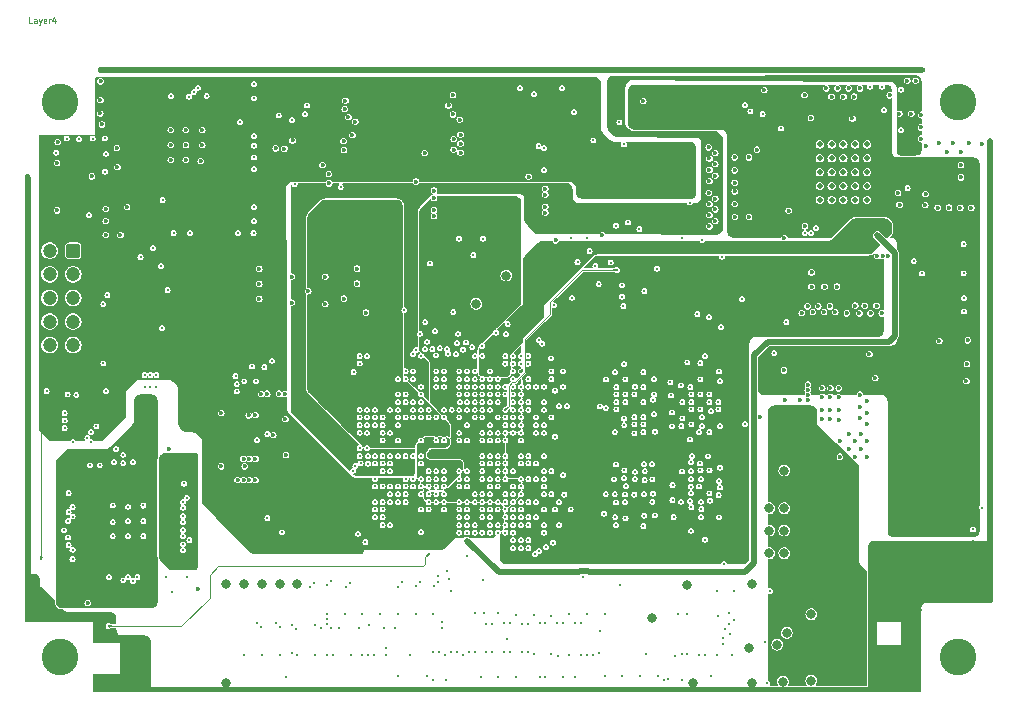
<source format=gbr>
%TF.GenerationSoftware,KiCad,Pcbnew,7.99.0-3539-g7abe2e3ea0*%
%TF.CreationDate,2023-11-26T19:51:45+01:00*%
%TF.ProjectId,SBC,5342432e-6b69-4636-9164-5f7063625858,rev?*%
%TF.SameCoordinates,Original*%
%TF.FileFunction,Copper,L4,Inr*%
%TF.FilePolarity,Positive*%
%FSLAX46Y46*%
G04 Gerber Fmt 4.6, Leading zero omitted, Abs format (unit mm)*
G04 Created by KiCad (PCBNEW 7.99.0-3539-g7abe2e3ea0) date 2023-11-26 19:51:45*
%MOMM*%
%LPD*%
G01*
G04 APERTURE LIST*
G04 Aperture macros list*
%AMRoundRect*
0 Rectangle with rounded corners*
0 $1 Rounding radius*
0 $2 $3 $4 $5 $6 $7 $8 $9 X,Y pos of 4 corners*
0 Add a 4 corners polygon primitive as box body*
4,1,4,$2,$3,$4,$5,$6,$7,$8,$9,$2,$3,0*
0 Add four circle primitives for the rounded corners*
1,1,$1+$1,$2,$3*
1,1,$1+$1,$4,$5*
1,1,$1+$1,$6,$7*
1,1,$1+$1,$8,$9*
0 Add four rect primitives between the rounded corners*
20,1,$1+$1,$2,$3,$4,$5,0*
20,1,$1+$1,$4,$5,$6,$7,0*
20,1,$1+$1,$6,$7,$8,$9,0*
20,1,$1+$1,$8,$9,$2,$3,0*%
G04 Aperture macros list end*
%ADD10C,0.100000*%
%TA.AperFunction,NonConductor*%
%ADD11C,0.100000*%
%TD*%
%TA.AperFunction,ComponentPad*%
%ADD12RoundRect,0.250000X-0.350000X0.350000X-0.350000X-0.350000X0.350000X-0.350000X0.350000X0.350000X0*%
%TD*%
%TA.AperFunction,ComponentPad*%
%ADD13C,1.200000*%
%TD*%
%TA.AperFunction,ComponentPad*%
%ADD14C,0.300000*%
%TD*%
%TA.AperFunction,ComponentPad*%
%ADD15C,3.100000*%
%TD*%
%TA.AperFunction,ComponentPad*%
%ADD16C,0.500000*%
%TD*%
%TA.AperFunction,ViaPad*%
%ADD17C,0.800000*%
%TD*%
%TA.AperFunction,ViaPad*%
%ADD18C,0.300000*%
%TD*%
%TA.AperFunction,ViaPad*%
%ADD19C,0.360000*%
%TD*%
%TA.AperFunction,Conductor*%
%ADD20C,0.110000*%
%TD*%
%TA.AperFunction,Conductor*%
%ADD21C,0.500000*%
%TD*%
G04 APERTURE END LIST*
D10*
D11*
X59200412Y-74851623D02*
X58962317Y-74851623D01*
X58962317Y-74851623D02*
X58962317Y-74351623D01*
X59581365Y-74851623D02*
X59581365Y-74589718D01*
X59581365Y-74589718D02*
X59557555Y-74542099D01*
X59557555Y-74542099D02*
X59509936Y-74518290D01*
X59509936Y-74518290D02*
X59414698Y-74518290D01*
X59414698Y-74518290D02*
X59367079Y-74542099D01*
X59581365Y-74827814D02*
X59533746Y-74851623D01*
X59533746Y-74851623D02*
X59414698Y-74851623D01*
X59414698Y-74851623D02*
X59367079Y-74827814D01*
X59367079Y-74827814D02*
X59343270Y-74780194D01*
X59343270Y-74780194D02*
X59343270Y-74732575D01*
X59343270Y-74732575D02*
X59367079Y-74684956D01*
X59367079Y-74684956D02*
X59414698Y-74661147D01*
X59414698Y-74661147D02*
X59533746Y-74661147D01*
X59533746Y-74661147D02*
X59581365Y-74637337D01*
X59771841Y-74518290D02*
X59890889Y-74851623D01*
X60009936Y-74518290D02*
X59890889Y-74851623D01*
X59890889Y-74851623D02*
X59843270Y-74970671D01*
X59843270Y-74970671D02*
X59819460Y-74994480D01*
X59819460Y-74994480D02*
X59771841Y-75018290D01*
X60390888Y-74827814D02*
X60343269Y-74851623D01*
X60343269Y-74851623D02*
X60248031Y-74851623D01*
X60248031Y-74851623D02*
X60200412Y-74827814D01*
X60200412Y-74827814D02*
X60176603Y-74780194D01*
X60176603Y-74780194D02*
X60176603Y-74589718D01*
X60176603Y-74589718D02*
X60200412Y-74542099D01*
X60200412Y-74542099D02*
X60248031Y-74518290D01*
X60248031Y-74518290D02*
X60343269Y-74518290D01*
X60343269Y-74518290D02*
X60390888Y-74542099D01*
X60390888Y-74542099D02*
X60414698Y-74589718D01*
X60414698Y-74589718D02*
X60414698Y-74637337D01*
X60414698Y-74637337D02*
X60176603Y-74684956D01*
X60628983Y-74851623D02*
X60628983Y-74518290D01*
X60628983Y-74613528D02*
X60652793Y-74565909D01*
X60652793Y-74565909D02*
X60676602Y-74542099D01*
X60676602Y-74542099D02*
X60724221Y-74518290D01*
X60724221Y-74518290D02*
X60771840Y-74518290D01*
X61152793Y-74518290D02*
X61152793Y-74851623D01*
X61033745Y-74327814D02*
X60914698Y-74684956D01*
X60914698Y-74684956D02*
X61224221Y-74684956D01*
D12*
%TO.N,Net-(J2-Pin_1)*%
%TO.C,J2*%
X62677481Y-94118014D03*
D13*
%TO.N,JTAG_TMS*%
X60677481Y-94118014D03*
%TO.N,GND*%
X62677481Y-96118014D03*
%TO.N,JTAG_TCK*%
X60677481Y-96118014D03*
%TO.N,GND*%
X62677481Y-98118014D03*
%TO.N,JTAG_TDO*%
X60677481Y-98118014D03*
%TO.N,Net-(J2-Pin_7)*%
X62677481Y-100118014D03*
%TO.N,JTAG_TDI*%
X60677481Y-100118014D03*
%TO.N,Net-(J2-Pin_9)*%
X62677481Y-102118014D03*
%TO.N,Net-(D7-K)*%
X60677481Y-102118014D03*
%TD*%
D14*
%TO.N,GND*%
%TO.C,U6*%
X68720000Y-105630400D03*
X69220000Y-105630400D03*
X69720000Y-105630400D03*
X68720000Y-104630400D03*
X69220000Y-104630400D03*
X69720000Y-104630400D03*
%TD*%
D15*
%TO.N,Net-(C263-Pad1)*%
%TO.C,H3*%
X61565481Y-81545014D03*
%TD*%
%TO.N,Net-(C261-Pad1)*%
%TO.C,H1*%
X137565481Y-81545014D03*
%TD*%
%TO.N,Net-(C262-Pad1)*%
%TO.C,H2*%
X61565481Y-128545014D03*
%TD*%
D16*
%TO.N,GND*%
%TO.C,U1*%
X125893462Y-85120028D03*
X125893462Y-86295028D03*
X125893462Y-87470028D03*
X125893462Y-88645028D03*
X125893462Y-89820028D03*
X126893462Y-85120028D03*
X126893462Y-86295028D03*
X126893462Y-87470028D03*
X126893462Y-88645028D03*
X126893462Y-89820028D03*
X127893462Y-85120028D03*
X127893462Y-86295028D03*
X127893462Y-87470028D03*
X127893462Y-88645028D03*
X127893462Y-89820028D03*
X128893462Y-85120028D03*
X128893462Y-86295028D03*
X128893462Y-87470028D03*
X128893462Y-88645028D03*
X128893462Y-89820028D03*
X129893462Y-85120028D03*
X129893462Y-86295028D03*
X129893462Y-87470028D03*
X129893462Y-88645028D03*
X129893462Y-89820028D03*
%TD*%
D15*
%TO.N,Net-(C264-Pad1)*%
%TO.C,H4*%
X137565481Y-128545014D03*
%TD*%
D17*
%TO.N,GND*%
X122880481Y-112736014D03*
D18*
X77977481Y-81218014D03*
X140318681Y-120409414D03*
X58693462Y-96720028D03*
X114895000Y-110101400D03*
D19*
X128885481Y-98766014D03*
X116543462Y-92057528D03*
D18*
X79125481Y-116746014D03*
D19*
X102650481Y-88857014D03*
X65120000Y-83430400D03*
D18*
X68620000Y-115692900D03*
D19*
X64970216Y-82503204D03*
D18*
X96020000Y-108880400D03*
X104693462Y-78720028D03*
D19*
X129893462Y-110220028D03*
D18*
X72685081Y-131376614D03*
D19*
X122943462Y-106770028D03*
D18*
X58683081Y-92902214D03*
X140343462Y-108370028D03*
D19*
X126443462Y-80370028D03*
D18*
X58693462Y-101720028D03*
X92770000Y-112780400D03*
D17*
X114665481Y-122457014D03*
D19*
X86707500Y-95640014D03*
D18*
X71693462Y-78720028D03*
X62120000Y-84630400D03*
X97165481Y-130179514D03*
X111776400Y-106730000D03*
X72300000Y-121712900D03*
X140343462Y-104370028D03*
D19*
X130193462Y-99420028D03*
D18*
X117435000Y-105148400D03*
X65377481Y-84618014D03*
D19*
X79832321Y-85458099D03*
X134818462Y-90225028D03*
D18*
X140318681Y-114409414D03*
X89520000Y-111480400D03*
X103495000Y-105955400D03*
X91470000Y-107580400D03*
X101220000Y-104980400D03*
D17*
X125165481Y-124900514D03*
X137365481Y-120520028D03*
D18*
X100570000Y-108880400D03*
X113420000Y-113980400D03*
D19*
X59515481Y-125070014D03*
X135870000Y-90470400D03*
D18*
X113420000Y-115230400D03*
X113670000Y-128430900D03*
X96020000Y-116030400D03*
D19*
X85728981Y-81410014D03*
D18*
X140318681Y-117409414D03*
X99270000Y-110180400D03*
X140318681Y-122409414D03*
X92120000Y-108230400D03*
X140343462Y-101415014D03*
X140320000Y-85230400D03*
X129693462Y-131370028D03*
X140320000Y-89430400D03*
X58693462Y-97720028D03*
X88693462Y-131370028D03*
X99270000Y-111480400D03*
X76777481Y-83218014D03*
X106165481Y-128346014D03*
X67320000Y-118292900D03*
X96020000Y-107580400D03*
D19*
X72202481Y-83873014D03*
X135890481Y-123770014D03*
X67249481Y-90392014D03*
D18*
X65227481Y-103668014D03*
D17*
X122880481Y-119721014D03*
D19*
X129243462Y-99420028D03*
D18*
X90693462Y-78720028D03*
D19*
X70932481Y-85143014D03*
X64715481Y-125720014D03*
D18*
X97320000Y-113430400D03*
X58683081Y-93902214D03*
X91693462Y-78720028D03*
X66020000Y-115692900D03*
X108923000Y-83253014D03*
X138843462Y-120720028D03*
X97320000Y-109530400D03*
X132749481Y-80475014D03*
X92871481Y-95198014D03*
X58693462Y-122720028D03*
X58693462Y-98720028D03*
X122693462Y-78720028D03*
D19*
X85565481Y-84830900D03*
D18*
X99465481Y-100345014D03*
X77977481Y-85218014D03*
X97320000Y-112130400D03*
X58693462Y-117720028D03*
X86693462Y-131370028D03*
D19*
X124855962Y-98820028D03*
X134436481Y-78782014D03*
D17*
X137365481Y-122395014D03*
D18*
X65720000Y-121730400D03*
X114133000Y-105529400D03*
X80693462Y-131370028D03*
X111920000Y-116530400D03*
X110196000Y-109593400D03*
X95365481Y-93095014D03*
X140320000Y-86230400D03*
X100165481Y-130179514D03*
D19*
X128343462Y-80370028D03*
D18*
X65444481Y-85905014D03*
X92120000Y-117930400D03*
X116693462Y-131370028D03*
D19*
X64715481Y-131245014D03*
D17*
X111665481Y-125233014D03*
D18*
X88220000Y-114080400D03*
D19*
X137160191Y-84971449D03*
D18*
X123693462Y-78720028D03*
X95693462Y-78720028D03*
D19*
X79100000Y-106225000D03*
X64986726Y-81372269D03*
D18*
X87693462Y-131370028D03*
X131693462Y-131370028D03*
X109149481Y-98001014D03*
X58693462Y-120720028D03*
X101220000Y-103680400D03*
D19*
X67790481Y-128545014D03*
X127593462Y-111570028D03*
D18*
X127693462Y-131370028D03*
X90820000Y-114080400D03*
X115784000Y-107561400D03*
X111044681Y-97519814D03*
X65227481Y-98618014D03*
X106165481Y-124855014D03*
X92770000Y-108230400D03*
D17*
X115165481Y-130745014D03*
D19*
X117043462Y-90607528D03*
X124878462Y-106733429D03*
X136825000Y-90470400D03*
D18*
X96020000Y-104330400D03*
X138843462Y-121720028D03*
X119693462Y-131370028D03*
X133840481Y-94970014D03*
X58683081Y-90902214D03*
X90170000Y-106930400D03*
X107665481Y-130146014D03*
D19*
X128893462Y-110220028D03*
D18*
X101870000Y-113430400D03*
D19*
X85982981Y-82807014D03*
D18*
X63153481Y-84666014D03*
X101870000Y-108880400D03*
X99270000Y-114730400D03*
X108545000Y-109466400D03*
D19*
X72227481Y-85168014D03*
D18*
X129621481Y-78747814D03*
D19*
X127393462Y-80370028D03*
D18*
X132693462Y-131370028D03*
X130693462Y-131370028D03*
X68620000Y-116992900D03*
X93420000Y-104330400D03*
X140343462Y-107370028D03*
X115020000Y-115830400D03*
X140343462Y-112370028D03*
X85693462Y-78720028D03*
X90163035Y-124848460D03*
D19*
X85677481Y-82118014D03*
D18*
X102520000Y-116030400D03*
X114937279Y-105665169D03*
X103120000Y-103230400D03*
D17*
X131365481Y-129395014D03*
D18*
X125621481Y-78747814D03*
X77944481Y-92635014D03*
X118693462Y-131370028D03*
D19*
X117043462Y-87757528D03*
D18*
X114693462Y-78720028D03*
X87165481Y-124846014D03*
X79693462Y-78720028D03*
D19*
X126255962Y-99320028D03*
D18*
X102720000Y-119230400D03*
X89520000Y-117330400D03*
X72577481Y-92618014D03*
D17*
X123093462Y-126470028D03*
D18*
X108672000Y-107561400D03*
D19*
X73472481Y-86540014D03*
D18*
X140343462Y-105370028D03*
X58693462Y-107720028D03*
X87420000Y-118780400D03*
X99920000Y-107580400D03*
X117693462Y-78720028D03*
D19*
X91697981Y-88268014D03*
D18*
X103693462Y-131370028D03*
X86415481Y-104395014D03*
X140343462Y-90370028D03*
X109693462Y-131370028D03*
D17*
X99358481Y-96223014D03*
D18*
X67320000Y-115792900D03*
X69412481Y-93895014D03*
X96667681Y-124801014D03*
X140320000Y-88630400D03*
X96670000Y-117330400D03*
D19*
X77100000Y-113525000D03*
X124878462Y-105896627D03*
D18*
X72693462Y-78720028D03*
X94070000Y-114730400D03*
X140318681Y-123409414D03*
D19*
X65690481Y-126695014D03*
X129893462Y-106820028D03*
D18*
X117165481Y-122946014D03*
D19*
X93221981Y-89030014D03*
D18*
X92120000Y-112130400D03*
X91470000Y-104330400D03*
X97320000Y-111480400D03*
X95370000Y-109530400D03*
X140343462Y-92370028D03*
X109327626Y-103711393D03*
D19*
X131818462Y-80965028D03*
D18*
X103165481Y-128290514D03*
D19*
X101253481Y-87841014D03*
X126893462Y-81070028D03*
D18*
X102076286Y-85275614D03*
X115670000Y-114080400D03*
D17*
X121610481Y-115911014D03*
D18*
X96693462Y-131370028D03*
X117611081Y-94613814D03*
X89693462Y-78720028D03*
D19*
X64715481Y-130270014D03*
D18*
X96020000Y-110180400D03*
D19*
X61313481Y-86699014D03*
X124893462Y-106320028D03*
D18*
X97320000Y-114730400D03*
X117420000Y-112480400D03*
X121665481Y-122946014D03*
D19*
X131205962Y-94570028D03*
D18*
X68693462Y-78720028D03*
X110220590Y-112829954D03*
D19*
X128655962Y-82920028D03*
D18*
X58693462Y-95720028D03*
X71177481Y-92618014D03*
X114265481Y-93065014D03*
X94865481Y-99295014D03*
X92693462Y-131370028D03*
X86770000Y-118080400D03*
X66020000Y-117092900D03*
D19*
X134847962Y-89325028D03*
D18*
X99920000Y-105630400D03*
X86693462Y-78720028D03*
X115770000Y-112130400D03*
D19*
X124243462Y-106720028D03*
D18*
X94665481Y-122921414D03*
X90170000Y-108880400D03*
X109470000Y-114030400D03*
X99270000Y-108880400D03*
X104915481Y-98096014D03*
D19*
X70932481Y-86413014D03*
X132622481Y-82507014D03*
X81170000Y-98507514D03*
D18*
X99270000Y-117980400D03*
X58693462Y-102720028D03*
D19*
X130693462Y-98770028D03*
X84339551Y-88405134D03*
D18*
X130138591Y-80221514D03*
D19*
X128793462Y-81070028D03*
X75200000Y-112375000D03*
X127893462Y-81070028D03*
D18*
X58693462Y-116720028D03*
D19*
X80100000Y-106225000D03*
D18*
X106714481Y-84784014D03*
X107783000Y-105021400D03*
X91665481Y-124846014D03*
X119315481Y-98195014D03*
D19*
X129393462Y-109620028D03*
D18*
X140343462Y-100415014D03*
X97970000Y-114080400D03*
D19*
X107476481Y-92774514D03*
X135971471Y-84971449D03*
D18*
X97970000Y-113430400D03*
X113371000Y-107815400D03*
X92665481Y-130141495D03*
X58693462Y-112720028D03*
D19*
X131143462Y-99420028D03*
D18*
X87570000Y-103030400D03*
D19*
X66377481Y-85418014D03*
D18*
X95370000Y-110180400D03*
X89693462Y-131370028D03*
D19*
X78600000Y-106225000D03*
X117043462Y-89707528D03*
D18*
X117370000Y-113630400D03*
X103320000Y-118830400D03*
X104693462Y-131370028D03*
X95693462Y-131370028D03*
D19*
X138720000Y-90470400D03*
D17*
X125165481Y-130516014D03*
D18*
X116546000Y-109466400D03*
D19*
X129693462Y-98770028D03*
X134265481Y-131245014D03*
D17*
X133365481Y-129395014D03*
D19*
X93221981Y-89665014D03*
X124355962Y-99370028D03*
D18*
X124693462Y-131370028D03*
X95265481Y-101145014D03*
D19*
X95472286Y-84285014D03*
D18*
X92025481Y-101145014D03*
X140318681Y-121409414D03*
X86165481Y-128346014D03*
X116673000Y-107688400D03*
X87665481Y-128335014D03*
X88870000Y-112780400D03*
X100570000Y-103680400D03*
X58693462Y-99720028D03*
D17*
X133365481Y-122395014D03*
D18*
X94070000Y-110180400D03*
X82477481Y-81818014D03*
X76693462Y-131370028D03*
X94165481Y-128369014D03*
D19*
X65003236Y-79779054D03*
D18*
X58683081Y-91902214D03*
D17*
X122880481Y-117816014D03*
D18*
X123693462Y-131370028D03*
X104665481Y-128346014D03*
D19*
X125755962Y-98820028D03*
D18*
X100175481Y-124965014D03*
D19*
X84020000Y-96307514D03*
X72202481Y-86413014D03*
D18*
X113693462Y-131370028D03*
X77165481Y-128346014D03*
D17*
X122783992Y-130606543D03*
D18*
X140343462Y-93370028D03*
X58835481Y-87841014D03*
D19*
X92436481Y-85855014D03*
X129893462Y-107820028D03*
D18*
X58693462Y-100720028D03*
X117693462Y-131370028D03*
X105693462Y-78720028D03*
X140343462Y-110370028D03*
D19*
X65882500Y-124890400D03*
X94903481Y-84666014D03*
D18*
X103155481Y-125016014D03*
X138843462Y-119720028D03*
X70685081Y-131376614D03*
X83693462Y-131370028D03*
X99270000Y-117330400D03*
X93693462Y-131370028D03*
X140343462Y-102370028D03*
X105376567Y-95098792D03*
D19*
X73599481Y-83873014D03*
D18*
X100570000Y-113430400D03*
X100693462Y-131370028D03*
X94693462Y-131370028D03*
X90712481Y-99135014D03*
X140265481Y-98545014D03*
X120693462Y-131370028D03*
X58693462Y-119720028D03*
X101220000Y-118630400D03*
D19*
X139611926Y-85053999D03*
X126755962Y-98820028D03*
D18*
X116665481Y-130146014D03*
D19*
X138505756Y-85020979D03*
D18*
X138843462Y-123720028D03*
D19*
X129893462Y-108820028D03*
D18*
X58693462Y-109720028D03*
X94070000Y-112780400D03*
D19*
X117043462Y-85857528D03*
D18*
X83693462Y-78720028D03*
X108672000Y-106291400D03*
D19*
X86315481Y-84331014D03*
X133615481Y-78782014D03*
D18*
X68620000Y-118292900D03*
X107665481Y-124845014D03*
D19*
X120565481Y-85577528D03*
D18*
X94693462Y-78720028D03*
X140343462Y-113370028D03*
X87693462Y-78720028D03*
X58693462Y-103720028D03*
D17*
X135365481Y-122395014D03*
D18*
X77977481Y-91618014D03*
D17*
X131365481Y-120520028D03*
D18*
X101665481Y-128290514D03*
D19*
X102650481Y-89365014D03*
X116543462Y-91107528D03*
X116493462Y-89207528D03*
D18*
X109265481Y-98795014D03*
X120693462Y-78720028D03*
D19*
X64715481Y-126695014D03*
D18*
X75693462Y-131370028D03*
D19*
X67315481Y-127345014D03*
X77546846Y-108071846D03*
D18*
X102520000Y-114730400D03*
X140318681Y-116409414D03*
D19*
X84323041Y-87629164D03*
D18*
X92490481Y-100151014D03*
X77693462Y-78720028D03*
X82693462Y-131370028D03*
X98693462Y-131370028D03*
X92120000Y-114730400D03*
X81693462Y-78720028D03*
X131621481Y-78747814D03*
D19*
X65003236Y-78887514D03*
D18*
X104047481Y-80348014D03*
D19*
X117043462Y-86757528D03*
D18*
X109645481Y-91727028D03*
X115784000Y-103624400D03*
X75693462Y-78720028D03*
X97693462Y-131370028D03*
X140318681Y-119409414D03*
X108693462Y-131370028D03*
D19*
X128185481Y-99416014D03*
D18*
X108693462Y-78720028D03*
X62640000Y-110292900D03*
D19*
X94903481Y-85555014D03*
D18*
X93420000Y-110180400D03*
X67320000Y-116992900D03*
X86920000Y-103680400D03*
X140343462Y-103370028D03*
D19*
X134315481Y-128495014D03*
X102650481Y-90889014D03*
D18*
X94070000Y-108230400D03*
D19*
X132505962Y-89220028D03*
D18*
X110693462Y-131370028D03*
X140343462Y-109370028D03*
X101693462Y-131370028D03*
X88250981Y-111492900D03*
D19*
X61313481Y-90699014D03*
D18*
X102693462Y-131370028D03*
D19*
X63415481Y-125070014D03*
X128893462Y-111570028D03*
D17*
X121610481Y-119721014D03*
D19*
X123255962Y-90720028D03*
X65427481Y-92768014D03*
D18*
X64320000Y-84630400D03*
X97320000Y-110180400D03*
D19*
X134265481Y-123770014D03*
X86565481Y-83188014D03*
X137780000Y-90470400D03*
X81170000Y-96307514D03*
X124893462Y-105470028D03*
X67315481Y-129945014D03*
D18*
X91470000Y-114080400D03*
X90820000Y-111480400D03*
D17*
X96808481Y-98623014D03*
D18*
X73693462Y-78720028D03*
D19*
X116543462Y-88207528D03*
D18*
X96565481Y-94495014D03*
X90170000Y-104980400D03*
X97970000Y-104330400D03*
X108626800Y-112216400D03*
D19*
X70932481Y-83873014D03*
D18*
X77977481Y-87218014D03*
X111847000Y-104975900D03*
X90170000Y-106280400D03*
X115055481Y-111486014D03*
X78693462Y-131370028D03*
D19*
X121193462Y-80497528D03*
X134465962Y-84630028D03*
X134465962Y-83680028D03*
X84020000Y-98607514D03*
D18*
X78665481Y-128346014D03*
D19*
X129893462Y-111570028D03*
D18*
X115870000Y-115980400D03*
X99693462Y-78720028D03*
X138065481Y-96045014D03*
D19*
X81252181Y-84789444D03*
D18*
X66693462Y-78720028D03*
D19*
X94456286Y-81821214D03*
D17*
X135365481Y-120520028D03*
D19*
X130755962Y-94570028D03*
D18*
X140343462Y-111370028D03*
D19*
X120868462Y-108170028D03*
D18*
X58693462Y-114720028D03*
X138083481Y-98144414D03*
D19*
X95472286Y-85809014D03*
D18*
X140265481Y-99445014D03*
X138843462Y-122720028D03*
X103693462Y-78720028D03*
X88665481Y-124846014D03*
D19*
X65427481Y-90568014D03*
D18*
X92770000Y-114730400D03*
X67693462Y-78720028D03*
D19*
X62440481Y-125070014D03*
D18*
X70693462Y-78720028D03*
X69693462Y-78720028D03*
X115693462Y-78720028D03*
X83165481Y-128346014D03*
X101220000Y-117330400D03*
X105693462Y-131370028D03*
X112693462Y-78720028D03*
D19*
X124643462Y-92050028D03*
D18*
X62198062Y-106298045D03*
X99270000Y-112130400D03*
X74693462Y-78720028D03*
X66020000Y-118292900D03*
X93420000Y-108230400D03*
D17*
X119855481Y-127755014D03*
X133365481Y-124395014D03*
X75590481Y-122345014D03*
D18*
X98693462Y-78720028D03*
D19*
X66417481Y-87018014D03*
D18*
X92770000Y-107580400D03*
D19*
X83794721Y-86869704D03*
D18*
X92120000Y-106930400D03*
X76619481Y-92635014D03*
D19*
X133290481Y-79713014D03*
D18*
X99270000Y-103030400D03*
X67685081Y-131376614D03*
X96670000Y-114730400D03*
D17*
X75590481Y-130745014D03*
D18*
X106693462Y-131370028D03*
X108620000Y-115430400D03*
D19*
X122865353Y-104250528D03*
D18*
X58693462Y-104720028D03*
D19*
X116543462Y-87257528D03*
D18*
X88870000Y-109530400D03*
X111847000Y-107942400D03*
X107620000Y-116380400D03*
X122693462Y-131370028D03*
X60420000Y-106018462D03*
D19*
X85601981Y-85601014D03*
D18*
X140343462Y-94370028D03*
X116693462Y-78720028D03*
X93420000Y-114730400D03*
X113693462Y-78720028D03*
D17*
X120165481Y-130745014D03*
D18*
X93420000Y-112780400D03*
X114693462Y-131370028D03*
X100570000Y-109530400D03*
X101220000Y-112130400D03*
X99693462Y-131370028D03*
D19*
X80567016Y-85474609D03*
D18*
X89520000Y-107580400D03*
D19*
X128393462Y-109620028D03*
X131705962Y-94570028D03*
D18*
X93165481Y-124846014D03*
X98665481Y-130195014D03*
X68685081Y-131376614D03*
D17*
X80165481Y-122345014D03*
D18*
X99270000Y-103680400D03*
D19*
X73242500Y-122730400D03*
X65690481Y-131245014D03*
D18*
X97970000Y-114730400D03*
X100693462Y-78720028D03*
X65377481Y-87418014D03*
X140343462Y-106370028D03*
X109165481Y-130146014D03*
X101693462Y-78720028D03*
X96020000Y-112780400D03*
X77977481Y-80018014D03*
X117434996Y-108958400D03*
X97970000Y-107580400D03*
X92120000Y-111480400D03*
D17*
X133365481Y-120520028D03*
D19*
X116493462Y-85357528D03*
D18*
X112165481Y-130146014D03*
X139643462Y-115870028D03*
X97970000Y-117330400D03*
D19*
X82570000Y-97545014D03*
X63920000Y-123952900D03*
X61375481Y-84920014D03*
D18*
X130621481Y-78747814D03*
D19*
X134493826Y-82618774D03*
D18*
X58693462Y-110720028D03*
D19*
X65427481Y-91618014D03*
D18*
X100570000Y-116680400D03*
X101220000Y-107580400D03*
X95370000Y-117980400D03*
D17*
X121610481Y-117816014D03*
D18*
X99920000Y-114080400D03*
X99270000Y-115380400D03*
D19*
X79620000Y-109730400D03*
D18*
X90693462Y-131370028D03*
X102693462Y-78720028D03*
D17*
X131365481Y-124395014D03*
D18*
X131138591Y-80221514D03*
X140320000Y-87830400D03*
D19*
X116543462Y-90157528D03*
D18*
X58693462Y-115720028D03*
X140343462Y-95370028D03*
D19*
X127593462Y-110220028D03*
D18*
X107693462Y-78720028D03*
D19*
X78100000Y-113525000D03*
D18*
X84665481Y-128346014D03*
X91693462Y-131370028D03*
D19*
X125305962Y-99320028D03*
D18*
X82693462Y-78720028D03*
X58683081Y-88902214D03*
X99920000Y-116680400D03*
D19*
X122880000Y-93030400D03*
D18*
X109693462Y-78720028D03*
X111693462Y-78720028D03*
D19*
X102650481Y-90381014D03*
D18*
X117308000Y-106926400D03*
X98665481Y-124755014D03*
X69685081Y-131376614D03*
D19*
X129293462Y-80370028D03*
D18*
X121693462Y-78720028D03*
X126621481Y-78747814D03*
X128621481Y-78747814D03*
D19*
X93221981Y-91189014D03*
D17*
X122295481Y-127475014D03*
D18*
X88693462Y-78720028D03*
X121693462Y-131370028D03*
X85665481Y-124846014D03*
X102520000Y-111480400D03*
X100570000Y-118630400D03*
X77693462Y-131370028D03*
X93693462Y-78720028D03*
X109149481Y-97051014D03*
X61248481Y-85809014D03*
X140318681Y-115409414D03*
X91470000Y-108230400D03*
D19*
X129293462Y-107320028D03*
D18*
X140320000Y-87030400D03*
X133693462Y-131370028D03*
D19*
X116543462Y-86307528D03*
D18*
X102515481Y-85445014D03*
X70245481Y-89835014D03*
X77977481Y-84418014D03*
X80693462Y-78720028D03*
X70665481Y-97445014D03*
X124621481Y-78747814D03*
X107693462Y-131370028D03*
X101665481Y-124946014D03*
D17*
X81665481Y-122345014D03*
D18*
X138843462Y-117720028D03*
D19*
X94837286Y-80932214D03*
D18*
X127621481Y-78747814D03*
X111693462Y-131370028D03*
D17*
X131365481Y-122395014D03*
D19*
X80700000Y-111425000D03*
D18*
X78693462Y-78720028D03*
X138065481Y-93545014D03*
X76693462Y-78720028D03*
X107275000Y-107307400D03*
X89520000Y-112780400D03*
D19*
X70809532Y-110932927D03*
X93221981Y-90681014D03*
D18*
X79693462Y-131370028D03*
X71685081Y-131376614D03*
X140265481Y-97545014D03*
X84693462Y-131370028D03*
D17*
X122880481Y-115911014D03*
D18*
X58693462Y-113720028D03*
X97693462Y-78720028D03*
X115693462Y-131370028D03*
X90170000Y-111480400D03*
D19*
X133638481Y-82507014D03*
D18*
X58693462Y-121720028D03*
D19*
X129293462Y-108320028D03*
D18*
X140318681Y-118409414D03*
X113303000Y-106374200D03*
X132621481Y-78747814D03*
X110243000Y-105624200D03*
X110665481Y-130146014D03*
X65577481Y-97868014D03*
D19*
X134365481Y-124545014D03*
D18*
X91470000Y-113430400D03*
X58683081Y-94902214D03*
D19*
X80600000Y-106225000D03*
D18*
X112693462Y-131370028D03*
X58683081Y-89902214D03*
X92120000Y-107580400D03*
D17*
X77165481Y-122345014D03*
D18*
X58693462Y-111720028D03*
X106693462Y-78720028D03*
X96693462Y-78720028D03*
X92120000Y-110180400D03*
X90165481Y-130125514D03*
D19*
X94837286Y-82583214D03*
D18*
X115657000Y-109466400D03*
D19*
X129293462Y-106320028D03*
D18*
X81665481Y-128346014D03*
X110196000Y-108196400D03*
X110693462Y-78720028D03*
X62945000Y-106308462D03*
D19*
X134019481Y-79713014D03*
D18*
X58693462Y-124720028D03*
D19*
X127205962Y-99320028D03*
D18*
X90170000Y-110180400D03*
D19*
X60490481Y-125070014D03*
D18*
X119693462Y-78720028D03*
X95665481Y-128345014D03*
D19*
X73599481Y-85143014D03*
D18*
X58693462Y-123720028D03*
X116420000Y-111530400D03*
D19*
X117043462Y-91607528D03*
D18*
X58693462Y-108720028D03*
X111720000Y-113480400D03*
D19*
X65690481Y-130270014D03*
D18*
X109290481Y-85120014D03*
X99270000Y-108230400D03*
X99270000Y-112780400D03*
X58693462Y-105720028D03*
D19*
X80650000Y-108375000D03*
D18*
X71062500Y-123040400D03*
X80165481Y-128346014D03*
X95370000Y-112780400D03*
D19*
X103539481Y-93241014D03*
D18*
X84693462Y-78720028D03*
X118693462Y-78720028D03*
X99270000Y-109530400D03*
X111770000Y-114680400D03*
X84165481Y-124846014D03*
D19*
X134893462Y-85277528D03*
D18*
X104665481Y-124919514D03*
D17*
X78665481Y-122345014D03*
D18*
X92693462Y-78720028D03*
X138843462Y-118720028D03*
X117534881Y-100582814D03*
X97320000Y-112780400D03*
X66685081Y-131376614D03*
X77977481Y-90418014D03*
X100570000Y-112130400D03*
X103364981Y-98746014D03*
D19*
X64262481Y-87829014D03*
X129393462Y-110870028D03*
D18*
X74685081Y-131376614D03*
X81693462Y-131370028D03*
X65470000Y-106018462D03*
D17*
X120165481Y-122345014D03*
D18*
X73685081Y-131376614D03*
D19*
X66677481Y-92768014D03*
X95472286Y-85047014D03*
D18*
X108470000Y-113480400D03*
X91470000Y-111480400D03*
X117320000Y-114780400D03*
D19*
X61465481Y-125070014D03*
D18*
X140265481Y-96445014D03*
X95370000Y-108230400D03*
D19*
X95411481Y-83015014D03*
D18*
X58693462Y-118720028D03*
X101870000Y-112130400D03*
X58693462Y-106720028D03*
X118665481Y-122946014D03*
X77977481Y-86218014D03*
X85693462Y-131370028D03*
D19*
X128393462Y-110870028D03*
D18*
X140343462Y-91370028D03*
%TO.N,GBE0_MDI3_N*%
X71970000Y-119480400D03*
%TO.N,GBE0_MDI3_P*%
X71970000Y-118980400D03*
%TO.N,/IO/LED0*%
X67320000Y-121730400D03*
%TO.N,/IO/LED1*%
X66920000Y-122030400D03*
%TO.N,GBE0_MDI2_N*%
X71970000Y-118280400D03*
%TO.N,GBE0_MDI2_P*%
X71970000Y-117780400D03*
%TO.N,/MPU/VDDA_0P9*%
X97970898Y-108878794D03*
%TO.N,GBE0_MDI1_N*%
X71970000Y-117080400D03*
%TO.N,GBE0_MDI1_P*%
X71970000Y-116580400D03*
%TO.N,GBE0_MDI0_N*%
X71970000Y-115880400D03*
%TO.N,GBE0_MDI0_P*%
X71970000Y-115380400D03*
%TO.N,3.3V_SW*%
X114865481Y-90045014D03*
D19*
X115420981Y-82803014D03*
X137393462Y-116245028D03*
X133918462Y-108895028D03*
X128693462Y-84407528D03*
X134918462Y-110895028D03*
X115420981Y-82003014D03*
X136918462Y-109895028D03*
X133918462Y-106895028D03*
X131918462Y-109895028D03*
X127493462Y-90557528D03*
X130843462Y-85470028D03*
X129493462Y-84407528D03*
X115420981Y-81203014D03*
X138918462Y-112895028D03*
X133393462Y-117245028D03*
X137918462Y-113895028D03*
X137918462Y-110895028D03*
X138918462Y-111895028D03*
X130843462Y-90557528D03*
X134393462Y-116245028D03*
X124893462Y-89670028D03*
X138918462Y-113895028D03*
X113820981Y-81203014D03*
X132918462Y-110895028D03*
X117156481Y-82775014D03*
X123193462Y-80497528D03*
X135918462Y-106895028D03*
X127638838Y-84403766D03*
X135918462Y-107895028D03*
X133918462Y-109895028D03*
X133393462Y-115245028D03*
X138918462Y-109895028D03*
X132393462Y-115245028D03*
X136918462Y-107895028D03*
X116356481Y-81075014D03*
X134918462Y-106895028D03*
X131918462Y-107895028D03*
X135393462Y-117245028D03*
X130843462Y-87057528D03*
X117156481Y-80275014D03*
X122893462Y-105770028D03*
X113820981Y-82003014D03*
X131918462Y-108895028D03*
X136918462Y-110895028D03*
X136393462Y-117245028D03*
X116356481Y-81875014D03*
X113020981Y-80403014D03*
X115467481Y-80275014D03*
X113020981Y-82003014D03*
X137918462Y-109895028D03*
X124893462Y-88070028D03*
D18*
X117765481Y-120645014D03*
D19*
X136918462Y-108895028D03*
X136393462Y-116245028D03*
X131918462Y-110895028D03*
X130843462Y-87670028D03*
X135393462Y-116245028D03*
X129893462Y-90557528D03*
X125793462Y-84420028D03*
X124893462Y-87357528D03*
D18*
X121915481Y-82820014D03*
D19*
X138918462Y-107895028D03*
X114620981Y-81203014D03*
X137918462Y-107895028D03*
X113020981Y-81203014D03*
X134393462Y-115245028D03*
X137918462Y-112895028D03*
X129093462Y-90557528D03*
X117156481Y-81075014D03*
X131918462Y-106895028D03*
X137393462Y-117245028D03*
X137918462Y-108895028D03*
X116356481Y-82775014D03*
D18*
X99270000Y-107580400D03*
D19*
X132393462Y-116245028D03*
X116356481Y-80275014D03*
X117156481Y-81875014D03*
X130840643Y-89870028D03*
X124893462Y-85870028D03*
X114620981Y-82803014D03*
X114705481Y-80275014D03*
D18*
X137065481Y-91745014D03*
D19*
X134918462Y-108895028D03*
X135393462Y-115245028D03*
X120833500Y-104463796D03*
X126693462Y-84407528D03*
D18*
X101703767Y-80847014D03*
D19*
X136393462Y-115245028D03*
X128293462Y-90557528D03*
X126693462Y-90553941D03*
X132918462Y-108895028D03*
X138918462Y-108895028D03*
X135918462Y-110895028D03*
X135918462Y-109895028D03*
X130840643Y-89070028D03*
X136918462Y-106895028D03*
X137393462Y-115245028D03*
X132393462Y-117245028D03*
D18*
X108715481Y-95745014D03*
D19*
X134918462Y-107895028D03*
X133918462Y-107895028D03*
X134393462Y-117245028D03*
X124893462Y-86670028D03*
X130643462Y-84407528D03*
X132918462Y-109895028D03*
D18*
X109915481Y-80795014D03*
D19*
X124893462Y-88870028D03*
X133918462Y-110895028D03*
X125893462Y-90557528D03*
X137918462Y-111895028D03*
X132918462Y-106895028D03*
X138918462Y-110895028D03*
X137918462Y-106895028D03*
X135918462Y-108895028D03*
X130843462Y-86270028D03*
X134918462Y-109895028D03*
D18*
X134070281Y-100125614D03*
D19*
X113820981Y-80403014D03*
X130840643Y-88470028D03*
X133393462Y-116245028D03*
X114620981Y-82003014D03*
X125093462Y-90557528D03*
X132918462Y-107895028D03*
X138918462Y-106895028D03*
D18*
%TO.N,VBAT*%
X132749481Y-83895014D03*
X121260000Y-127220000D03*
%TO.N,I2C1_SCL*%
X89520000Y-114730400D03*
X103695481Y-128396014D03*
%TO.N,I2C1_SDA*%
X89520000Y-114080400D03*
X104145481Y-130236014D03*
%TO.N,I2C2_SCL*%
X90820000Y-115380400D03*
X105675481Y-128356014D03*
%TO.N,I2C2_SDA*%
X105126335Y-130185160D03*
X90170000Y-115380400D03*
%TO.N,I2C3_SCL*%
X106665481Y-128346014D03*
X90820000Y-114730400D03*
%TO.N,I2C3_SDA*%
X90170000Y-114080400D03*
X107165481Y-128146014D03*
%TO.N,USB1_OC*%
X93551138Y-121694557D03*
X92770000Y-116030400D03*
%TO.N,USB1_PWR_EN*%
X94332151Y-121270914D03*
X93420000Y-115380400D03*
%TO.N,UART2_TXD*%
X88870000Y-115380400D03*
X87165481Y-128346014D03*
%TO.N,UART2_RXD*%
X85145481Y-126075014D03*
%TO.N,UART1_TXD*%
X83165481Y-125795014D03*
%TO.N,UART1_RXD*%
X88220000Y-115380400D03*
X84165481Y-128346014D03*
%TO.N,/IO/ENET_2.5V_A*%
X72520000Y-116192900D03*
X71320000Y-112942900D03*
X71845000Y-111492900D03*
X72520000Y-117392900D03*
X72475481Y-119825014D03*
%TO.N,USB2_RX_N*%
X81556777Y-126147177D03*
%TO.N,USB2_RX_P*%
X81203223Y-125793623D03*
%TO.N,USB2_TX_N*%
X80186777Y-125987177D03*
%TO.N,USB2_TX_P*%
X79833223Y-125633623D03*
%TO.N,USB2_DP*%
X78263223Y-125633623D03*
%TO.N,VDD_1V*%
X61952556Y-107869557D03*
X72070000Y-113830400D03*
X61952556Y-109139557D03*
X61952556Y-108504557D03*
X64120000Y-112292900D03*
%TO.N,UART3_RXD*%
X84520500Y-126096514D03*
%TO.N,UART3_TXD*%
X83685481Y-126096514D03*
%TO.N,UART4_RXD*%
X102165481Y-130204919D03*
X88220000Y-116030400D03*
%TO.N,NVCC_DRAM_1V1*%
X118120000Y-105830400D03*
X100570000Y-112780400D03*
X101220000Y-117980400D03*
X109320000Y-117430400D03*
D19*
X128193462Y-97157528D03*
D18*
X114207000Y-117353000D03*
X113445000Y-117302200D03*
X118120000Y-111830400D03*
D19*
X129243462Y-97157528D03*
D18*
X105087698Y-114076115D03*
X111974000Y-108831400D03*
X115784000Y-104386400D03*
X100570000Y-104330400D03*
X115657000Y-110101400D03*
X101870000Y-110180400D03*
X112487600Y-106831600D03*
X101220000Y-114080400D03*
X101870000Y-116030400D03*
X109434000Y-107561400D03*
X101220000Y-106280400D03*
X114133000Y-106291400D03*
X99920000Y-112130400D03*
X107745100Y-116001529D03*
X111720000Y-117330400D03*
X113370000Y-114430400D03*
X112276600Y-115371800D03*
X117920000Y-110030400D03*
X108630000Y-108791400D03*
X113548400Y-115979600D03*
X111847000Y-104386400D03*
X101220000Y-108880400D03*
X118120000Y-115830400D03*
X114260000Y-104259400D03*
X101870000Y-106280400D03*
X113323912Y-108404900D03*
X101220000Y-108230400D03*
X100570000Y-117980400D03*
X107783000Y-105656400D03*
X110760400Y-118109200D03*
X99920000Y-110180400D03*
X110303200Y-114096000D03*
X109434000Y-104386400D03*
X101220000Y-104330400D03*
X102458881Y-108189414D03*
X110504387Y-103467404D03*
X101220000Y-114730400D03*
X109434000Y-109593400D03*
X115680200Y-114660600D03*
D19*
X130343462Y-95957528D03*
X130343462Y-97157528D03*
D18*
X113244000Y-107180400D03*
X101220000Y-116030400D03*
X99920000Y-111480400D03*
X112482000Y-106291400D03*
D19*
X132648462Y-90220028D03*
D18*
X107783000Y-109593400D03*
X115843000Y-117374200D03*
X118120000Y-113430400D03*
X115784000Y-106926400D03*
X117920000Y-108430400D03*
X108654088Y-111622900D03*
%TO.N,DRAM_DQ21*%
X99920000Y-119280400D03*
X111717800Y-115371800D03*
%TO.N,DRAM_DQ19*%
X103495000Y-116030400D03*
X108525200Y-114705600D03*
%TO.N,DRAM_DQ25*%
X117356600Y-116692600D03*
X99920000Y-117330400D03*
%TO.N,DRAM_DQ24*%
X116188200Y-118572200D03*
X100570000Y-117330400D03*
%TO.N,DRAM_DQ26*%
X99920000Y-117980400D03*
X116594600Y-115270200D03*
%TO.N,DRAM_DQ28*%
X114969000Y-114660600D03*
X100570000Y-114730400D03*
%TO.N,DRAM_DQ27*%
X99920000Y-116030400D03*
X116543800Y-114660600D03*
%TO.N,DRAM_DQ30*%
X100570000Y-115380400D03*
X114969000Y-117824200D03*
%TO.N,DRAM_VREF*%
X133318800Y-88801600D03*
%TO.N,DRAM_DQ15*%
X113244000Y-105275400D03*
X100570000Y-108230400D03*
%TO.N,DRAM_DQ12*%
X100570000Y-107580400D03*
X114260000Y-106926400D03*
%TO.N,DRAM_DQ14*%
X114672000Y-103580400D03*
X100570000Y-106930400D03*
%TO.N,DRAM_DQ11*%
X116546000Y-106926400D03*
X99920000Y-106280400D03*
D19*
%TO.N,Net-(U13-VDDI)*%
X75211268Y-107875000D03*
D18*
%TO.N,DRAM_DQ9*%
X117339000Y-104342400D03*
X99920000Y-104980400D03*
%TO.N,DRAM_DQ10*%
X99920000Y-104330400D03*
X116546000Y-106291400D03*
%TO.N,DRAM_DQ4*%
X99920000Y-103680400D03*
X110958000Y-106926400D03*
%TO.N,DRAM_DQ6*%
X100570000Y-103030400D03*
X110958000Y-105656400D03*
%TO.N,DRAM_DQ22*%
X100570000Y-119280400D03*
X111032000Y-116540200D03*
%TO.N,DRAM_DQ23*%
X110963600Y-117429200D03*
X101220000Y-119280400D03*
%TO.N,DRAM_DQS3_P*%
X101220000Y-116680400D03*
X115832600Y-115371800D03*
%TO.N,DRAM_DM3*%
X100570000Y-116030400D03*
X115843000Y-116674200D03*
%TO.N,DRAMREF*%
X100570000Y-110180400D03*
%TO.N,DRAM_DQ13*%
X101220000Y-106930400D03*
X115022000Y-106926400D03*
%TO.N,DRAM_DM1*%
X100570000Y-106280400D03*
X115784000Y-105021400D03*
%TO.N,DRAM_DQS1_P*%
X101220000Y-105630400D03*
X115784000Y-106291400D03*
%TO.N,DRAM_DQ8*%
X100570000Y-105630400D03*
X116170000Y-103030400D03*
%TO.N,DRAM_DQ7*%
X110958000Y-104386400D03*
X101220000Y-103030400D03*
%TO.N,DRAM_DQS2_N*%
X101761000Y-119791400D03*
X110193800Y-114762200D03*
%TO.N,DRAM_DQS2_P*%
X102116600Y-119537400D03*
X109417100Y-115394300D03*
%TO.N,DRAM_DQS3_N*%
X114918200Y-115321000D03*
X101870000Y-116680400D03*
%TO.N,DRAM_nCS0_B*%
X101220000Y-113430400D03*
X111065200Y-112775200D03*
%TO.N,DRAM_CKE0_A*%
X101870000Y-109530400D03*
X110958000Y-109466400D03*
%TO.N,DRAM_DQS1_N*%
X101870000Y-105630400D03*
X115022000Y-106291400D03*
%TO.N,DRAM_DQS0_P*%
X102398564Y-101979764D03*
X109434000Y-106291400D03*
%TO.N,DRAM_DQS0_N*%
X110196000Y-106291400D03*
X102087436Y-101668636D03*
%TO.N,DRAM_DQ16*%
X103820000Y-117330400D03*
X108626800Y-117347200D03*
%TO.N,DRAM_DM2*%
X102520000Y-117330400D03*
X109439600Y-116788400D03*
%TO.N,DRAM_DQ18*%
X104795000Y-116030400D03*
X109388800Y-114756400D03*
%TO.N,PMIC_SCL*%
X90170000Y-114730400D03*
X120020000Y-82330400D03*
%TO.N,DRAM_nCS1_B*%
X110220000Y-113455400D03*
X102520000Y-114080400D03*
%TO.N,DRAM_CKE0_B*%
X111014400Y-112165600D03*
X102520000Y-112780400D03*
%TO.N,DRAM_CA0_A*%
X102520000Y-108880400D03*
X109307000Y-108323400D03*
%TO.N,DRAM_CA2_A*%
X104470000Y-107255400D03*
X114260000Y-108323400D03*
%TO.N,DRAM_DQ3*%
X102520000Y-105630400D03*
X108672000Y-106926400D03*
%TO.N,DRAM_DM0*%
X109434000Y-105021400D03*
X103170000Y-104980400D03*
%TO.N,DRAM_DQ1*%
X108672000Y-105656400D03*
X103170000Y-104330400D03*
%TO.N,DRAM_DQ17*%
X108576000Y-116686800D03*
X102520000Y-117980400D03*
%TO.N,DRAM_CA1_A*%
X102520000Y-109530400D03*
X109338000Y-108863600D03*
%TO.N,DRAM_CKE1_A*%
X103495000Y-109855400D03*
X111921000Y-109428200D03*
%TO.N,DRAM_CA5_A*%
X102520000Y-107580400D03*
X115911000Y-108958400D03*
%TO.N,DRAM_DQ2*%
X109434000Y-106926400D03*
X104145000Y-105630400D03*
%TO.N,DRAM_DQ0*%
X108545000Y-104386400D03*
X104145000Y-104330400D03*
%TO.N,SPI1_MOSI*%
X89025481Y-126096514D03*
%TO.N,SPI2_SSO*%
X86845481Y-126026014D03*
%TO.N,UART4_TXD*%
X102665481Y-130236014D03*
X89520000Y-115380400D03*
%TO.N,Net-(U9A-MIPI_VDD1)*%
X89520000Y-109530400D03*
D19*
%TO.N,Net-(L6-Pad1)*%
X130090000Y-102880000D03*
X126793462Y-106470028D03*
X138430000Y-101700000D03*
X127493462Y-108420028D03*
X127493462Y-106520028D03*
X126793462Y-108370028D03*
X126093462Y-105720028D03*
X126793462Y-105720028D03*
X138310000Y-105140000D03*
X126093462Y-108370028D03*
X138350000Y-103720000D03*
X126093462Y-106470028D03*
X127493462Y-107620028D03*
X130580000Y-104870000D03*
X136010000Y-101780000D03*
X126093462Y-107570028D03*
X127493462Y-105770028D03*
X126793462Y-107570028D03*
D18*
%TO.N,SPI1_MISO*%
X89885481Y-126096514D03*
%TO.N,HDMI_TX3_P*%
X98165481Y-125685014D03*
%TO.N,PCIE2_RXN*%
X94665481Y-128091014D03*
%TO.N,SPI2_MISO*%
X87715481Y-125846014D03*
%TO.N,SPI2_SCLK*%
X88165481Y-128346014D03*
X88220000Y-116680400D03*
%TO.N,PCIE2_RXP*%
X95165481Y-128091014D03*
%TO.N,PCIE1_TXN*%
X92143763Y-103008660D03*
X99665481Y-128091014D03*
%TO.N,SPI1_SSO*%
X91165481Y-128346014D03*
X88870000Y-117330400D03*
%TO.N,Net-(U9B-ZQ_{slash}_ZQ_{slash}_ZQ)*%
X100570000Y-111480400D03*
%TO.N,PCIE1_TXP*%
X99165481Y-128091014D03*
X92470000Y-102442900D03*
%TO.N,HDMI_TX2_P*%
X99165481Y-125665014D03*
%TO.N,Net-(U9M-USB1_RESREF)*%
X86578131Y-112323939D03*
%TO.N,Net-(U9K-PCIE2_RESREF)*%
X86920000Y-103030400D03*
%TO.N,Net-(U9M-USB2_RESREF)*%
X86396521Y-112744944D03*
%TO.N,PCIE2_REF_CLKN*%
X96165481Y-128115144D03*
%TO.N,PCIE2_REF_CLKP*%
X96665481Y-128115144D03*
D19*
%TO.N,QSPIA_SCLK*%
X78432500Y-96910014D03*
D18*
X90820000Y-106930400D03*
%TO.N,Net-(U9J-HDMI_REXT)*%
X96055500Y-119942900D03*
%TO.N,NAND_DATA0*%
X90820000Y-106280400D03*
D19*
X85597500Y-98180014D03*
D18*
%TO.N,Net-(U9L-MIPI_DSI_REXT)*%
X88220000Y-108230400D03*
%TO.N,QSPIA_nSS0 *%
X91470000Y-106930400D03*
D19*
X87465481Y-99355014D03*
%TO.N,NAND_DATA2*%
X78432500Y-98180014D03*
D18*
X91470000Y-104980400D03*
%TO.N,PCIE1_RXP*%
X91720000Y-102540400D03*
X100665481Y-128091014D03*
D19*
%TO.N,NAND_DATA1*%
X86707500Y-96910014D03*
D18*
X92120000Y-106280400D03*
%TO.N,SPI1_SCLK*%
X88870000Y-116030400D03*
X89136351Y-127769900D03*
%TO.N,NAND_DATA3*%
X92120000Y-105630400D03*
D19*
X78432500Y-95640014D03*
D18*
%TO.N,SPI2_MOSI*%
X89165481Y-128359400D03*
X88870000Y-116680400D03*
%TO.N,PCIE1_REF_CLKP*%
X98165481Y-128091014D03*
X93089500Y-102442900D03*
%TO.N,SD2_nCD*%
X118165481Y-124775014D03*
X93420000Y-105630400D03*
%TO.N,SD2_CLK*%
X93420000Y-104980400D03*
X118435481Y-128325014D03*
%TO.N,SD1_CMD*%
X93384500Y-102978827D03*
D19*
X77600000Y-111725000D03*
D18*
%TO.N,SD1_CLK*%
X93706949Y-102347522D03*
D19*
X78100000Y-111725000D03*
D18*
%TO.N,SD2_WP*%
X118204481Y-125685014D03*
X94070000Y-105630400D03*
%TO.N,HDMI_REFCLK_N*%
X100665481Y-125685014D03*
%TO.N,HDMI_REFCLK_P*%
X101165481Y-125685014D03*
%TO.N,USB2_PWR_EN*%
X94268481Y-130504014D03*
X92770000Y-115380400D03*
X99385756Y-127010514D03*
%TO.N,SD2_CMD*%
X94070000Y-104980400D03*
X117665481Y-127435014D03*
%TO.N,SD1_D1*%
X94326250Y-102436650D03*
X77165481Y-105179900D03*
%TO.N,SD1_D0*%
X76520000Y-106030400D03*
X94420000Y-102830400D03*
%TO.N,ENET_MDIO*%
X94720000Y-107580400D03*
X62220000Y-118392900D03*
%TO.N,ENET_MDC*%
X62282500Y-119030400D03*
X95420000Y-106930400D03*
%TO.N,SD2_D1*%
X95370000Y-105630400D03*
X118265481Y-126546014D03*
%TO.N,HDMI_TX0_P*%
X102165481Y-125665014D03*
%TO.N,GPIO9*%
X94070000Y-116030400D03*
X112683481Y-130504014D03*
%TO.N,GPIO10*%
X111165481Y-128246014D03*
X94070000Y-115380400D03*
%TO.N,GPIO6*%
X95370000Y-116680400D03*
X114207481Y-130504014D03*
%TO.N,SD2_D0*%
X117665481Y-126946014D03*
X95370000Y-104980400D03*
%TO.N,SD1_D4*%
X76520000Y-105430400D03*
X95175984Y-101932397D03*
%TO.N,SD1_D2*%
X95075500Y-102864409D03*
X78134581Y-105179900D03*
%TO.N,ENET_TX_CTL*%
X95370000Y-107580400D03*
X61920000Y-117792900D03*
%TO.N,ENET_TD3*%
X95370000Y-106280400D03*
X62620000Y-116630400D03*
%TO.N,Net-(U9H-TEST_MODE)*%
X98620000Y-115380400D03*
%TO.N,GPIO8*%
X95370000Y-115380400D03*
X113064481Y-130377014D03*
%TO.N,GPIO3*%
X113865481Y-124846014D03*
X95370000Y-117330400D03*
X116165481Y-128346014D03*
%TO.N,SD2_D3*%
X96020000Y-105630400D03*
X118665481Y-125346014D03*
%TO.N,SD2_D2*%
X117865481Y-126146014D03*
X96020000Y-104980400D03*
%TO.N,SD1_D5*%
X77805481Y-103915014D03*
X95958100Y-101884987D03*
%TO.N,SD1_D3*%
X95665000Y-102495014D03*
X76420000Y-104730400D03*
%TO.N,ENET_TD2*%
X96020000Y-106930400D03*
X62282500Y-116230400D03*
%TO.N,ENET_TD0*%
X62220000Y-116992900D03*
X96020000Y-106280400D03*
%TO.N,HDMI_TX1_P*%
X104165481Y-125655014D03*
%TO.N,GPIO4*%
X114665481Y-124846014D03*
X96020000Y-116680400D03*
X117165481Y-128346014D03*
%TO.N,ENET_TD1*%
X62620000Y-115830400D03*
X96670000Y-106280400D03*
%TO.N,SD2_nRST*%
X117265481Y-125046014D03*
X96670000Y-105630400D03*
%TO.N,CLK1_P*%
X96670000Y-104980400D03*
%TO.N,SD1_nRST*%
X96670000Y-103030400D03*
X79120000Y-109630400D03*
%TO.N,SD1_D6*%
X78865481Y-103945014D03*
X96470000Y-102292900D03*
%TO.N,JTAG_TCK*%
X97320000Y-116680400D03*
X70127481Y-95418014D03*
%TO.N,ENET_TXC*%
X62282500Y-114630400D03*
X96670000Y-106930400D03*
%TO.N,ENET_RXC*%
X97320000Y-106280400D03*
X64920000Y-112292900D03*
%TO.N,GPIO5*%
X114185481Y-128266014D03*
X96020000Y-115380400D03*
%TO.N,ENET_RX_CTL*%
X97320000Y-105630400D03*
X66320000Y-110892900D03*
%TO.N,CLK2_P*%
X97320000Y-104980400D03*
%TO.N,CLK1_N*%
X96670000Y-104330400D03*
%TO.N,SD1_STROBE*%
X97320000Y-103008014D03*
X78220000Y-110130400D03*
%TO.N,SD1_D7*%
X79520000Y-103430400D03*
X97314135Y-102200971D03*
%TO.N,JTAG_TDO*%
X97970000Y-116680400D03*
%TO.N,JTAG_nTRS*%
X97320000Y-115380400D03*
X68377481Y-94668014D03*
%TO.N,ENET_RD0*%
X66120000Y-111992900D03*
X97320000Y-106930400D03*
%TO.N,ENET_RD2*%
X97970000Y-106280400D03*
X66920000Y-111392900D03*
%TO.N,ENET_RD1*%
X66920000Y-112092900D03*
X97970000Y-105630400D03*
%TO.N,CLK2_N*%
X97970000Y-104980400D03*
%TO.N,JTAG_TMS*%
X97970000Y-116030400D03*
%TO.N,BOOT_MODE1*%
X98620000Y-116030400D03*
X116493481Y-99744614D03*
%TO.N,Net-(U9H-JTAG_MOD)*%
X105820000Y-121730400D03*
X97970000Y-115380400D03*
%TO.N,ENET_RD3*%
X67720000Y-111992900D03*
X97970000Y-106930400D03*
%TO.N,PMIC_ON_REQ*%
X98467287Y-101046014D03*
X108645481Y-91996014D03*
X98620000Y-106930400D03*
%TO.N,PMIC_STBY_REQ*%
X105063481Y-82380014D03*
X106892738Y-95436014D03*
X98620000Y-105630400D03*
%TO.N,JTAG_TDI*%
X99270000Y-116680400D03*
X70177481Y-100668014D03*
%TO.N,BOOT_MODE0*%
X99270000Y-116030400D03*
X115528281Y-99490614D03*
%TO.N,POR_B*%
X106395481Y-94165514D03*
X64027481Y-91118014D03*
X98620000Y-106280400D03*
%TO.N,ONOFF*%
X99325981Y-101149379D03*
X123065481Y-100145014D03*
X99270000Y-105630400D03*
%TO.N,/MPU/RTC_nRST*%
X99270000Y-106280400D03*
X108175481Y-95126014D03*
%TO.N,DRAM_DQ20*%
X99920000Y-118630400D03*
X110988354Y-114729646D03*
%TO.N,DRAM_DQ5*%
X111847000Y-106291400D03*
X99920000Y-103030400D03*
%TO.N,DRAM_nRST*%
X101220000Y-111480400D03*
X116551600Y-112724400D03*
%TO.N,/POWER/PMIC_ON*%
X100491481Y-80339014D03*
X121045000Y-82555400D03*
%TO.N,Net-(U15-REFCLK_SEL_0)*%
X68120000Y-121730400D03*
%TO.N,Net-(U15-REFCLK_SEL_1)*%
X67720000Y-122067900D03*
%TO.N,PMIC_SDA*%
X90820000Y-113430400D03*
X119552000Y-81780400D03*
%TO.N,PMIC_nINT*%
X122600000Y-83772400D03*
X119552000Y-108791400D03*
X95370000Y-116030400D03*
X107247881Y-126342948D03*
D19*
%TO.N,VIN*%
X125193462Y-107970028D03*
X128015481Y-127570028D03*
X129415481Y-130370028D03*
X129415481Y-124770028D03*
X123893462Y-111170028D03*
X125393462Y-110470028D03*
X128715481Y-125470028D03*
X127315481Y-128270028D03*
X123893462Y-110470028D03*
X128015481Y-124770028D03*
X125393462Y-111170028D03*
X123193462Y-109770028D03*
X129415481Y-126170028D03*
X128715481Y-126870028D03*
X129415481Y-127570028D03*
X127315481Y-126870028D03*
D18*
X122041445Y-102803214D03*
D19*
X128015481Y-126170028D03*
X123193462Y-111170028D03*
X124593462Y-108470028D03*
X123893462Y-109770028D03*
X124693462Y-111170028D03*
X128715481Y-128270028D03*
X124693462Y-110470028D03*
X124593462Y-107470028D03*
X123193462Y-110470028D03*
X122993462Y-107770028D03*
X128015481Y-130370028D03*
X127315481Y-125470028D03*
D18*
%TO.N,VDDA_1V8*%
X97320000Y-104330400D03*
X97320000Y-108230400D03*
X98620000Y-108230400D03*
X99270000Y-104330400D03*
X92770000Y-110180400D03*
X96670000Y-108230400D03*
X99920000Y-112780400D03*
X103365481Y-94845014D03*
X95370000Y-112130400D03*
X131479481Y-92404014D03*
%TO.N,DRAM_CA2_B*%
X114976800Y-112775200D03*
X101870000Y-115380400D03*
%TO.N,DRAM_nCS1_A*%
X110196000Y-108831400D03*
X101870000Y-108230400D03*
%TO.N,DRAM_CA5_B*%
X104268900Y-114762200D03*
X115789600Y-112724400D03*
%TO.N,DRAM_CA4_A*%
X115911000Y-108196400D03*
X102520000Y-106930400D03*
%TO.N,DRAM_CA4_B*%
X115840400Y-113435600D03*
X103820000Y-115380400D03*
%TO.N,DRAM_CA3_B*%
X114976800Y-113435600D03*
X103170000Y-114730400D03*
%TO.N,DRAM_CA0_B*%
X109305222Y-113380300D03*
X104145000Y-113105400D03*
%TO.N,DRAM_CA1_B*%
X102520000Y-113430400D03*
X109352013Y-112728400D03*
%TO.N,DRAM_CKE1_B*%
X103170000Y-112780400D03*
X111667000Y-112171400D03*
%TO.N,DRAM_nCS0_A*%
X110958000Y-108831400D03*
X103170000Y-108230400D03*
%TO.N,DRAM_CA3_A*%
X103820000Y-107255400D03*
X115022000Y-108831400D03*
%TO.N,VDD_PHY_0V9*%
X97970000Y-117980400D03*
X90820000Y-104980400D03*
X89520000Y-112130400D03*
X124613462Y-92645014D03*
X88870000Y-111480400D03*
X125563462Y-92195014D03*
X88870000Y-112130400D03*
X90820000Y-104330400D03*
X90170000Y-107580400D03*
X90170000Y-108230400D03*
X125163462Y-92645014D03*
X97320000Y-117980400D03*
X90820000Y-108230400D03*
X88220000Y-112130400D03*
%TO.N,VDD_PHY_1V8*%
X95989500Y-118660960D03*
X88220000Y-107580400D03*
D19*
X130755962Y-92810028D03*
D18*
X88870000Y-108230400D03*
%TO.N,VDD_PHY_3V3*%
X90820000Y-112130400D03*
X90820000Y-112780400D03*
X92120000Y-104330400D03*
X132840000Y-85580000D03*
X91470000Y-112130400D03*
X90170000Y-112130400D03*
X90170000Y-112780400D03*
%TO.N,VDD_ARM_0V9*%
X86109981Y-91570014D03*
X92770000Y-108880400D03*
X92120000Y-108880400D03*
X94070000Y-108880400D03*
X90820000Y-110180400D03*
X93420000Y-108880400D03*
X84865481Y-105095014D03*
X90820000Y-109530400D03*
X85474981Y-91570014D03*
X85347981Y-90300014D03*
X92770000Y-109530400D03*
X91470000Y-109530400D03*
X92120000Y-109530400D03*
X93420000Y-109530400D03*
X86109981Y-90300014D03*
X91470000Y-110180400D03*
X94070000Y-109530400D03*
D19*
%TO.N,VDD_GPU_0V9*%
X118693462Y-86207528D03*
X118693462Y-87307528D03*
X119893462Y-86207528D03*
D18*
X93289625Y-100939513D03*
X93420000Y-113430400D03*
X92770000Y-114080400D03*
X102515481Y-87295014D03*
X94070000Y-113430400D03*
X94070000Y-114080400D03*
X97365481Y-93095014D03*
X92120000Y-113430400D03*
D19*
X118693462Y-88357528D03*
D18*
X93420000Y-114080400D03*
X92770000Y-113430400D03*
X92120000Y-114080400D03*
%TO.N,VDD_SOC_0V9*%
X96115767Y-90745095D03*
X94765481Y-97695014D03*
X96020000Y-111480400D03*
X94965481Y-94495014D03*
X96107286Y-91380095D03*
X96670000Y-108880400D03*
X94837286Y-90203214D03*
X96670000Y-109530400D03*
X94070000Y-111480400D03*
X93867062Y-101144141D03*
X93420000Y-111480400D03*
X96670000Y-112130400D03*
X92770000Y-111480400D03*
X95472286Y-90237095D03*
X94845767Y-90745095D03*
X96670000Y-112780400D03*
X96107286Y-90203214D03*
X95472286Y-91380095D03*
X96670000Y-111480400D03*
X96670000Y-110180400D03*
X95480767Y-90745095D03*
X96670000Y-113430400D03*
X94837286Y-91346214D03*
%TO.N,NVCC_SD1_1V8*%
X94070000Y-104330400D03*
%TO.N,VDD_VPU_0V9*%
X110615481Y-92295014D03*
D19*
X118693462Y-90157528D03*
D18*
X96020000Y-114080400D03*
X95370000Y-113430400D03*
X96020000Y-113430400D03*
D19*
X118693462Y-91257528D03*
X118693462Y-89107528D03*
D18*
X95370000Y-114080400D03*
D19*
X119893462Y-91257528D03*
D18*
%TO.N,NVCC_SD2*%
X95370000Y-104330400D03*
%TO.N,VDD_SNVS_0V9*%
X81227481Y-83068014D03*
X82327481Y-82568014D03*
X131318462Y-82205028D03*
X96670000Y-107580400D03*
X80077481Y-82668014D03*
%TO.N,NVCC_ENET_2V5*%
X62282500Y-115430400D03*
X62620000Y-117430400D03*
X66520000Y-112292900D03*
D19*
X68920000Y-108592900D03*
D18*
X97353481Y-122007014D03*
D19*
X68920000Y-110042900D03*
D18*
X66520000Y-121730400D03*
X68920000Y-112292900D03*
D19*
X68920000Y-109342900D03*
D18*
X97320000Y-107580400D03*
D19*
X68920000Y-110692900D03*
D18*
%TO.N,VDD_DRAM_0V9*%
X99920000Y-106930400D03*
X99920000Y-108230400D03*
X98620000Y-112130400D03*
X97970000Y-110180400D03*
X98620000Y-111480400D03*
D19*
X137843462Y-86857528D03*
D18*
X98620000Y-109530400D03*
X99920000Y-114730400D03*
X97970000Y-109530400D03*
X98620000Y-114080400D03*
X99920000Y-109530400D03*
X97970000Y-111480400D03*
D19*
X136643462Y-85757528D03*
X137843462Y-85757528D03*
D18*
X99920000Y-115380400D03*
X99270000Y-113430400D03*
X99920000Y-108880400D03*
D19*
X137843462Y-87907528D03*
D18*
X98620000Y-112780400D03*
X97970000Y-112130400D03*
X98620000Y-110180400D03*
X98620000Y-113430400D03*
%TO.N,USB1_TX_N*%
X92046777Y-122153623D03*
X87620000Y-111479900D03*
%TO.N,USB1_TX_P*%
X91693223Y-122507177D03*
X86920000Y-111479900D03*
%TO.N,USB1_RX_N*%
X93596777Y-122153623D03*
X87616097Y-112142900D03*
%TO.N,USB1_RX_P*%
X93243223Y-122507177D03*
X87008589Y-112127052D03*
%TO.N,USB1_DP*%
X86920000Y-110830400D03*
X90143223Y-122557177D03*
%TO.N,USB1_DN*%
X90496777Y-122203623D03*
X87570000Y-110830400D03*
%TO.N,USB1_ID1*%
X80375481Y-117965014D03*
%TO.N,USB1_VBUS*%
X88870000Y-110180400D03*
X94490981Y-121905414D03*
%TO.N,HDMI_SDA*%
X96020000Y-117980400D03*
%TO.N,HDMI_SCL*%
X96670000Y-117980400D03*
D19*
%TO.N,VDD_1V8*%
X77100000Y-111725000D03*
D18*
X110958000Y-108196400D03*
D19*
X78100000Y-108025000D03*
D18*
X107783000Y-107434400D03*
X115022000Y-107561400D03*
D19*
X110943000Y-81428000D03*
X77200000Y-112375000D03*
X127343462Y-97157528D03*
X126293462Y-97157528D03*
D18*
X111050980Y-113556192D03*
X107763200Y-114705600D03*
X117435000Y-114165400D03*
D19*
X77600000Y-113525000D03*
X76600000Y-113525000D03*
D18*
X117308000Y-107561400D03*
D19*
X125193462Y-95957528D03*
X125193462Y-97157528D03*
D18*
X114960757Y-114095014D03*
%TO.N,DRAM_DQ29*%
X101220000Y-115380400D03*
X114156200Y-115371800D03*
%TO.N,/IO/VDD1A*%
X63880000Y-109982900D03*
X64207500Y-109467900D03*
X70520000Y-121730400D03*
X64645000Y-108992900D03*
X72282500Y-115030400D03*
X72520000Y-118592900D03*
X64160000Y-110292900D03*
%TO.N,GPIO0*%
X97320000Y-116030400D03*
X115665481Y-128346014D03*
%TO.N,GPIO1*%
X114665481Y-128246014D03*
X96670000Y-115380400D03*
D19*
%TO.N,3.3V_SW_DELAYED*%
X113070981Y-87803014D03*
X97697481Y-82380014D03*
D18*
X79925481Y-117096014D03*
X66720000Y-103630400D03*
X70477481Y-89368014D03*
X90170000Y-116680400D03*
D19*
X111070981Y-87803014D03*
X125143462Y-82882528D03*
D18*
X59970000Y-120192900D03*
X68011481Y-85418014D03*
D19*
X69620000Y-101730400D03*
X77200000Y-109125000D03*
D18*
X63349556Y-107361557D03*
X72615481Y-97395014D03*
D19*
X97697481Y-83015014D03*
D18*
X63857556Y-107869557D03*
X94070000Y-107580400D03*
D19*
X115070981Y-87803014D03*
D18*
X63420000Y-105358462D03*
D19*
X110070981Y-87803014D03*
X124603462Y-80935028D03*
D18*
X91470000Y-115380400D03*
X66827481Y-93968014D03*
D19*
X70820000Y-102730400D03*
X98459481Y-83015014D03*
D18*
X70977481Y-89368014D03*
X81877481Y-86918014D03*
X76527481Y-84918014D03*
D19*
X97697481Y-81745014D03*
D18*
X81433791Y-87802519D03*
X112106681Y-95629814D03*
X69477481Y-89368014D03*
D19*
X88522981Y-83188014D03*
X108073661Y-87810622D03*
X89030981Y-82680014D03*
X79414310Y-110810690D03*
X98459481Y-82380014D03*
D18*
X63349556Y-107869557D03*
D19*
X111240481Y-86420014D03*
X114815481Y-86420014D03*
X78432500Y-99450014D03*
X111240481Y-85445014D03*
X89030981Y-81664014D03*
X113840481Y-86745014D03*
D18*
X64082500Y-105058462D03*
X96670000Y-116030400D03*
D19*
X80620000Y-110530400D03*
X114815481Y-85445014D03*
X109070981Y-87803014D03*
X109290481Y-87070014D03*
D18*
X92120000Y-115380400D03*
X89520000Y-117980400D03*
X115945481Y-93216014D03*
X71725481Y-89845014D03*
D19*
X110524481Y-86952014D03*
X78100000Y-109025000D03*
X108073661Y-86810622D03*
X112070981Y-87803014D03*
X112865481Y-86745014D03*
X89030981Y-83188014D03*
D18*
X88870000Y-114730400D03*
D19*
X89030981Y-82172014D03*
D18*
X68014481Y-86918014D03*
D19*
X70820000Y-101730400D03*
D18*
X98620000Y-116680400D03*
D19*
X114070981Y-87803014D03*
D18*
X68011481Y-82418014D03*
X94070000Y-117980400D03*
X81425536Y-88487684D03*
%TO.N,ENET_INT*%
X62620000Y-120230400D03*
X92775481Y-119796014D03*
X65670000Y-125892900D03*
%TO.N,DSI_D3_N*%
X84205481Y-125266014D03*
X86920000Y-109530400D03*
%TO.N,DSI_D1_N*%
X85743223Y-122607177D03*
X86920000Y-108880400D03*
%TO.N,DSI_D0_N*%
X84143223Y-122407177D03*
X86920000Y-108230400D03*
%TO.N,DSI_D2_N*%
X86920000Y-107580400D03*
X82743223Y-122607177D03*
%TO.N,DSI_D3_P*%
X87570000Y-109530400D03*
X84205481Y-125766014D03*
%TO.N,DSI_D1_P*%
X87570000Y-108880400D03*
X86096777Y-122253623D03*
%TO.N,DSI_D0_P*%
X87570000Y-108230400D03*
X84496777Y-122053623D03*
%TO.N,DSI_D2_P*%
X83096777Y-122253623D03*
X87570000Y-107580400D03*
%TO.N,DSI_CLK_N*%
X93905481Y-126056014D03*
X88220000Y-108880400D03*
%TO.N,DSI_CLK_P*%
X93905481Y-125556014D03*
X88870000Y-108880400D03*
%TO.N,USB2_DN*%
X78616777Y-125987177D03*
%TO.N,USB2_ID1*%
X80705481Y-130196014D03*
X88220000Y-113430400D03*
%TO.N,/IO/VDDMDIO*%
X62620000Y-119430400D03*
%TO.N,DRAM_DQ31*%
X100570000Y-114080400D03*
X113511843Y-116680679D03*
%TO.N,/MPU/RTC_CLK*%
X107165481Y-96935900D03*
X98620000Y-104980400D03*
%TO.N,DRAM_CKB_P*%
X114239258Y-112810868D03*
%TO.N,DRAM_CKA_P*%
X113392835Y-108990434D03*
%TO.N,DRAM_CKB_N*%
X114992124Y-112012614D03*
%TO.N,DRAM_CKA_N*%
X114171165Y-108982028D03*
%TO.N,HDMI_AUX_P*%
X105165481Y-125655014D03*
%TO.N,HDMI_HDP*%
X98620000Y-117980400D03*
%TO.N,HDMI_CEC*%
X98620000Y-117330400D03*
%TO.N,HDMI_TX3_N*%
X97665481Y-125685014D03*
%TO.N,HDMI_TX2_N*%
X99665481Y-125665014D03*
%TO.N,HDMI_TX0_N*%
X102665481Y-125665014D03*
%TO.N,HDMI_TX1_N*%
X103665481Y-125655014D03*
%TO.N,HDMI_AUX_N*%
X105665481Y-125655014D03*
%TO.N,USB2_OC*%
X93125481Y-130504014D03*
X92120000Y-116030400D03*
X97429681Y-124801014D03*
%TO.N,USB2_VBUS*%
X88870000Y-114080400D03*
X81165481Y-128146014D03*
%TO.N,PCIE2_TXN*%
X93165481Y-128091014D03*
%TO.N,PCIE2_TXP*%
X93665481Y-128091014D03*
%TO.N,PCIE1_RXN*%
X91460000Y-102870900D03*
X101165481Y-128091014D03*
%TO.N,PCIE1_REF_CLKN*%
X97665481Y-128091014D03*
X92640738Y-101825400D03*
%TO.N,SYS_NRST*%
X134565481Y-96045014D03*
X106206481Y-93039014D03*
X121421081Y-130732614D03*
%TO.N,NWDOG*%
X104815481Y-93045014D03*
X96020000Y-117330400D03*
%TO.N,BOOT_SEL*%
X108975481Y-122445514D03*
%TO.N,PG_VIN*%
X138083481Y-99262014D03*
X85327481Y-88705014D03*
%TO.N,/IO/SIO1*%
X73977481Y-81018014D03*
%TO.N,/IO/SIO3*%
X72477481Y-81068014D03*
%TO.N,/IO/SCLK*%
X72877481Y-80668014D03*
%TO.N,/IO/SIO2*%
X73227481Y-80318014D03*
%TO.N,/IO/SIO0*%
X70977481Y-81018014D03*
%TD*%
D20*
%TO.N,3.3V_SW*%
X99270000Y-107580400D02*
X99565000Y-107285400D01*
X100900000Y-101620000D02*
X103070481Y-99449519D01*
X103070481Y-99449519D02*
X103070481Y-98459519D01*
X105784986Y-95745014D02*
X108715481Y-95745014D01*
X103070481Y-98459519D02*
X105784986Y-95745014D01*
X100900000Y-104417594D02*
X100900000Y-101620000D01*
X99857806Y-105275400D02*
X100042194Y-105275400D01*
X99565000Y-105568206D02*
X99857806Y-105275400D01*
X100042194Y-105275400D02*
X100900000Y-104417594D01*
X99565000Y-107285400D02*
X99565000Y-105568206D01*
%TO.N,VDDA_1V8*%
X92415000Y-110535400D02*
X92770000Y-110180400D01*
X95370000Y-112130400D02*
X92650386Y-112130400D01*
X92415000Y-111895014D02*
X92415000Y-110535400D01*
X92650386Y-112130400D02*
X92415000Y-111895014D01*
D21*
%TO.N,VDD_PHY_1V8*%
X105617035Y-121240400D02*
X105493035Y-121364400D01*
X132225962Y-101324438D02*
X131725372Y-101825028D01*
X131725372Y-101825028D02*
X121472467Y-101825028D01*
X120314000Y-102983495D02*
X120314000Y-120602400D01*
X98692940Y-121364400D02*
X95989500Y-118660960D01*
X121472467Y-101825028D02*
X120314000Y-102983495D01*
X106346965Y-121364400D02*
X106222965Y-121240400D01*
X130755962Y-92810028D02*
X132225962Y-94280028D01*
X106222965Y-121240400D02*
X105617035Y-121240400D01*
X119552000Y-121364400D02*
X106346965Y-121364400D01*
X105493035Y-121364400D02*
X98692940Y-121364400D01*
X120314000Y-120602400D02*
X119552000Y-121364400D01*
X132225962Y-94280028D02*
X132225962Y-101324438D01*
D20*
%TO.N,3.3V_SW_DELAYED*%
X59970000Y-120192900D02*
X59970000Y-109140495D01*
X59970000Y-109140495D02*
X60515481Y-108595014D01*
%TO.N,ENET_INT*%
X74220000Y-123492900D02*
X71820000Y-125892900D01*
X74220000Y-121592900D02*
X74220000Y-123492900D01*
X92495287Y-120684014D02*
X92336401Y-120842900D01*
X74970000Y-120842900D02*
X74220000Y-121592900D01*
X92336401Y-120842900D02*
X74970000Y-120842900D01*
X71820000Y-125892900D02*
X65670000Y-125892900D01*
X92495287Y-120076208D02*
X92495287Y-120684014D01*
X92775481Y-119796014D02*
X92495287Y-120076208D01*
%TD*%
%TA.AperFunction,Conductor*%
%TO.N,GND*%
G36*
X59565061Y-121512766D02*
G01*
X59579641Y-121517504D01*
X59673832Y-121565496D01*
X59686235Y-121574507D01*
X59760987Y-121649259D01*
X59769998Y-121661662D01*
X59817990Y-121755853D01*
X59822728Y-121770432D01*
X59839878Y-121878705D01*
X59840481Y-121886371D01*
X59840481Y-122259591D01*
X59857790Y-122391073D01*
X59908537Y-122513589D01*
X59908540Y-122513594D01*
X59989262Y-122618794D01*
X59989273Y-122618806D01*
X61100148Y-123729681D01*
X61114500Y-123764329D01*
X61114500Y-123885020D01*
X61114613Y-123888474D01*
X61115049Y-123895119D01*
X61115387Y-123898552D01*
X61122543Y-123952898D01*
X61124356Y-123966669D01*
X61132321Y-124027181D01*
X61133670Y-124033956D01*
X61133670Y-124033957D01*
X61138766Y-124052977D01*
X61138766Y-124052976D01*
X61138768Y-124052984D01*
X61138769Y-124052985D01*
X61140988Y-124059524D01*
X61144136Y-124067124D01*
X61189439Y-124176498D01*
X61189442Y-124176504D01*
X61192495Y-124182694D01*
X61192494Y-124182693D01*
X61202344Y-124199754D01*
X61203109Y-124200899D01*
X61206184Y-124205501D01*
X61206192Y-124205511D01*
X61206192Y-124205512D01*
X61283262Y-124305951D01*
X61283263Y-124305951D01*
X61283269Y-124305959D01*
X61287823Y-124311153D01*
X61301746Y-124325076D01*
X61306939Y-124329630D01*
X61379788Y-124385529D01*
X61407385Y-124406706D01*
X61407386Y-124406706D01*
X61407396Y-124406714D01*
X61413139Y-124410551D01*
X61413141Y-124410552D01*
X61413147Y-124410556D01*
X61430190Y-124420396D01*
X61430189Y-124420396D01*
X61432158Y-124421367D01*
X61436395Y-124423457D01*
X61436406Y-124423461D01*
X61436407Y-124423462D01*
X61436407Y-124423463D01*
X61553380Y-124471913D01*
X61553381Y-124471913D01*
X61559923Y-124474133D01*
X61578938Y-124479229D01*
X61585652Y-124480564D01*
X61585717Y-124480577D01*
X61714347Y-124497513D01*
X61717781Y-124497851D01*
X61724426Y-124498287D01*
X61727880Y-124498400D01*
X61848571Y-124498400D01*
X61883219Y-124512752D01*
X61966688Y-124596221D01*
X61966700Y-124596232D01*
X62053450Y-124662797D01*
X62071901Y-124676955D01*
X62071903Y-124676955D01*
X62071905Y-124676957D01*
X62194421Y-124727704D01*
X62325901Y-124745014D01*
X65830872Y-124745014D01*
X65834073Y-124745224D01*
X65917046Y-124756147D01*
X65957568Y-124761482D01*
X65969921Y-124764792D01*
X66080522Y-124810605D01*
X66091597Y-124816999D01*
X66186576Y-124889879D01*
X66195615Y-124898918D01*
X66265097Y-124989468D01*
X66268494Y-124993895D01*
X66274890Y-125004973D01*
X66320701Y-125115572D01*
X66324012Y-125127927D01*
X66340271Y-125251421D01*
X66340481Y-125254623D01*
X66340481Y-125688400D01*
X66326129Y-125723048D01*
X66291481Y-125737400D01*
X65991304Y-125737400D01*
X65979683Y-125736002D01*
X65963348Y-125732014D01*
X65934785Y-125730782D01*
X65931844Y-125730476D01*
X65915651Y-125727800D01*
X65908232Y-125725970D01*
X65899590Y-125723108D01*
X65896490Y-125721840D01*
X65891826Y-125719549D01*
X65882144Y-125714794D01*
X65880907Y-125714141D01*
X65880396Y-125713852D01*
X65855794Y-125699944D01*
X65819964Y-125680722D01*
X65818288Y-125679890D01*
X65816585Y-125679046D01*
X65802663Y-125672694D01*
X65781543Y-125663058D01*
X65780611Y-125662647D01*
X65780606Y-125662646D01*
X65780602Y-125662644D01*
X65778703Y-125662029D01*
X65770785Y-125658194D01*
X65767741Y-125656934D01*
X65670002Y-125637492D01*
X65669998Y-125637492D01*
X65572260Y-125656933D01*
X65489398Y-125712298D01*
X65434033Y-125795160D01*
X65414592Y-125892898D01*
X65414592Y-125892901D01*
X65434033Y-125990639D01*
X65489398Y-126073501D01*
X65572260Y-126128866D01*
X65669998Y-126148308D01*
X65670000Y-126148308D01*
X65670002Y-126148308D01*
X65709096Y-126140531D01*
X65767740Y-126128866D01*
X65767744Y-126128862D01*
X65772198Y-126127019D01*
X65772199Y-126127023D01*
X65780014Y-126123625D01*
X65779883Y-126123240D01*
X65782153Y-126122461D01*
X65782160Y-126122460D01*
X65816587Y-126106750D01*
X65818291Y-126105905D01*
X65819965Y-126105076D01*
X65837879Y-126095465D01*
X65855794Y-126085854D01*
X65880901Y-126071659D01*
X65882123Y-126071016D01*
X65896498Y-126063955D01*
X65899590Y-126062689D01*
X65908248Y-126059822D01*
X65915642Y-126057998D01*
X65931839Y-126055320D01*
X65934775Y-126055015D01*
X65963348Y-126053784D01*
X65981004Y-126049675D01*
X65992110Y-126048400D01*
X66291481Y-126048400D01*
X66326129Y-126062752D01*
X66340481Y-126097400D01*
X66340481Y-126187011D01*
X66357790Y-126318493D01*
X66408537Y-126441009D01*
X66408540Y-126441014D01*
X66489271Y-126546224D01*
X66594481Y-126626955D01*
X66594483Y-126626955D01*
X66594485Y-126626957D01*
X66717001Y-126677704D01*
X66848481Y-126695014D01*
X68755872Y-126695014D01*
X68759073Y-126695224D01*
X68842046Y-126706147D01*
X68882568Y-126711482D01*
X68894921Y-126714792D01*
X69005522Y-126760605D01*
X69016597Y-126766999D01*
X69111576Y-126839879D01*
X69120615Y-126848918D01*
X69190097Y-126939468D01*
X69193494Y-126943895D01*
X69199890Y-126954973D01*
X69245701Y-127065572D01*
X69249012Y-127077927D01*
X69265271Y-127201421D01*
X69265481Y-127204623D01*
X69265481Y-131045014D01*
X66165481Y-131045014D01*
X66165481Y-131519514D01*
X64364481Y-131519514D01*
X64329833Y-131505162D01*
X64315481Y-131470514D01*
X64315481Y-129994014D01*
X64329833Y-129959366D01*
X64364481Y-129945014D01*
X66665481Y-129945014D01*
X66665481Y-127345014D01*
X64364481Y-127345014D01*
X64329833Y-127330662D01*
X64315481Y-127296014D01*
X64315481Y-125545014D01*
X58639981Y-125545014D01*
X58605333Y-125530662D01*
X58590981Y-125496014D01*
X58590981Y-121495014D01*
X59452981Y-121495014D01*
X59565061Y-121512766D01*
G37*
%TD.AperFunction*%
%TD*%
%TA.AperFunction,Conductor*%
%TO.N,GND*%
G36*
X140065481Y-123913000D02*
G01*
X139977462Y-123913000D01*
X134966000Y-123913000D01*
X134938891Y-123916569D01*
X134834520Y-123930309D01*
X134712004Y-123981056D01*
X134711999Y-123981059D01*
X134606790Y-124061789D01*
X134606789Y-124061790D01*
X134526059Y-124166999D01*
X134526056Y-124167004D01*
X134475309Y-124289520D01*
X134461607Y-124393597D01*
X134458000Y-124421000D01*
X134458000Y-131045014D01*
X129993462Y-131045014D01*
X129993462Y-125545014D01*
X130765481Y-125545014D01*
X130765481Y-127545014D01*
X132765481Y-127545014D01*
X132765481Y-125545014D01*
X130765481Y-125545014D01*
X129993462Y-125545014D01*
X129993462Y-119179637D01*
X129993672Y-119176436D01*
X130009930Y-119052941D01*
X130013240Y-119040589D01*
X130059054Y-118929982D01*
X130065445Y-118918914D01*
X130138330Y-118823928D01*
X130147362Y-118814896D01*
X130242348Y-118742011D01*
X130253416Y-118735620D01*
X130364023Y-118689806D01*
X130376372Y-118686496D01*
X130431763Y-118679204D01*
X130499870Y-118670238D01*
X130503071Y-118670028D01*
X139557478Y-118670028D01*
X139557481Y-118670028D01*
X140065481Y-118670028D01*
X140065481Y-123913000D01*
G37*
%TD.AperFunction*%
%TD*%
%TA.AperFunction,Conductor*%
%TO.N,GND*%
G36*
X58901591Y-87659142D02*
G01*
X58919254Y-87666458D01*
X58984153Y-87709822D01*
X58997672Y-87723341D01*
X59041036Y-87788240D01*
X59048352Y-87805903D01*
X59064539Y-87887277D01*
X59065481Y-87896837D01*
X59065481Y-121495014D01*
X58590981Y-121495014D01*
X58590981Y-87801523D01*
X58599238Y-87774301D01*
X58633291Y-87723337D01*
X58646804Y-87709824D01*
X58711707Y-87666457D01*
X58729370Y-87659142D01*
X58805924Y-87643915D01*
X58825038Y-87643915D01*
X58901591Y-87659142D01*
G37*
%TD.AperFunction*%
%TD*%
%TA.AperFunction,Conductor*%
%TO.N,GND*%
G36*
X134649194Y-78578772D02*
G01*
X134700153Y-78612822D01*
X134713672Y-78626341D01*
X134757036Y-78691240D01*
X134764352Y-78708904D01*
X134779579Y-78785455D01*
X134779579Y-78804574D01*
X134764352Y-78881124D01*
X134757036Y-78898787D01*
X134713672Y-78963686D01*
X134700153Y-78977205D01*
X134635254Y-79020569D01*
X134617591Y-79027885D01*
X134555283Y-79040279D01*
X134536215Y-79044072D01*
X134526658Y-79045014D01*
X65020904Y-79045014D01*
X65011346Y-79044072D01*
X64987700Y-79039368D01*
X64929970Y-79027885D01*
X64912307Y-79020569D01*
X64847408Y-78977205D01*
X64833889Y-78963686D01*
X64790525Y-78898787D01*
X64783209Y-78881124D01*
X64767982Y-78804571D01*
X64767982Y-78785455D01*
X64783209Y-78708904D01*
X64790525Y-78691240D01*
X64833889Y-78626341D01*
X64847408Y-78612822D01*
X64898368Y-78578772D01*
X64925591Y-78570514D01*
X134621971Y-78570514D01*
X134649194Y-78578772D01*
G37*
%TD.AperFunction*%
%TD*%
%TA.AperFunction,Conductor*%
%TO.N,GND*%
G36*
X140401591Y-84607342D02*
G01*
X140419254Y-84614658D01*
X140484154Y-84658022D01*
X140497672Y-84671540D01*
X140531723Y-84722501D01*
X140539981Y-84749723D01*
X140539981Y-123781504D01*
X140531723Y-123808726D01*
X140518272Y-123828856D01*
X140497672Y-123859687D01*
X140484153Y-123873205D01*
X140419254Y-123916569D01*
X140401591Y-123923885D01*
X140339283Y-123936279D01*
X140320215Y-123940072D01*
X140310658Y-123941014D01*
X140104022Y-123941014D01*
X140069374Y-123926662D01*
X140066226Y-123921951D01*
X140065481Y-123921206D01*
X140065481Y-84845037D01*
X140066420Y-84835488D01*
X140082610Y-84754098D01*
X140089925Y-84736440D01*
X140099240Y-84722500D01*
X140133289Y-84671540D01*
X140146808Y-84658022D01*
X140211707Y-84614658D01*
X140229370Y-84607342D01*
X140305924Y-84592115D01*
X140325038Y-84592115D01*
X140401591Y-84607342D01*
G37*
%TD.AperFunction*%
%TD*%
%TA.AperFunction,Conductor*%
%TO.N,GND*%
G36*
X134468917Y-131047883D02*
G01*
X134466927Y-131049872D01*
X134481745Y-131064681D01*
X134485481Y-131083447D01*
X134485481Y-131470514D01*
X134471129Y-131505162D01*
X134436481Y-131519514D01*
X66165481Y-131519514D01*
X66165481Y-131045014D01*
X134466048Y-131045014D01*
X134468917Y-131047883D01*
G37*
%TD.AperFunction*%
%TD*%
%TA.AperFunction,Conductor*%
%TO.N,3.3V_SW_DELAYED*%
G36*
X64953543Y-79424457D02*
G01*
X64967895Y-79459105D01*
X64953543Y-79493753D01*
X64935654Y-79505150D01*
X64860824Y-79532386D01*
X64860822Y-79532387D01*
X64785044Y-79595972D01*
X64735587Y-79681633D01*
X64718409Y-79779054D01*
X64735587Y-79876474D01*
X64785044Y-79962135D01*
X64785046Y-79962138D01*
X64823631Y-79994514D01*
X64860822Y-80025721D01*
X64953776Y-80059554D01*
X65052696Y-80059554D01*
X65145650Y-80025721D01*
X65154834Y-80018015D01*
X77722073Y-80018015D01*
X77741514Y-80115753D01*
X77796879Y-80198615D01*
X77879741Y-80253980D01*
X77977479Y-80273422D01*
X77977481Y-80273422D01*
X77977483Y-80273422D01*
X78042641Y-80260460D01*
X78075221Y-80253980D01*
X78158082Y-80198615D01*
X78213447Y-80115754D01*
X78232889Y-80018014D01*
X78228214Y-79994514D01*
X78213447Y-79920274D01*
X78158082Y-79837412D01*
X78075220Y-79782047D01*
X77977483Y-79762606D01*
X77977479Y-79762606D01*
X77879741Y-79782047D01*
X77796879Y-79837412D01*
X77741514Y-79920274D01*
X77722073Y-80018012D01*
X77722073Y-80018015D01*
X65154834Y-80018015D01*
X65221426Y-79962137D01*
X65270886Y-79876471D01*
X65288063Y-79779054D01*
X65270886Y-79681637D01*
X65270884Y-79681633D01*
X65221427Y-79595972D01*
X65221425Y-79595969D01*
X65145650Y-79532387D01*
X65145648Y-79532386D01*
X65070818Y-79505150D01*
X65043168Y-79479813D01*
X65041532Y-79442346D01*
X65066869Y-79414696D01*
X65087577Y-79410105D01*
X106868963Y-79410105D01*
X106872164Y-79410315D01*
X106955137Y-79421238D01*
X106995659Y-79426573D01*
X107008012Y-79429883D01*
X107118613Y-79475696D01*
X107129688Y-79482090D01*
X107224667Y-79554970D01*
X107233706Y-79564009D01*
X107303188Y-79654559D01*
X107306585Y-79658986D01*
X107312981Y-79670064D01*
X107358792Y-79780663D01*
X107362103Y-79793018D01*
X107378362Y-79916512D01*
X107378572Y-79919714D01*
X107378572Y-83771682D01*
X107395881Y-83903164D01*
X107446628Y-84025680D01*
X107446631Y-84025685D01*
X107527353Y-84130885D01*
X107527364Y-84130897D01*
X108125688Y-84729221D01*
X108125700Y-84729232D01*
X108204171Y-84789444D01*
X108230901Y-84809955D01*
X108230903Y-84809955D01*
X108230905Y-84809957D01*
X108281467Y-84830900D01*
X108353421Y-84860704D01*
X108484901Y-84878014D01*
X109059233Y-84878014D01*
X109093881Y-84892366D01*
X109108233Y-84927014D01*
X109099975Y-84954236D01*
X109054514Y-85022274D01*
X109035073Y-85120012D01*
X109035073Y-85120015D01*
X109054514Y-85217753D01*
X109109879Y-85300615D01*
X109192741Y-85355980D01*
X109290479Y-85375422D01*
X109290481Y-85375422D01*
X109290483Y-85375422D01*
X109364603Y-85360678D01*
X109388221Y-85355980D01*
X109471082Y-85300615D01*
X109526447Y-85217754D01*
X109536606Y-85166680D01*
X109545889Y-85120015D01*
X109545889Y-85120012D01*
X109526447Y-85022274D01*
X109480987Y-84954236D01*
X109473671Y-84917454D01*
X109494507Y-84886272D01*
X109521729Y-84878014D01*
X114875548Y-84878014D01*
X114878754Y-84878225D01*
X114896083Y-84880510D01*
X115002446Y-84894536D01*
X115014809Y-84897854D01*
X115125571Y-84943818D01*
X115136658Y-84950232D01*
X115230334Y-85022274D01*
X115231709Y-85023331D01*
X115240757Y-85032402D01*
X115307771Y-85120012D01*
X115313611Y-85127646D01*
X115319997Y-85138752D01*
X115336112Y-85177871D01*
X115365669Y-85249626D01*
X115368958Y-85262009D01*
X115384947Y-85385740D01*
X115385149Y-85388947D01*
X115379574Y-87528436D01*
X115379572Y-87529098D01*
X115379572Y-89328669D01*
X115379407Y-89331506D01*
X115366641Y-89441139D01*
X115364037Y-89452168D01*
X115326425Y-89555939D01*
X115325304Y-89558550D01*
X115318098Y-89572960D01*
X115313334Y-89580628D01*
X115270694Y-89636932D01*
X115257392Y-89649031D01*
X115201236Y-89683736D01*
X115184467Y-89690222D01*
X115115039Y-89703182D01*
X115106048Y-89704014D01*
X105736090Y-89704014D01*
X105732888Y-89703804D01*
X105609394Y-89687545D01*
X105597039Y-89684234D01*
X105486440Y-89638423D01*
X105475362Y-89632027D01*
X105432382Y-89599047D01*
X105380385Y-89559148D01*
X105371346Y-89550109D01*
X105298466Y-89455130D01*
X105292071Y-89444054D01*
X105246260Y-89333455D01*
X105242949Y-89321100D01*
X105226691Y-89197605D01*
X105226481Y-89194404D01*
X105226481Y-88808251D01*
X105226481Y-88808248D01*
X105209165Y-88676745D01*
X105158398Y-88554207D01*
X105077641Y-88448987D01*
X104972398Y-88368260D01*
X104972396Y-88368259D01*
X104849847Y-88317527D01*
X104849842Y-88317526D01*
X104737371Y-88302748D01*
X104718339Y-88300248D01*
X104718338Y-88300248D01*
X104718337Y-88300248D01*
X92030252Y-88303823D01*
X91995600Y-88289481D01*
X91981982Y-88263332D01*
X91965631Y-88170597D01*
X91937293Y-88121514D01*
X91916172Y-88084932D01*
X91916170Y-88084929D01*
X91840395Y-88021347D01*
X91840393Y-88021346D01*
X91747441Y-87987514D01*
X91648521Y-87987514D01*
X91555569Y-88021346D01*
X91555567Y-88021347D01*
X91479789Y-88084932D01*
X91430332Y-88170593D01*
X91413946Y-88263520D01*
X91393795Y-88295150D01*
X91365704Y-88304011D01*
X84634460Y-88305908D01*
X84599808Y-88291566D01*
X84592011Y-88281408D01*
X84557742Y-88222052D01*
X84557740Y-88222049D01*
X84481965Y-88158467D01*
X84481963Y-88158466D01*
X84389011Y-88124634D01*
X84290091Y-88124634D01*
X84197139Y-88158466D01*
X84197137Y-88158467D01*
X84121362Y-88222049D01*
X84121358Y-88222054D01*
X84086992Y-88281575D01*
X84057239Y-88304405D01*
X84044572Y-88306074D01*
X81224759Y-88306869D01*
X81224751Y-88306869D01*
X81224748Y-88306870D01*
X81154479Y-88316156D01*
X81093069Y-88324272D01*
X80970403Y-88375214D01*
X80865136Y-88456209D01*
X80865134Y-88456211D01*
X80784459Y-88561729D01*
X80784458Y-88561730D01*
X80733896Y-88684545D01*
X80733895Y-88684550D01*
X80716897Y-88816277D01*
X80716897Y-88816282D01*
X80716897Y-88816283D01*
X80741397Y-97630201D01*
X80743433Y-98362606D01*
X80764430Y-105916230D01*
X80750174Y-105950918D01*
X80715566Y-105965366D01*
X80698671Y-105962411D01*
X80649460Y-105944500D01*
X80550540Y-105944500D01*
X80457588Y-105978332D01*
X80457582Y-105978335D01*
X80381496Y-106042179D01*
X80345729Y-106053457D01*
X80318503Y-106042179D01*
X80242414Y-105978333D01*
X80242412Y-105978332D01*
X80149460Y-105944500D01*
X80050540Y-105944500D01*
X79957588Y-105978332D01*
X79957586Y-105978333D01*
X79881808Y-106041918D01*
X79832351Y-106127579D01*
X79832350Y-106127582D01*
X79832350Y-106127583D01*
X79815173Y-106225000D01*
X79829889Y-106308462D01*
X79832351Y-106322420D01*
X79881808Y-106408081D01*
X79881810Y-106408084D01*
X79911166Y-106432716D01*
X79957586Y-106471667D01*
X80050540Y-106505500D01*
X80149460Y-106505500D01*
X80242414Y-106471667D01*
X80318190Y-106408083D01*
X80318190Y-106408082D01*
X80318503Y-106407820D01*
X80354270Y-106396542D01*
X80381497Y-106407820D01*
X80381809Y-106408082D01*
X80381810Y-106408083D01*
X80457586Y-106471667D01*
X80550540Y-106505500D01*
X80649459Y-106505500D01*
X80649460Y-106505500D01*
X80700386Y-106486964D01*
X80737852Y-106488600D01*
X80763189Y-106516249D01*
X80766144Y-106532873D01*
X80768759Y-107473284D01*
X80786311Y-107604257D01*
X80786312Y-107604261D01*
X80837051Y-107726276D01*
X80837052Y-107726277D01*
X80877033Y-107778332D01*
X80917545Y-107831077D01*
X80917549Y-107831082D01*
X86288165Y-113201698D01*
X86288177Y-113201709D01*
X86343944Y-113244500D01*
X86393378Y-113282432D01*
X86393380Y-113282432D01*
X86393382Y-113282434D01*
X86515898Y-113333181D01*
X86647378Y-113350491D01*
X87920780Y-113350491D01*
X87955428Y-113364843D01*
X87969780Y-113399491D01*
X87968839Y-113409048D01*
X87965153Y-113427583D01*
X87964592Y-113430401D01*
X87984033Y-113528139D01*
X88039398Y-113611001D01*
X88122260Y-113666366D01*
X88219998Y-113685808D01*
X88220000Y-113685808D01*
X88220002Y-113685808D01*
X88291598Y-113671566D01*
X88317740Y-113666366D01*
X88400601Y-113611001D01*
X88455966Y-113528140D01*
X88475408Y-113430400D01*
X88471161Y-113409049D01*
X88478478Y-113372268D01*
X88509661Y-113351432D01*
X88519220Y-113350491D01*
X90520780Y-113350491D01*
X90555428Y-113364843D01*
X90569780Y-113399491D01*
X90568839Y-113409048D01*
X90565153Y-113427583D01*
X90564592Y-113430401D01*
X90584033Y-113528139D01*
X90639398Y-113611001D01*
X90722260Y-113666366D01*
X90819998Y-113685808D01*
X90820000Y-113685808D01*
X90820002Y-113685808D01*
X90891598Y-113671566D01*
X90917740Y-113666366D01*
X91000601Y-113611001D01*
X91055966Y-113528140D01*
X91075408Y-113430400D01*
X91071161Y-113409049D01*
X91078478Y-113372268D01*
X91109661Y-113351432D01*
X91119220Y-113350491D01*
X91170780Y-113350491D01*
X91205428Y-113364843D01*
X91219780Y-113399491D01*
X91218839Y-113409048D01*
X91215153Y-113427583D01*
X91214592Y-113430401D01*
X91234033Y-113528139D01*
X91289398Y-113611001D01*
X91372260Y-113666366D01*
X91469998Y-113685808D01*
X91470000Y-113685808D01*
X91470002Y-113685808D01*
X91541598Y-113671566D01*
X91567740Y-113666366D01*
X91650601Y-113611001D01*
X91705966Y-113528140D01*
X91709841Y-113508655D01*
X91730674Y-113477474D01*
X91767456Y-113470156D01*
X91776077Y-113473336D01*
X91776084Y-113473318D01*
X91780672Y-113474809D01*
X91780674Y-113474809D01*
X91780676Y-113474810D01*
X91840312Y-113481872D01*
X91873032Y-113500199D01*
X91882607Y-113520970D01*
X91884033Y-113528139D01*
X91939397Y-113611000D01*
X92001764Y-113652672D01*
X92022599Y-113683854D01*
X92023202Y-113699167D01*
X92023072Y-113700263D01*
X92028189Y-113765271D01*
X92028189Y-113765272D01*
X92037197Y-113787018D01*
X92037197Y-113824521D01*
X92019150Y-113846511D01*
X91939397Y-113899799D01*
X91884033Y-113982660D01*
X91864592Y-114080398D01*
X91864592Y-114080401D01*
X91884033Y-114178139D01*
X91939398Y-114261001D01*
X92022260Y-114316366D01*
X92119998Y-114335808D01*
X92120000Y-114335808D01*
X92120002Y-114335808D01*
X92217736Y-114316367D01*
X92217736Y-114316366D01*
X92217740Y-114316366D01*
X92217742Y-114316364D01*
X92218333Y-114316120D01*
X92218979Y-114316119D01*
X92222473Y-114315425D01*
X92222611Y-114316119D01*
X92255836Y-114316114D01*
X92282358Y-114342629D01*
X92286091Y-114361387D01*
X92286091Y-114449412D01*
X92271739Y-114484060D01*
X92237091Y-114498412D01*
X92218340Y-114494682D01*
X92217740Y-114494433D01*
X92120002Y-114474992D01*
X92119998Y-114474992D01*
X92022260Y-114494433D01*
X91939398Y-114549798D01*
X91884033Y-114632660D01*
X91864592Y-114730398D01*
X91864592Y-114730401D01*
X91884033Y-114828139D01*
X91939398Y-114911001D01*
X92022260Y-114966366D01*
X92119998Y-114985808D01*
X92120000Y-114985808D01*
X92120002Y-114985808D01*
X92217736Y-114966367D01*
X92217736Y-114966366D01*
X92217740Y-114966366D01*
X92218222Y-114966043D01*
X92218794Y-114965929D01*
X92222197Y-114964520D01*
X92222477Y-114965196D01*
X92255001Y-114958721D01*
X92286187Y-114979551D01*
X92294031Y-115000385D01*
X92303400Y-115071550D01*
X92354147Y-115194066D01*
X92354150Y-115194071D01*
X92434872Y-115299271D01*
X92434880Y-115299279D01*
X92434881Y-115299281D01*
X92487301Y-115351701D01*
X92498138Y-115360017D01*
X92516367Y-115389331D01*
X92534033Y-115478139D01*
X92589398Y-115561001D01*
X92672260Y-115616366D01*
X92769998Y-115635808D01*
X92770000Y-115635808D01*
X92770002Y-115635808D01*
X92835160Y-115622846D01*
X92867740Y-115616366D01*
X92950601Y-115561001D01*
X92972558Y-115528140D01*
X92976481Y-115522269D01*
X93007663Y-115501433D01*
X93017223Y-115500491D01*
X93172777Y-115500491D01*
X93207425Y-115514843D01*
X93213519Y-115522269D01*
X93239398Y-115561001D01*
X93322260Y-115616366D01*
X93419998Y-115635808D01*
X93420000Y-115635808D01*
X93420002Y-115635808D01*
X93485160Y-115622846D01*
X93517740Y-115616366D01*
X93600601Y-115561001D01*
X93622558Y-115528140D01*
X93626481Y-115522269D01*
X93657663Y-115501433D01*
X93667223Y-115500491D01*
X93822777Y-115500491D01*
X93857425Y-115514843D01*
X93863519Y-115522269D01*
X93889398Y-115561001D01*
X93972260Y-115616366D01*
X94069998Y-115635808D01*
X94070000Y-115635808D01*
X94070002Y-115635808D01*
X94135160Y-115622846D01*
X94167740Y-115616366D01*
X94250601Y-115561001D01*
X94272558Y-115528140D01*
X94276481Y-115522269D01*
X94307663Y-115501433D01*
X94317223Y-115500491D01*
X95122777Y-115500491D01*
X95157425Y-115514843D01*
X95163519Y-115522269D01*
X95189398Y-115561001D01*
X95272260Y-115616366D01*
X95369998Y-115635808D01*
X95370000Y-115635808D01*
X95370002Y-115635808D01*
X95435160Y-115622846D01*
X95467740Y-115616366D01*
X95550601Y-115561001D01*
X95572558Y-115528140D01*
X95576481Y-115522269D01*
X95607663Y-115501433D01*
X95617223Y-115500491D01*
X95772777Y-115500491D01*
X95807425Y-115514843D01*
X95813519Y-115522269D01*
X95839398Y-115561001D01*
X95922260Y-115616366D01*
X96019998Y-115635808D01*
X96020000Y-115635808D01*
X96020002Y-115635808D01*
X96085160Y-115622846D01*
X96117740Y-115616366D01*
X96200601Y-115561001D01*
X96222558Y-115528140D01*
X96226481Y-115522269D01*
X96257663Y-115501433D01*
X96267223Y-115500491D01*
X96422777Y-115500491D01*
X96457425Y-115514843D01*
X96463519Y-115522269D01*
X96489398Y-115561001D01*
X96572260Y-115616366D01*
X96669998Y-115635808D01*
X96670000Y-115635808D01*
X96670002Y-115635808D01*
X96735160Y-115622846D01*
X96767740Y-115616366D01*
X96850601Y-115561001D01*
X96872558Y-115528140D01*
X96876481Y-115522269D01*
X96907663Y-115501433D01*
X96917223Y-115500491D01*
X97072777Y-115500491D01*
X97107425Y-115514843D01*
X97113519Y-115522269D01*
X97139398Y-115561001D01*
X97222260Y-115616366D01*
X97319998Y-115635808D01*
X97320000Y-115635808D01*
X97320002Y-115635808D01*
X97385160Y-115622846D01*
X97417740Y-115616366D01*
X97500601Y-115561001D01*
X97522558Y-115528140D01*
X97526481Y-115522269D01*
X97557663Y-115501433D01*
X97567223Y-115500491D01*
X97722777Y-115500491D01*
X97757425Y-115514843D01*
X97763519Y-115522269D01*
X97789398Y-115561001D01*
X97872260Y-115616366D01*
X97969998Y-115635808D01*
X97970000Y-115635808D01*
X97970002Y-115635808D01*
X98035160Y-115622846D01*
X98067740Y-115616366D01*
X98150601Y-115561001D01*
X98172558Y-115528140D01*
X98176481Y-115522269D01*
X98207663Y-115501433D01*
X98217223Y-115500491D01*
X98372777Y-115500491D01*
X98407425Y-115514843D01*
X98413519Y-115522269D01*
X98439398Y-115561001D01*
X98522260Y-115616366D01*
X98619998Y-115635808D01*
X98620000Y-115635808D01*
X98620002Y-115635808D01*
X98668870Y-115626087D01*
X98717740Y-115616366D01*
X98800601Y-115561001D01*
X98800601Y-115561000D01*
X98803034Y-115559375D01*
X98839817Y-115552059D01*
X98849004Y-115554845D01*
X98876135Y-115566083D01*
X98887207Y-115572476D01*
X98982186Y-115645356D01*
X98991225Y-115654395D01*
X99021323Y-115693619D01*
X99064104Y-115749372D01*
X99070500Y-115760450D01*
X99090556Y-115808870D01*
X99090556Y-115846373D01*
X99086028Y-115854843D01*
X99034033Y-115932660D01*
X99014592Y-116030398D01*
X99014592Y-116030401D01*
X99034033Y-116128139D01*
X99089397Y-116210999D01*
X99089398Y-116210999D01*
X99089399Y-116211001D01*
X99114313Y-116227648D01*
X99135149Y-116258829D01*
X99136091Y-116268390D01*
X99136091Y-116442408D01*
X99121739Y-116477056D01*
X99114315Y-116483149D01*
X99089403Y-116499795D01*
X99089398Y-116499799D01*
X99034033Y-116582661D01*
X99014592Y-116680398D01*
X99014592Y-116680401D01*
X99034033Y-116778139D01*
X99089397Y-116860999D01*
X99089398Y-116860999D01*
X99089399Y-116861001D01*
X99114313Y-116877648D01*
X99135149Y-116908829D01*
X99136091Y-116918390D01*
X99136091Y-117092408D01*
X99121739Y-117127056D01*
X99114315Y-117133149D01*
X99089403Y-117149795D01*
X99089398Y-117149799D01*
X99034033Y-117232661D01*
X99014592Y-117330398D01*
X99014592Y-117330401D01*
X99034033Y-117428139D01*
X99089398Y-117511001D01*
X99090113Y-117511716D01*
X99090500Y-117512650D01*
X99092080Y-117515015D01*
X99091609Y-117515329D01*
X99104465Y-117546364D01*
X99100735Y-117565115D01*
X99070500Y-117638111D01*
X99064104Y-117649189D01*
X98988280Y-117748005D01*
X98986164Y-117750417D01*
X98897366Y-117839214D01*
X98862718Y-117853566D01*
X98828070Y-117839214D01*
X98821976Y-117831789D01*
X98800600Y-117799797D01*
X98717739Y-117744433D01*
X98620002Y-117724992D01*
X98619998Y-117724992D01*
X98522260Y-117744433D01*
X98439398Y-117799798D01*
X98384033Y-117882660D01*
X98364592Y-117980398D01*
X98364592Y-117980401D01*
X98384033Y-118078139D01*
X98439397Y-118161000D01*
X98471389Y-118182376D01*
X98492224Y-118213558D01*
X98484908Y-118250341D01*
X98478815Y-118257766D01*
X98436017Y-118300564D01*
X98433605Y-118302680D01*
X98334789Y-118378504D01*
X98323711Y-118384900D01*
X98213112Y-118430711D01*
X98200757Y-118434022D01*
X98077264Y-118450281D01*
X98074062Y-118450491D01*
X96295009Y-118450491D01*
X96260361Y-118436139D01*
X96204712Y-118380490D01*
X96124789Y-118334346D01*
X96124785Y-118334345D01*
X96072063Y-118320218D01*
X96042311Y-118297388D01*
X96037416Y-118260205D01*
X96060246Y-118230453D01*
X96075180Y-118224831D01*
X96117740Y-118216366D01*
X96200601Y-118161001D01*
X96255966Y-118078140D01*
X96270554Y-118004801D01*
X96275408Y-117980401D01*
X96414592Y-117980401D01*
X96434033Y-118078139D01*
X96489398Y-118161001D01*
X96572260Y-118216366D01*
X96669998Y-118235808D01*
X96670000Y-118235808D01*
X96670002Y-118235808D01*
X96747349Y-118220422D01*
X96767740Y-118216366D01*
X96850601Y-118161001D01*
X96905966Y-118078140D01*
X96920554Y-118004801D01*
X96925408Y-117980401D01*
X97064592Y-117980401D01*
X97084033Y-118078139D01*
X97139398Y-118161001D01*
X97222260Y-118216366D01*
X97319998Y-118235808D01*
X97320000Y-118235808D01*
X97320002Y-118235808D01*
X97397349Y-118220422D01*
X97417740Y-118216366D01*
X97500601Y-118161001D01*
X97555966Y-118078140D01*
X97570554Y-118004801D01*
X97575408Y-117980401D01*
X97714592Y-117980401D01*
X97734033Y-118078139D01*
X97789398Y-118161001D01*
X97872260Y-118216366D01*
X97969998Y-118235808D01*
X97970000Y-118235808D01*
X97970002Y-118235808D01*
X98047349Y-118220422D01*
X98067740Y-118216366D01*
X98150601Y-118161001D01*
X98205966Y-118078140D01*
X98220554Y-118004801D01*
X98225408Y-117980401D01*
X98225408Y-117980398D01*
X98205966Y-117882660D01*
X98150601Y-117799798D01*
X98067739Y-117744433D01*
X97970002Y-117724992D01*
X97969998Y-117724992D01*
X97872260Y-117744433D01*
X97789398Y-117799798D01*
X97734033Y-117882660D01*
X97714592Y-117980398D01*
X97714592Y-117980401D01*
X97575408Y-117980401D01*
X97575408Y-117980398D01*
X97555966Y-117882660D01*
X97500601Y-117799798D01*
X97417739Y-117744433D01*
X97320002Y-117724992D01*
X97319998Y-117724992D01*
X97222260Y-117744433D01*
X97139398Y-117799798D01*
X97084033Y-117882660D01*
X97064592Y-117980398D01*
X97064592Y-117980401D01*
X96925408Y-117980401D01*
X96925408Y-117980398D01*
X96905966Y-117882660D01*
X96850601Y-117799798D01*
X96767739Y-117744433D01*
X96670002Y-117724992D01*
X96669998Y-117724992D01*
X96572260Y-117744433D01*
X96489398Y-117799798D01*
X96434033Y-117882660D01*
X96414592Y-117980398D01*
X96414592Y-117980401D01*
X96275408Y-117980401D01*
X96275408Y-117980398D01*
X96255966Y-117882660D01*
X96200601Y-117799798D01*
X96117739Y-117744433D01*
X96020002Y-117724992D01*
X96019998Y-117724992D01*
X95922260Y-117744433D01*
X95839398Y-117799798D01*
X95784033Y-117882660D01*
X95764592Y-117980398D01*
X95764592Y-117980401D01*
X95784033Y-118078139D01*
X95839398Y-118161001D01*
X95876526Y-118185808D01*
X95922260Y-118216366D01*
X95929800Y-118217865D01*
X95960983Y-118238698D01*
X95968302Y-118275480D01*
X95947469Y-118306664D01*
X95932926Y-118313254D01*
X95854214Y-118334345D01*
X95854210Y-118334346D01*
X95774289Y-118380489D01*
X95718638Y-118436140D01*
X95683990Y-118450491D01*
X95196511Y-118450491D01*
X95169108Y-118454098D01*
X95065031Y-118467800D01*
X94942515Y-118518547D01*
X94942510Y-118518550D01*
X94837310Y-118599272D01*
X94837298Y-118599283D01*
X94136017Y-119300564D01*
X94133605Y-119302680D01*
X94034789Y-119378504D01*
X94023711Y-119384900D01*
X93913112Y-119430711D01*
X93900757Y-119434022D01*
X93777264Y-119450281D01*
X93774062Y-119450491D01*
X87420376Y-119450491D01*
X87333977Y-119473641D01*
X87333973Y-119473644D01*
X87270725Y-119536892D01*
X87270722Y-119536896D01*
X87247572Y-119623298D01*
X87227818Y-119697019D01*
X87215136Y-119718985D01*
X87170452Y-119763669D01*
X87148486Y-119776351D01*
X87080997Y-119794435D01*
X87068315Y-119796105D01*
X78029601Y-119796105D01*
X78026399Y-119795895D01*
X77902905Y-119779636D01*
X77890550Y-119776325D01*
X77779951Y-119730514D01*
X77768873Y-119724118D01*
X77733557Y-119697019D01*
X77670051Y-119648288D01*
X77667645Y-119646178D01*
X76801868Y-118780401D01*
X87164592Y-118780401D01*
X87184033Y-118878139D01*
X87239398Y-118961001D01*
X87322260Y-119016366D01*
X87419998Y-119035808D01*
X87420000Y-119035808D01*
X87420002Y-119035808D01*
X87485160Y-119022846D01*
X87517740Y-119016366D01*
X87600601Y-118961001D01*
X87655966Y-118878140D01*
X87672256Y-118796248D01*
X87675408Y-118780401D01*
X87675408Y-118780398D01*
X87655966Y-118682660D01*
X87600601Y-118599798D01*
X87517739Y-118544433D01*
X87420002Y-118524992D01*
X87419998Y-118524992D01*
X87322260Y-118544433D01*
X87239398Y-118599798D01*
X87184033Y-118682660D01*
X87164592Y-118780398D01*
X87164592Y-118780401D01*
X76801868Y-118780401D01*
X75986482Y-117965015D01*
X80120073Y-117965015D01*
X80139514Y-118062753D01*
X80194879Y-118145615D01*
X80277741Y-118200980D01*
X80375479Y-118220422D01*
X80375481Y-118220422D01*
X80375483Y-118220422D01*
X80440641Y-118207460D01*
X80473221Y-118200980D01*
X80556082Y-118145615D01*
X80599656Y-118080401D01*
X86514592Y-118080401D01*
X86534033Y-118178139D01*
X86589398Y-118261001D01*
X86672260Y-118316366D01*
X86769998Y-118335808D01*
X86770000Y-118335808D01*
X86770002Y-118335808D01*
X86848375Y-118320218D01*
X86867740Y-118316366D01*
X86950601Y-118261001D01*
X87005966Y-118178140D01*
X87025408Y-118080400D01*
X87025250Y-118079608D01*
X87005966Y-117982660D01*
X86971049Y-117930401D01*
X91864592Y-117930401D01*
X91884033Y-118028139D01*
X91939398Y-118111001D01*
X92022260Y-118166366D01*
X92119998Y-118185808D01*
X92120000Y-118185808D01*
X92120002Y-118185808D01*
X92185160Y-118172846D01*
X92217740Y-118166366D01*
X92300601Y-118111001D01*
X92355966Y-118028140D01*
X92365462Y-117980401D01*
X95114592Y-117980401D01*
X95134033Y-118078139D01*
X95189398Y-118161001D01*
X95272260Y-118216366D01*
X95369998Y-118235808D01*
X95370000Y-118235808D01*
X95370002Y-118235808D01*
X95447349Y-118220422D01*
X95467740Y-118216366D01*
X95550601Y-118161001D01*
X95605966Y-118078140D01*
X95620554Y-118004801D01*
X95625408Y-117980401D01*
X95625408Y-117980398D01*
X95605966Y-117882660D01*
X95550601Y-117799798D01*
X95467739Y-117744433D01*
X95370002Y-117724992D01*
X95369998Y-117724992D01*
X95272260Y-117744433D01*
X95189398Y-117799798D01*
X95134033Y-117882660D01*
X95114592Y-117980398D01*
X95114592Y-117980401D01*
X92365462Y-117980401D01*
X92375408Y-117930400D01*
X92373725Y-117921940D01*
X92355966Y-117832660D01*
X92300601Y-117749798D01*
X92217739Y-117694433D01*
X92120002Y-117674992D01*
X92119998Y-117674992D01*
X92022260Y-117694433D01*
X91939398Y-117749798D01*
X91884033Y-117832660D01*
X91864592Y-117930398D01*
X91864592Y-117930401D01*
X86971049Y-117930401D01*
X86950601Y-117899798D01*
X86867739Y-117844433D01*
X86770002Y-117824992D01*
X86769998Y-117824992D01*
X86672260Y-117844433D01*
X86589398Y-117899798D01*
X86534033Y-117982660D01*
X86514592Y-118080398D01*
X86514592Y-118080401D01*
X80599656Y-118080401D01*
X80611447Y-118062754D01*
X80627828Y-117980401D01*
X80630889Y-117965015D01*
X80630889Y-117965012D01*
X80611447Y-117867274D01*
X80556082Y-117784412D01*
X80473220Y-117729047D01*
X80375483Y-117709606D01*
X80375479Y-117709606D01*
X80277741Y-117729047D01*
X80194879Y-117784412D01*
X80139514Y-117867274D01*
X80120073Y-117965012D01*
X80120073Y-117965015D01*
X75986482Y-117965015D01*
X75351868Y-117330401D01*
X88614592Y-117330401D01*
X88634033Y-117428139D01*
X88689398Y-117511001D01*
X88772260Y-117566366D01*
X88869998Y-117585808D01*
X88870000Y-117585808D01*
X88870002Y-117585808D01*
X88935160Y-117572846D01*
X88967740Y-117566366D01*
X89050601Y-117511001D01*
X89105966Y-117428140D01*
X89124332Y-117335808D01*
X89125408Y-117330401D01*
X89264592Y-117330401D01*
X89284033Y-117428139D01*
X89339398Y-117511001D01*
X89422260Y-117566366D01*
X89519998Y-117585808D01*
X89520000Y-117585808D01*
X89520002Y-117585808D01*
X89585160Y-117572846D01*
X89617740Y-117566366D01*
X89700601Y-117511001D01*
X89755966Y-117428140D01*
X89774332Y-117335808D01*
X89775408Y-117330401D01*
X95114592Y-117330401D01*
X95134033Y-117428139D01*
X95189398Y-117511001D01*
X95272260Y-117566366D01*
X95369998Y-117585808D01*
X95370000Y-117585808D01*
X95370002Y-117585808D01*
X95435160Y-117572846D01*
X95467740Y-117566366D01*
X95550601Y-117511001D01*
X95605966Y-117428140D01*
X95624332Y-117335808D01*
X95625408Y-117330401D01*
X95764592Y-117330401D01*
X95784033Y-117428139D01*
X95839398Y-117511001D01*
X95922260Y-117566366D01*
X96019998Y-117585808D01*
X96020000Y-117585808D01*
X96020002Y-117585808D01*
X96085160Y-117572846D01*
X96117740Y-117566366D01*
X96200601Y-117511001D01*
X96255966Y-117428140D01*
X96274332Y-117335808D01*
X96275408Y-117330401D01*
X96414592Y-117330401D01*
X96434033Y-117428139D01*
X96489398Y-117511001D01*
X96572260Y-117566366D01*
X96669998Y-117585808D01*
X96670000Y-117585808D01*
X96670002Y-117585808D01*
X96735160Y-117572846D01*
X96767740Y-117566366D01*
X96850601Y-117511001D01*
X96905966Y-117428140D01*
X96924332Y-117335808D01*
X96925408Y-117330401D01*
X97714592Y-117330401D01*
X97734033Y-117428139D01*
X97789398Y-117511001D01*
X97872260Y-117566366D01*
X97969998Y-117585808D01*
X97970000Y-117585808D01*
X97970002Y-117585808D01*
X98035160Y-117572846D01*
X98067740Y-117566366D01*
X98150601Y-117511001D01*
X98205966Y-117428140D01*
X98224332Y-117335808D01*
X98225408Y-117330401D01*
X98364592Y-117330401D01*
X98384033Y-117428139D01*
X98439398Y-117511001D01*
X98522260Y-117566366D01*
X98619998Y-117585808D01*
X98620000Y-117585808D01*
X98620002Y-117585808D01*
X98685160Y-117572846D01*
X98717740Y-117566366D01*
X98800601Y-117511001D01*
X98855966Y-117428140D01*
X98874332Y-117335808D01*
X98875408Y-117330401D01*
X98875408Y-117330398D01*
X98855966Y-117232660D01*
X98800601Y-117149798D01*
X98717739Y-117094433D01*
X98620002Y-117074992D01*
X98619998Y-117074992D01*
X98522260Y-117094433D01*
X98439398Y-117149798D01*
X98384033Y-117232660D01*
X98364592Y-117330398D01*
X98364592Y-117330401D01*
X98225408Y-117330401D01*
X98225408Y-117330398D01*
X98205966Y-117232660D01*
X98150601Y-117149798D01*
X98067739Y-117094433D01*
X97970002Y-117074992D01*
X97969998Y-117074992D01*
X97872260Y-117094433D01*
X97789398Y-117149798D01*
X97734033Y-117232660D01*
X97714592Y-117330398D01*
X97714592Y-117330401D01*
X96925408Y-117330401D01*
X96925408Y-117330398D01*
X96905966Y-117232660D01*
X96850601Y-117149798D01*
X96767739Y-117094433D01*
X96670002Y-117074992D01*
X96669998Y-117074992D01*
X96572260Y-117094433D01*
X96489398Y-117149798D01*
X96434033Y-117232660D01*
X96414592Y-117330398D01*
X96414592Y-117330401D01*
X96275408Y-117330401D01*
X96275408Y-117330398D01*
X96255966Y-117232660D01*
X96200601Y-117149798D01*
X96117739Y-117094433D01*
X96020002Y-117074992D01*
X96019998Y-117074992D01*
X95922260Y-117094433D01*
X95839398Y-117149798D01*
X95784033Y-117232660D01*
X95764592Y-117330398D01*
X95764592Y-117330401D01*
X95625408Y-117330401D01*
X95625408Y-117330398D01*
X95605966Y-117232660D01*
X95550601Y-117149798D01*
X95467739Y-117094433D01*
X95370002Y-117074992D01*
X95369998Y-117074992D01*
X95272260Y-117094433D01*
X95189398Y-117149798D01*
X95134033Y-117232660D01*
X95114592Y-117330398D01*
X95114592Y-117330401D01*
X89775408Y-117330401D01*
X89775408Y-117330398D01*
X89755966Y-117232660D01*
X89700601Y-117149798D01*
X89617739Y-117094433D01*
X89520002Y-117074992D01*
X89519998Y-117074992D01*
X89422260Y-117094433D01*
X89339398Y-117149798D01*
X89284033Y-117232660D01*
X89264592Y-117330398D01*
X89264592Y-117330401D01*
X89125408Y-117330401D01*
X89125408Y-117330398D01*
X89105966Y-117232660D01*
X89050601Y-117149798D01*
X88967739Y-117094433D01*
X88870002Y-117074992D01*
X88869998Y-117074992D01*
X88772260Y-117094433D01*
X88689398Y-117149798D01*
X88634033Y-117232660D01*
X88614592Y-117330398D01*
X88614592Y-117330401D01*
X75351868Y-117330401D01*
X74767482Y-116746015D01*
X78870073Y-116746015D01*
X78889514Y-116843753D01*
X78944879Y-116926615D01*
X79027741Y-116981980D01*
X79125479Y-117001422D01*
X79125481Y-117001422D01*
X79125483Y-117001422D01*
X79219802Y-116982660D01*
X79223221Y-116981980D01*
X79306082Y-116926615D01*
X79361447Y-116843754D01*
X79380889Y-116746014D01*
X79373924Y-116711001D01*
X79367837Y-116680401D01*
X87964592Y-116680401D01*
X87984033Y-116778139D01*
X88039398Y-116861001D01*
X88122260Y-116916366D01*
X88219998Y-116935808D01*
X88220000Y-116935808D01*
X88220002Y-116935808D01*
X88285566Y-116922766D01*
X88317740Y-116916366D01*
X88400601Y-116861001D01*
X88455966Y-116778140D01*
X88475408Y-116680401D01*
X88614592Y-116680401D01*
X88634033Y-116778139D01*
X88689398Y-116861001D01*
X88772260Y-116916366D01*
X88869998Y-116935808D01*
X88870000Y-116935808D01*
X88870002Y-116935808D01*
X88935566Y-116922766D01*
X88967740Y-116916366D01*
X89050601Y-116861001D01*
X89105966Y-116778140D01*
X89125408Y-116680401D01*
X95114592Y-116680401D01*
X95134033Y-116778139D01*
X95189398Y-116861001D01*
X95272260Y-116916366D01*
X95369998Y-116935808D01*
X95370000Y-116935808D01*
X95370002Y-116935808D01*
X95435566Y-116922766D01*
X95467740Y-116916366D01*
X95550601Y-116861001D01*
X95605966Y-116778140D01*
X95625408Y-116680401D01*
X95764592Y-116680401D01*
X95784033Y-116778139D01*
X95839398Y-116861001D01*
X95922260Y-116916366D01*
X96019998Y-116935808D01*
X96020000Y-116935808D01*
X96020002Y-116935808D01*
X96085566Y-116922766D01*
X96117740Y-116916366D01*
X96200601Y-116861001D01*
X96255966Y-116778140D01*
X96275408Y-116680401D01*
X97064592Y-116680401D01*
X97084033Y-116778139D01*
X97139398Y-116861001D01*
X97222260Y-116916366D01*
X97319998Y-116935808D01*
X97320000Y-116935808D01*
X97320002Y-116935808D01*
X97385566Y-116922766D01*
X97417740Y-116916366D01*
X97500601Y-116861001D01*
X97555966Y-116778140D01*
X97575408Y-116680401D01*
X97714592Y-116680401D01*
X97734033Y-116778139D01*
X97789398Y-116861001D01*
X97872260Y-116916366D01*
X97969998Y-116935808D01*
X97970000Y-116935808D01*
X97970002Y-116935808D01*
X98035566Y-116922766D01*
X98067740Y-116916366D01*
X98150601Y-116861001D01*
X98205966Y-116778140D01*
X98225408Y-116680400D01*
X98224958Y-116678140D01*
X98205966Y-116582660D01*
X98150601Y-116499798D01*
X98067739Y-116444433D01*
X97970002Y-116424992D01*
X97969998Y-116424992D01*
X97872260Y-116444433D01*
X97789398Y-116499798D01*
X97734033Y-116582660D01*
X97714592Y-116680398D01*
X97714592Y-116680401D01*
X97575408Y-116680401D01*
X97575408Y-116680400D01*
X97574958Y-116678140D01*
X97555966Y-116582660D01*
X97500601Y-116499798D01*
X97417739Y-116444433D01*
X97320002Y-116424992D01*
X97319998Y-116424992D01*
X97222260Y-116444433D01*
X97139398Y-116499798D01*
X97084033Y-116582660D01*
X97064592Y-116680398D01*
X97064592Y-116680401D01*
X96275408Y-116680401D01*
X96275408Y-116680400D01*
X96274958Y-116678140D01*
X96255966Y-116582660D01*
X96200601Y-116499798D01*
X96117739Y-116444433D01*
X96020002Y-116424992D01*
X96019998Y-116424992D01*
X95922260Y-116444433D01*
X95839398Y-116499798D01*
X95784033Y-116582660D01*
X95764592Y-116680398D01*
X95764592Y-116680401D01*
X95625408Y-116680401D01*
X95625408Y-116680400D01*
X95624958Y-116678140D01*
X95605966Y-116582660D01*
X95550601Y-116499798D01*
X95467739Y-116444433D01*
X95370002Y-116424992D01*
X95369998Y-116424992D01*
X95272260Y-116444433D01*
X95189398Y-116499798D01*
X95134033Y-116582660D01*
X95114592Y-116680398D01*
X95114592Y-116680401D01*
X89125408Y-116680401D01*
X89125408Y-116680400D01*
X89124958Y-116678140D01*
X89105966Y-116582660D01*
X89050601Y-116499798D01*
X88967739Y-116444433D01*
X88870002Y-116424992D01*
X88869998Y-116424992D01*
X88772260Y-116444433D01*
X88689398Y-116499798D01*
X88634033Y-116582660D01*
X88614592Y-116680398D01*
X88614592Y-116680401D01*
X88475408Y-116680401D01*
X88475408Y-116680400D01*
X88474958Y-116678140D01*
X88455966Y-116582660D01*
X88400601Y-116499798D01*
X88317739Y-116444433D01*
X88220002Y-116424992D01*
X88219998Y-116424992D01*
X88122260Y-116444433D01*
X88039398Y-116499798D01*
X87984033Y-116582660D01*
X87964592Y-116680398D01*
X87964592Y-116680401D01*
X79367837Y-116680401D01*
X79361447Y-116648274D01*
X79306082Y-116565412D01*
X79223220Y-116510047D01*
X79125483Y-116490606D01*
X79125479Y-116490606D01*
X79027741Y-116510047D01*
X78944879Y-116565412D01*
X78889514Y-116648274D01*
X78870073Y-116746012D01*
X78870073Y-116746015D01*
X74767482Y-116746015D01*
X74051868Y-116030401D01*
X87964592Y-116030401D01*
X87984033Y-116128139D01*
X88039398Y-116211001D01*
X88122260Y-116266366D01*
X88219998Y-116285808D01*
X88220000Y-116285808D01*
X88220002Y-116285808D01*
X88285160Y-116272846D01*
X88317740Y-116266366D01*
X88400601Y-116211001D01*
X88455966Y-116128140D01*
X88475408Y-116030401D01*
X88614592Y-116030401D01*
X88634033Y-116128139D01*
X88689398Y-116211001D01*
X88772260Y-116266366D01*
X88869998Y-116285808D01*
X88870000Y-116285808D01*
X88870002Y-116285808D01*
X88935160Y-116272846D01*
X88967740Y-116266366D01*
X89050601Y-116211001D01*
X89105966Y-116128140D01*
X89125408Y-116030401D01*
X91864592Y-116030401D01*
X91884033Y-116128139D01*
X91939398Y-116211001D01*
X92022260Y-116266366D01*
X92119998Y-116285808D01*
X92120000Y-116285808D01*
X92120002Y-116285808D01*
X92185160Y-116272846D01*
X92217740Y-116266366D01*
X92300601Y-116211001D01*
X92355966Y-116128140D01*
X92375408Y-116030401D01*
X92514592Y-116030401D01*
X92534033Y-116128139D01*
X92589398Y-116211001D01*
X92672260Y-116266366D01*
X92769998Y-116285808D01*
X92770000Y-116285808D01*
X92770002Y-116285808D01*
X92835160Y-116272846D01*
X92867740Y-116266366D01*
X92950601Y-116211001D01*
X93005966Y-116128140D01*
X93025408Y-116030401D01*
X93814592Y-116030401D01*
X93834033Y-116128139D01*
X93889398Y-116211001D01*
X93972260Y-116266366D01*
X94069998Y-116285808D01*
X94070000Y-116285808D01*
X94070002Y-116285808D01*
X94135160Y-116272846D01*
X94167740Y-116266366D01*
X94250601Y-116211001D01*
X94305966Y-116128140D01*
X94325408Y-116030401D01*
X95114592Y-116030401D01*
X95134033Y-116128139D01*
X95189398Y-116211001D01*
X95272260Y-116266366D01*
X95369998Y-116285808D01*
X95370000Y-116285808D01*
X95370002Y-116285808D01*
X95435160Y-116272846D01*
X95467740Y-116266366D01*
X95550601Y-116211001D01*
X95605966Y-116128140D01*
X95625408Y-116030401D01*
X95764592Y-116030401D01*
X95784033Y-116128139D01*
X95839398Y-116211001D01*
X95922260Y-116266366D01*
X96019998Y-116285808D01*
X96020000Y-116285808D01*
X96020002Y-116285808D01*
X96085160Y-116272846D01*
X96117740Y-116266366D01*
X96200601Y-116211001D01*
X96255966Y-116128140D01*
X96275408Y-116030401D01*
X97064592Y-116030401D01*
X97084033Y-116128139D01*
X97139398Y-116211001D01*
X97222260Y-116266366D01*
X97319998Y-116285808D01*
X97320000Y-116285808D01*
X97320002Y-116285808D01*
X97385160Y-116272846D01*
X97417740Y-116266366D01*
X97500601Y-116211001D01*
X97555966Y-116128140D01*
X97575408Y-116030401D01*
X97714592Y-116030401D01*
X97734033Y-116128139D01*
X97789398Y-116211001D01*
X97872260Y-116266366D01*
X97969998Y-116285808D01*
X97970000Y-116285808D01*
X97970002Y-116285808D01*
X98035160Y-116272846D01*
X98067740Y-116266366D01*
X98150601Y-116211001D01*
X98205966Y-116128140D01*
X98225408Y-116030401D01*
X98364592Y-116030401D01*
X98384033Y-116128139D01*
X98439398Y-116211001D01*
X98522260Y-116266366D01*
X98619998Y-116285808D01*
X98620000Y-116285808D01*
X98620002Y-116285808D01*
X98685160Y-116272846D01*
X98717740Y-116266366D01*
X98800601Y-116211001D01*
X98855966Y-116128140D01*
X98875408Y-116030400D01*
X98871807Y-116012299D01*
X98855966Y-115932660D01*
X98800601Y-115849798D01*
X98717739Y-115794433D01*
X98620002Y-115774992D01*
X98619998Y-115774992D01*
X98522260Y-115794433D01*
X98439398Y-115849798D01*
X98384033Y-115932660D01*
X98364592Y-116030398D01*
X98364592Y-116030401D01*
X98225408Y-116030401D01*
X98225408Y-116030400D01*
X98221807Y-116012299D01*
X98205966Y-115932660D01*
X98150601Y-115849798D01*
X98067739Y-115794433D01*
X97970002Y-115774992D01*
X97969998Y-115774992D01*
X97872260Y-115794433D01*
X97789398Y-115849798D01*
X97734033Y-115932660D01*
X97714592Y-116030398D01*
X97714592Y-116030401D01*
X97575408Y-116030401D01*
X97575408Y-116030400D01*
X97571807Y-116012299D01*
X97555966Y-115932660D01*
X97500601Y-115849798D01*
X97417739Y-115794433D01*
X97320002Y-115774992D01*
X97319998Y-115774992D01*
X97222260Y-115794433D01*
X97139398Y-115849798D01*
X97084033Y-115932660D01*
X97064592Y-116030398D01*
X97064592Y-116030401D01*
X96275408Y-116030401D01*
X96275408Y-116030400D01*
X96271807Y-116012299D01*
X96255966Y-115932660D01*
X96200601Y-115849798D01*
X96117739Y-115794433D01*
X96020002Y-115774992D01*
X96019998Y-115774992D01*
X95922260Y-115794433D01*
X95839398Y-115849798D01*
X95784033Y-115932660D01*
X95764592Y-116030398D01*
X95764592Y-116030401D01*
X95625408Y-116030401D01*
X95625408Y-116030400D01*
X95621807Y-116012299D01*
X95605966Y-115932660D01*
X95550601Y-115849798D01*
X95467739Y-115794433D01*
X95370002Y-115774992D01*
X95369998Y-115774992D01*
X95272260Y-115794433D01*
X95189398Y-115849798D01*
X95134033Y-115932660D01*
X95114592Y-116030398D01*
X95114592Y-116030401D01*
X94325408Y-116030401D01*
X94325408Y-116030400D01*
X94321807Y-116012299D01*
X94305966Y-115932660D01*
X94250601Y-115849798D01*
X94167739Y-115794433D01*
X94070002Y-115774992D01*
X94069998Y-115774992D01*
X93972260Y-115794433D01*
X93889398Y-115849798D01*
X93834033Y-115932660D01*
X93814592Y-116030398D01*
X93814592Y-116030401D01*
X93025408Y-116030401D01*
X93025408Y-116030400D01*
X93021807Y-116012299D01*
X93005966Y-115932660D01*
X92950601Y-115849798D01*
X92867739Y-115794433D01*
X92770002Y-115774992D01*
X92769998Y-115774992D01*
X92672260Y-115794433D01*
X92589398Y-115849798D01*
X92534033Y-115932660D01*
X92514592Y-116030398D01*
X92514592Y-116030401D01*
X92375408Y-116030401D01*
X92375408Y-116030400D01*
X92371807Y-116012299D01*
X92355966Y-115932660D01*
X92300601Y-115849798D01*
X92217739Y-115794433D01*
X92120002Y-115774992D01*
X92119998Y-115774992D01*
X92022260Y-115794433D01*
X91939398Y-115849798D01*
X91884033Y-115932660D01*
X91864592Y-116030398D01*
X91864592Y-116030401D01*
X89125408Y-116030401D01*
X89125408Y-116030400D01*
X89121807Y-116012299D01*
X89105966Y-115932660D01*
X89050601Y-115849798D01*
X88967739Y-115794433D01*
X88870002Y-115774992D01*
X88869998Y-115774992D01*
X88772260Y-115794433D01*
X88689398Y-115849798D01*
X88634033Y-115932660D01*
X88614592Y-116030398D01*
X88614592Y-116030401D01*
X88475408Y-116030401D01*
X88475408Y-116030400D01*
X88471807Y-116012299D01*
X88455966Y-115932660D01*
X88400601Y-115849798D01*
X88317739Y-115794433D01*
X88220002Y-115774992D01*
X88219998Y-115774992D01*
X88122260Y-115794433D01*
X88039398Y-115849798D01*
X87984033Y-115932660D01*
X87964592Y-116030398D01*
X87964592Y-116030401D01*
X74051868Y-116030401D01*
X73717498Y-115696031D01*
X73715389Y-115693627D01*
X73639557Y-115594801D01*
X73633162Y-115583725D01*
X73626876Y-115568550D01*
X73587350Y-115473125D01*
X73584040Y-115460771D01*
X73573459Y-115380401D01*
X87964592Y-115380401D01*
X87984033Y-115478139D01*
X88039398Y-115561001D01*
X88122260Y-115616366D01*
X88219998Y-115635808D01*
X88220000Y-115635808D01*
X88220002Y-115635808D01*
X88285160Y-115622846D01*
X88317740Y-115616366D01*
X88400601Y-115561001D01*
X88455966Y-115478140D01*
X88472643Y-115394300D01*
X88475408Y-115380401D01*
X88614592Y-115380401D01*
X88634033Y-115478139D01*
X88689398Y-115561001D01*
X88772260Y-115616366D01*
X88869998Y-115635808D01*
X88870000Y-115635808D01*
X88870002Y-115635808D01*
X88935160Y-115622846D01*
X88967740Y-115616366D01*
X89050601Y-115561001D01*
X89105966Y-115478140D01*
X89122643Y-115394300D01*
X89125408Y-115380401D01*
X89264592Y-115380401D01*
X89284033Y-115478139D01*
X89339398Y-115561001D01*
X89422260Y-115616366D01*
X89519998Y-115635808D01*
X89520000Y-115635808D01*
X89520002Y-115635808D01*
X89585160Y-115622846D01*
X89617740Y-115616366D01*
X89700601Y-115561001D01*
X89755966Y-115478140D01*
X89772643Y-115394300D01*
X89775408Y-115380401D01*
X89914592Y-115380401D01*
X89934033Y-115478139D01*
X89989398Y-115561001D01*
X90072260Y-115616366D01*
X90169998Y-115635808D01*
X90170000Y-115635808D01*
X90170002Y-115635808D01*
X90235160Y-115622846D01*
X90267740Y-115616366D01*
X90350601Y-115561001D01*
X90405966Y-115478140D01*
X90422643Y-115394300D01*
X90425408Y-115380401D01*
X90564592Y-115380401D01*
X90584033Y-115478139D01*
X90639398Y-115561001D01*
X90722260Y-115616366D01*
X90819998Y-115635808D01*
X90820000Y-115635808D01*
X90820002Y-115635808D01*
X90885160Y-115622846D01*
X90917740Y-115616366D01*
X91000601Y-115561001D01*
X91055966Y-115478140D01*
X91072643Y-115394300D01*
X91075408Y-115380401D01*
X91075408Y-115380398D01*
X91055966Y-115282660D01*
X91000601Y-115199798D01*
X90917739Y-115144433D01*
X90820002Y-115124992D01*
X90819998Y-115124992D01*
X90722260Y-115144433D01*
X90639398Y-115199798D01*
X90584033Y-115282660D01*
X90564592Y-115380398D01*
X90564592Y-115380401D01*
X90425408Y-115380401D01*
X90425408Y-115380398D01*
X90405966Y-115282660D01*
X90350601Y-115199798D01*
X90267739Y-115144433D01*
X90170002Y-115124992D01*
X90169998Y-115124992D01*
X90072260Y-115144433D01*
X89989398Y-115199798D01*
X89934033Y-115282660D01*
X89914592Y-115380398D01*
X89914592Y-115380401D01*
X89775408Y-115380401D01*
X89775408Y-115380398D01*
X89755966Y-115282660D01*
X89700601Y-115199798D01*
X89617739Y-115144433D01*
X89520002Y-115124992D01*
X89519998Y-115124992D01*
X89422260Y-115144433D01*
X89339398Y-115199798D01*
X89284033Y-115282660D01*
X89264592Y-115380398D01*
X89264592Y-115380401D01*
X89125408Y-115380401D01*
X89125408Y-115380398D01*
X89105966Y-115282660D01*
X89050601Y-115199798D01*
X88967739Y-115144433D01*
X88870002Y-115124992D01*
X88869998Y-115124992D01*
X88772260Y-115144433D01*
X88689398Y-115199798D01*
X88634033Y-115282660D01*
X88614592Y-115380398D01*
X88614592Y-115380401D01*
X88475408Y-115380401D01*
X88475408Y-115380398D01*
X88455966Y-115282660D01*
X88400601Y-115199798D01*
X88317739Y-115144433D01*
X88220002Y-115124992D01*
X88219998Y-115124992D01*
X88122260Y-115144433D01*
X88039398Y-115199798D01*
X87984033Y-115282660D01*
X87964592Y-115380398D01*
X87964592Y-115380401D01*
X73573459Y-115380401D01*
X73567782Y-115337276D01*
X73567572Y-115334075D01*
X73567572Y-114730401D01*
X89264592Y-114730401D01*
X89284033Y-114828139D01*
X89339398Y-114911001D01*
X89422260Y-114966366D01*
X89519998Y-114985808D01*
X89520000Y-114985808D01*
X89520002Y-114985808D01*
X89585160Y-114972846D01*
X89617740Y-114966366D01*
X89700601Y-114911001D01*
X89755966Y-114828140D01*
X89766538Y-114774992D01*
X89775408Y-114730401D01*
X89914592Y-114730401D01*
X89934033Y-114828139D01*
X89989398Y-114911001D01*
X90072260Y-114966366D01*
X90169998Y-114985808D01*
X90170000Y-114985808D01*
X90170002Y-114985808D01*
X90235160Y-114972846D01*
X90267740Y-114966366D01*
X90350601Y-114911001D01*
X90405966Y-114828140D01*
X90416538Y-114774992D01*
X90425408Y-114730401D01*
X90564592Y-114730401D01*
X90584033Y-114828139D01*
X90639398Y-114911001D01*
X90722260Y-114966366D01*
X90819998Y-114985808D01*
X90820000Y-114985808D01*
X90820002Y-114985808D01*
X90885160Y-114972846D01*
X90917740Y-114966366D01*
X91000601Y-114911001D01*
X91055966Y-114828140D01*
X91066538Y-114774992D01*
X91075408Y-114730401D01*
X91075408Y-114730398D01*
X91055966Y-114632660D01*
X91000601Y-114549798D01*
X90917739Y-114494433D01*
X90820002Y-114474992D01*
X90819998Y-114474992D01*
X90722260Y-114494433D01*
X90639398Y-114549798D01*
X90584033Y-114632660D01*
X90564592Y-114730398D01*
X90564592Y-114730401D01*
X90425408Y-114730401D01*
X90425408Y-114730398D01*
X90405966Y-114632660D01*
X90350601Y-114549798D01*
X90267739Y-114494433D01*
X90170002Y-114474992D01*
X90169998Y-114474992D01*
X90072260Y-114494433D01*
X89989398Y-114549798D01*
X89934033Y-114632660D01*
X89914592Y-114730398D01*
X89914592Y-114730401D01*
X89775408Y-114730401D01*
X89775408Y-114730398D01*
X89755966Y-114632660D01*
X89700601Y-114549798D01*
X89617739Y-114494433D01*
X89520002Y-114474992D01*
X89519998Y-114474992D01*
X89422260Y-114494433D01*
X89339398Y-114549798D01*
X89284033Y-114632660D01*
X89264592Y-114730398D01*
X89264592Y-114730401D01*
X73567572Y-114730401D01*
X73567572Y-114080401D01*
X87964592Y-114080401D01*
X87984033Y-114178139D01*
X88039398Y-114261001D01*
X88122260Y-114316366D01*
X88219998Y-114335808D01*
X88220000Y-114335808D01*
X88220002Y-114335808D01*
X88285160Y-114322846D01*
X88317740Y-114316366D01*
X88400601Y-114261001D01*
X88455966Y-114178140D01*
X88475408Y-114080401D01*
X88614592Y-114080401D01*
X88634033Y-114178139D01*
X88689398Y-114261001D01*
X88772260Y-114316366D01*
X88869998Y-114335808D01*
X88870000Y-114335808D01*
X88870002Y-114335808D01*
X88935160Y-114322846D01*
X88967740Y-114316366D01*
X89050601Y-114261001D01*
X89105966Y-114178140D01*
X89125408Y-114080401D01*
X89264592Y-114080401D01*
X89284033Y-114178139D01*
X89339398Y-114261001D01*
X89422260Y-114316366D01*
X89519998Y-114335808D01*
X89520000Y-114335808D01*
X89520002Y-114335808D01*
X89585160Y-114322846D01*
X89617740Y-114316366D01*
X89700601Y-114261001D01*
X89755966Y-114178140D01*
X89775408Y-114080401D01*
X89914592Y-114080401D01*
X89934033Y-114178139D01*
X89989398Y-114261001D01*
X90072260Y-114316366D01*
X90169998Y-114335808D01*
X90170000Y-114335808D01*
X90170002Y-114335808D01*
X90235160Y-114322846D01*
X90267740Y-114316366D01*
X90350601Y-114261001D01*
X90405966Y-114178140D01*
X90425408Y-114080401D01*
X90564592Y-114080401D01*
X90584033Y-114178139D01*
X90639398Y-114261001D01*
X90722260Y-114316366D01*
X90819998Y-114335808D01*
X90820000Y-114335808D01*
X90820002Y-114335808D01*
X90885160Y-114322846D01*
X90917740Y-114316366D01*
X91000601Y-114261001D01*
X91055966Y-114178140D01*
X91075408Y-114080401D01*
X91214592Y-114080401D01*
X91234033Y-114178139D01*
X91289398Y-114261001D01*
X91372260Y-114316366D01*
X91469998Y-114335808D01*
X91470000Y-114335808D01*
X91470002Y-114335808D01*
X91535160Y-114322846D01*
X91567740Y-114316366D01*
X91650601Y-114261001D01*
X91705966Y-114178140D01*
X91725408Y-114080400D01*
X91724958Y-114078140D01*
X91705966Y-113982660D01*
X91650601Y-113899798D01*
X91567739Y-113844433D01*
X91470002Y-113824992D01*
X91469998Y-113824992D01*
X91372260Y-113844433D01*
X91289398Y-113899798D01*
X91234033Y-113982660D01*
X91214592Y-114080398D01*
X91214592Y-114080401D01*
X91075408Y-114080401D01*
X91075408Y-114080400D01*
X91074958Y-114078140D01*
X91055966Y-113982660D01*
X91000601Y-113899798D01*
X90917739Y-113844433D01*
X90820002Y-113824992D01*
X90819998Y-113824992D01*
X90722260Y-113844433D01*
X90639398Y-113899798D01*
X90584033Y-113982660D01*
X90564592Y-114080398D01*
X90564592Y-114080401D01*
X90425408Y-114080401D01*
X90425408Y-114080400D01*
X90424958Y-114078140D01*
X90405966Y-113982660D01*
X90350601Y-113899798D01*
X90267739Y-113844433D01*
X90170002Y-113824992D01*
X90169998Y-113824992D01*
X90072260Y-113844433D01*
X89989398Y-113899798D01*
X89934033Y-113982660D01*
X89914592Y-114080398D01*
X89914592Y-114080401D01*
X89775408Y-114080401D01*
X89775408Y-114080400D01*
X89774958Y-114078140D01*
X89755966Y-113982660D01*
X89700601Y-113899798D01*
X89617739Y-113844433D01*
X89520002Y-113824992D01*
X89519998Y-113824992D01*
X89422260Y-113844433D01*
X89339398Y-113899798D01*
X89284033Y-113982660D01*
X89264592Y-114080398D01*
X89264592Y-114080401D01*
X89125408Y-114080401D01*
X89125408Y-114080400D01*
X89124958Y-114078140D01*
X89105966Y-113982660D01*
X89050601Y-113899798D01*
X88967739Y-113844433D01*
X88870002Y-113824992D01*
X88869998Y-113824992D01*
X88772260Y-113844433D01*
X88689398Y-113899798D01*
X88634033Y-113982660D01*
X88614592Y-114080398D01*
X88614592Y-114080401D01*
X88475408Y-114080401D01*
X88475408Y-114080400D01*
X88474958Y-114078140D01*
X88455966Y-113982660D01*
X88400601Y-113899798D01*
X88317739Y-113844433D01*
X88220002Y-113824992D01*
X88219998Y-113824992D01*
X88122260Y-113844433D01*
X88039398Y-113899798D01*
X87984033Y-113982660D01*
X87964592Y-114080398D01*
X87964592Y-114080401D01*
X73567572Y-114080401D01*
X73567572Y-113525000D01*
X76315173Y-113525000D01*
X76331265Y-113616266D01*
X76332351Y-113622420D01*
X76381808Y-113708081D01*
X76381810Y-113708084D01*
X76425131Y-113744434D01*
X76457586Y-113771667D01*
X76550540Y-113805500D01*
X76649460Y-113805500D01*
X76742414Y-113771667D01*
X76818190Y-113708083D01*
X76818190Y-113708082D01*
X76818503Y-113707820D01*
X76854270Y-113696542D01*
X76881497Y-113707820D01*
X76881809Y-113708082D01*
X76881810Y-113708083D01*
X76957586Y-113771667D01*
X77050540Y-113805500D01*
X77149460Y-113805500D01*
X77242414Y-113771667D01*
X77318190Y-113708083D01*
X77318190Y-113708082D01*
X77318503Y-113707820D01*
X77354270Y-113696542D01*
X77381497Y-113707820D01*
X77381809Y-113708082D01*
X77381810Y-113708083D01*
X77457586Y-113771667D01*
X77550540Y-113805500D01*
X77649460Y-113805500D01*
X77742414Y-113771667D01*
X77818190Y-113708083D01*
X77818190Y-113708082D01*
X77818503Y-113707820D01*
X77854270Y-113696542D01*
X77881497Y-113707820D01*
X77881809Y-113708082D01*
X77881810Y-113708083D01*
X77957586Y-113771667D01*
X78050540Y-113805500D01*
X78149460Y-113805500D01*
X78242414Y-113771667D01*
X78308319Y-113716366D01*
X78318189Y-113708084D01*
X78318191Y-113708081D01*
X78318342Y-113707820D01*
X78367650Y-113622417D01*
X78384827Y-113525000D01*
X78367650Y-113427583D01*
X78350000Y-113397012D01*
X78318191Y-113341918D01*
X78318189Y-113341915D01*
X78242414Y-113278333D01*
X78242412Y-113278332D01*
X78149460Y-113244500D01*
X78050540Y-113244500D01*
X77957588Y-113278332D01*
X77957582Y-113278335D01*
X77881496Y-113342179D01*
X77845729Y-113353457D01*
X77818503Y-113342179D01*
X77742414Y-113278333D01*
X77742412Y-113278332D01*
X77649460Y-113244500D01*
X77550540Y-113244500D01*
X77457588Y-113278332D01*
X77457582Y-113278335D01*
X77381496Y-113342179D01*
X77345729Y-113353457D01*
X77318503Y-113342179D01*
X77242414Y-113278333D01*
X77242412Y-113278332D01*
X77149460Y-113244500D01*
X77050540Y-113244500D01*
X76957588Y-113278332D01*
X76957582Y-113278335D01*
X76881496Y-113342179D01*
X76845729Y-113353457D01*
X76818503Y-113342179D01*
X76742414Y-113278333D01*
X76742412Y-113278332D01*
X76649460Y-113244500D01*
X76550540Y-113244500D01*
X76457588Y-113278332D01*
X76457586Y-113278333D01*
X76381808Y-113341918D01*
X76332351Y-113427579D01*
X76332350Y-113427582D01*
X76332350Y-113427583D01*
X76315173Y-113525000D01*
X73567572Y-113525000D01*
X73567572Y-112375000D01*
X74915173Y-112375000D01*
X74931746Y-112468992D01*
X74932351Y-112472420D01*
X74981808Y-112558081D01*
X74981810Y-112558084D01*
X75047082Y-112612853D01*
X75057586Y-112621667D01*
X75150540Y-112655500D01*
X75249460Y-112655500D01*
X75342414Y-112621667D01*
X75418190Y-112558083D01*
X75467650Y-112472417D01*
X75484827Y-112375000D01*
X76915173Y-112375000D01*
X76931746Y-112468992D01*
X76932351Y-112472420D01*
X76981808Y-112558081D01*
X76981810Y-112558084D01*
X77047082Y-112612853D01*
X77057586Y-112621667D01*
X77150540Y-112655500D01*
X77249460Y-112655500D01*
X77342414Y-112621667D01*
X77418190Y-112558083D01*
X77467650Y-112472417D01*
X77484827Y-112375000D01*
X77467650Y-112277583D01*
X77467648Y-112277579D01*
X77418191Y-112191918D01*
X77418189Y-112191915D01*
X77342414Y-112128333D01*
X77342412Y-112128332D01*
X77249460Y-112094500D01*
X77182827Y-112094500D01*
X77154469Y-112082753D01*
X77151821Y-112089148D01*
X77133932Y-112100545D01*
X77057588Y-112128332D01*
X77057586Y-112128333D01*
X76981808Y-112191918D01*
X76932351Y-112277579D01*
X76932350Y-112277582D01*
X76932350Y-112277583D01*
X76915173Y-112375000D01*
X75484827Y-112375000D01*
X75467650Y-112277583D01*
X75467648Y-112277579D01*
X75418191Y-112191918D01*
X75418189Y-112191915D01*
X75342414Y-112128333D01*
X75342412Y-112128332D01*
X75249460Y-112094500D01*
X75150540Y-112094500D01*
X75057588Y-112128332D01*
X75057586Y-112128333D01*
X74981808Y-112191918D01*
X74932351Y-112277579D01*
X74932350Y-112277582D01*
X74932350Y-112277583D01*
X74915173Y-112375000D01*
X73567572Y-112375000D01*
X73567572Y-111725000D01*
X76815173Y-111725000D01*
X76826448Y-111788946D01*
X76832351Y-111822420D01*
X76881808Y-111908081D01*
X76881810Y-111908084D01*
X76907493Y-111929634D01*
X76957586Y-111971667D01*
X77050540Y-112005500D01*
X77117173Y-112005500D01*
X77145530Y-112017246D01*
X77148179Y-112010852D01*
X77166068Y-111999455D01*
X77177868Y-111995160D01*
X77242414Y-111971667D01*
X77318190Y-111908083D01*
X77318190Y-111908082D01*
X77318503Y-111907820D01*
X77354270Y-111896542D01*
X77381497Y-111907820D01*
X77381809Y-111908082D01*
X77381810Y-111908083D01*
X77457586Y-111971667D01*
X77550540Y-112005500D01*
X77649460Y-112005500D01*
X77742414Y-111971667D01*
X77818190Y-111908083D01*
X77818190Y-111908082D01*
X77818503Y-111907820D01*
X77854270Y-111896542D01*
X77881497Y-111907820D01*
X77881809Y-111908082D01*
X77881810Y-111908083D01*
X77957586Y-111971667D01*
X78050540Y-112005500D01*
X78149460Y-112005500D01*
X78242414Y-111971667D01*
X78318190Y-111908083D01*
X78367650Y-111822417D01*
X78384827Y-111725000D01*
X78367650Y-111627583D01*
X78367648Y-111627579D01*
X78318191Y-111541918D01*
X78318189Y-111541915D01*
X78242414Y-111478333D01*
X78242412Y-111478332D01*
X78149460Y-111444500D01*
X78050540Y-111444500D01*
X77957588Y-111478332D01*
X77957582Y-111478335D01*
X77881496Y-111542179D01*
X77845729Y-111553457D01*
X77818503Y-111542179D01*
X77742414Y-111478333D01*
X77742412Y-111478332D01*
X77649460Y-111444500D01*
X77550540Y-111444500D01*
X77457588Y-111478332D01*
X77457582Y-111478335D01*
X77381496Y-111542179D01*
X77345729Y-111553457D01*
X77318503Y-111542179D01*
X77242414Y-111478333D01*
X77242412Y-111478332D01*
X77149460Y-111444500D01*
X77050540Y-111444500D01*
X76957588Y-111478332D01*
X76957586Y-111478333D01*
X76881808Y-111541918D01*
X76832351Y-111627579D01*
X76832350Y-111627582D01*
X76832350Y-111627583D01*
X76815173Y-111725000D01*
X73567572Y-111725000D01*
X73567572Y-111425000D01*
X80415173Y-111425000D01*
X80427145Y-111492900D01*
X80432351Y-111522420D01*
X80481808Y-111608081D01*
X80481810Y-111608084D01*
X80529748Y-111648308D01*
X80557586Y-111671667D01*
X80650540Y-111705500D01*
X80749460Y-111705500D01*
X80842414Y-111671667D01*
X80918190Y-111608083D01*
X80967650Y-111522417D01*
X80984827Y-111425000D01*
X80967650Y-111327583D01*
X80951320Y-111299299D01*
X80918191Y-111241918D01*
X80918189Y-111241915D01*
X80842414Y-111178333D01*
X80842412Y-111178332D01*
X80749460Y-111144500D01*
X80650540Y-111144500D01*
X80557588Y-111178332D01*
X80557586Y-111178333D01*
X80481808Y-111241918D01*
X80432351Y-111327579D01*
X80432350Y-111327582D01*
X80432350Y-111327583D01*
X80415173Y-111425000D01*
X73567572Y-111425000D01*
X73567572Y-110256527D01*
X73566172Y-110245895D01*
X73550967Y-110130401D01*
X77964592Y-110130401D01*
X77984033Y-110228139D01*
X78039398Y-110311001D01*
X78122260Y-110366366D01*
X78219998Y-110385808D01*
X78220000Y-110385808D01*
X78220002Y-110385808D01*
X78285160Y-110372846D01*
X78317740Y-110366366D01*
X78400601Y-110311001D01*
X78455966Y-110228140D01*
X78468824Y-110163501D01*
X78475408Y-110130401D01*
X78475408Y-110130398D01*
X78455966Y-110032660D01*
X78400601Y-109949798D01*
X78317739Y-109894433D01*
X78220002Y-109874992D01*
X78219998Y-109874992D01*
X78122260Y-109894433D01*
X78039398Y-109949798D01*
X77984033Y-110032660D01*
X77964592Y-110130398D01*
X77964592Y-110130401D01*
X73550967Y-110130401D01*
X73550262Y-110125045D01*
X73544982Y-110112298D01*
X73499515Y-110002529D01*
X73499512Y-110002524D01*
X73418790Y-109897324D01*
X73418779Y-109897312D01*
X73166364Y-109644897D01*
X73166352Y-109644886D01*
X73147475Y-109630401D01*
X78864592Y-109630401D01*
X78884033Y-109728139D01*
X78939398Y-109811001D01*
X79022260Y-109866366D01*
X79119998Y-109885808D01*
X79120000Y-109885808D01*
X79120002Y-109885808D01*
X79178140Y-109874243D01*
X79217740Y-109866366D01*
X79287438Y-109819795D01*
X79324220Y-109812480D01*
X79355402Y-109833315D01*
X79357095Y-109836037D01*
X79401810Y-109913483D01*
X79401810Y-109913484D01*
X79467082Y-109968253D01*
X79477586Y-109977067D01*
X79570540Y-110010900D01*
X79669460Y-110010900D01*
X79762414Y-109977067D01*
X79838190Y-109913483D01*
X79887650Y-109827817D01*
X79904827Y-109730400D01*
X79887650Y-109632983D01*
X79887648Y-109632979D01*
X79838191Y-109547318D01*
X79838189Y-109547315D01*
X79762414Y-109483733D01*
X79762412Y-109483732D01*
X79669460Y-109449900D01*
X79570540Y-109449900D01*
X79477588Y-109483732D01*
X79477582Y-109483735D01*
X79420581Y-109531565D01*
X79384814Y-109542843D01*
X79351549Y-109525525D01*
X79348343Y-109521251D01*
X79300601Y-109449798D01*
X79217739Y-109394433D01*
X79120002Y-109374992D01*
X79119998Y-109374992D01*
X79022260Y-109394433D01*
X78939398Y-109449798D01*
X78884033Y-109532660D01*
X78864592Y-109630398D01*
X78864592Y-109630401D01*
X73147475Y-109630401D01*
X73061152Y-109564164D01*
X73061147Y-109564161D01*
X72938631Y-109513414D01*
X72837742Y-109500132D01*
X72807152Y-109496105D01*
X72807150Y-109496105D01*
X72329601Y-109496105D01*
X72326399Y-109495895D01*
X72202905Y-109479636D01*
X72190550Y-109476325D01*
X72079951Y-109430514D01*
X72068873Y-109424118D01*
X72023960Y-109389655D01*
X71970051Y-109348288D01*
X71967645Y-109346178D01*
X71717498Y-109096031D01*
X71715389Y-109093627D01*
X71639557Y-108994801D01*
X71633162Y-108983725D01*
X71599969Y-108903590D01*
X71587350Y-108873125D01*
X71584040Y-108860771D01*
X71567782Y-108737276D01*
X71567572Y-108734075D01*
X71567572Y-108375000D01*
X80365173Y-108375000D01*
X80381283Y-108466366D01*
X80382351Y-108472420D01*
X80431808Y-108558081D01*
X80431810Y-108558084D01*
X80484502Y-108602297D01*
X80507586Y-108621667D01*
X80600540Y-108655500D01*
X80699460Y-108655500D01*
X80792414Y-108621667D01*
X80868190Y-108558083D01*
X80917650Y-108472417D01*
X80934827Y-108375000D01*
X80917650Y-108277583D01*
X80917648Y-108277579D01*
X80868191Y-108191918D01*
X80868189Y-108191915D01*
X80792414Y-108128333D01*
X80792412Y-108128332D01*
X80699460Y-108094500D01*
X80600540Y-108094500D01*
X80507588Y-108128332D01*
X80507586Y-108128333D01*
X80431808Y-108191918D01*
X80382351Y-108277579D01*
X80382350Y-108277582D01*
X80382350Y-108277583D01*
X80365173Y-108375000D01*
X71567572Y-108375000D01*
X71567572Y-107875000D01*
X74926441Y-107875000D01*
X74942715Y-107967297D01*
X74943619Y-107972420D01*
X74993076Y-108058081D01*
X74993078Y-108058084D01*
X75037325Y-108095211D01*
X75068854Y-108121667D01*
X75161808Y-108155500D01*
X75260728Y-108155500D01*
X75353682Y-108121667D01*
X75413056Y-108071846D01*
X77262019Y-108071846D01*
X77276769Y-108155500D01*
X77279197Y-108169266D01*
X77328654Y-108254927D01*
X77328656Y-108254930D01*
X77388924Y-108305500D01*
X77404432Y-108318513D01*
X77497386Y-108352346D01*
X77596306Y-108352346D01*
X77689260Y-108318513D01*
X77765036Y-108254929D01*
X77781935Y-108225660D01*
X77794511Y-108203878D01*
X77824264Y-108181048D01*
X77861446Y-108185943D01*
X77879380Y-108203876D01*
X77881808Y-108208081D01*
X77881810Y-108208084D01*
X77937640Y-108254930D01*
X77957586Y-108271667D01*
X78050540Y-108305500D01*
X78149460Y-108305500D01*
X78242414Y-108271667D01*
X78318190Y-108208083D01*
X78367650Y-108122417D01*
X78384827Y-108025000D01*
X78367650Y-107927583D01*
X78360846Y-107915798D01*
X78318191Y-107841918D01*
X78318189Y-107841915D01*
X78242414Y-107778333D01*
X78242412Y-107778332D01*
X78149460Y-107744500D01*
X78050540Y-107744500D01*
X77957588Y-107778332D01*
X77957586Y-107778333D01*
X77881809Y-107841917D01*
X77852334Y-107892968D01*
X77822580Y-107915798D01*
X77785398Y-107910902D01*
X77767464Y-107892967D01*
X77765037Y-107888764D01*
X77765035Y-107888761D01*
X77689260Y-107825179D01*
X77689258Y-107825178D01*
X77596306Y-107791346D01*
X77497386Y-107791346D01*
X77404434Y-107825178D01*
X77404432Y-107825179D01*
X77328654Y-107888764D01*
X77279197Y-107974425D01*
X77279196Y-107974428D01*
X77279196Y-107974429D01*
X77262019Y-108071846D01*
X75413056Y-108071846D01*
X75429458Y-108058083D01*
X75478918Y-107972417D01*
X75496095Y-107875000D01*
X75478918Y-107777583D01*
X75469805Y-107761799D01*
X75429459Y-107691918D01*
X75429457Y-107691915D01*
X75353682Y-107628333D01*
X75353680Y-107628332D01*
X75260728Y-107594500D01*
X75161808Y-107594500D01*
X75068856Y-107628332D01*
X75068854Y-107628333D01*
X74993076Y-107691918D01*
X74943619Y-107777579D01*
X74943618Y-107777582D01*
X74943618Y-107777583D01*
X74926441Y-107875000D01*
X71567572Y-107875000D01*
X71567572Y-106030401D01*
X76264592Y-106030401D01*
X76284033Y-106128139D01*
X76339398Y-106211001D01*
X76422260Y-106266366D01*
X76519998Y-106285808D01*
X76520000Y-106285808D01*
X76520002Y-106285808D01*
X76585160Y-106272846D01*
X76617740Y-106266366D01*
X76679650Y-106225000D01*
X78315173Y-106225000D01*
X78329889Y-106308462D01*
X78332351Y-106322420D01*
X78381808Y-106408081D01*
X78381810Y-106408084D01*
X78411166Y-106432716D01*
X78457586Y-106471667D01*
X78550540Y-106505500D01*
X78649460Y-106505500D01*
X78742414Y-106471667D01*
X78818190Y-106408083D01*
X78818190Y-106408082D01*
X78818503Y-106407820D01*
X78854270Y-106396542D01*
X78881497Y-106407820D01*
X78881809Y-106408082D01*
X78881810Y-106408083D01*
X78957586Y-106471667D01*
X79050540Y-106505500D01*
X79149460Y-106505500D01*
X79242414Y-106471667D01*
X79318190Y-106408083D01*
X79367650Y-106322417D01*
X79384827Y-106225000D01*
X79367650Y-106127583D01*
X79367648Y-106127579D01*
X79318191Y-106041918D01*
X79318189Y-106041915D01*
X79242414Y-105978333D01*
X79242412Y-105978332D01*
X79149460Y-105944500D01*
X79050540Y-105944500D01*
X78957588Y-105978332D01*
X78957582Y-105978335D01*
X78881496Y-106042179D01*
X78845729Y-106053457D01*
X78818503Y-106042179D01*
X78742414Y-105978333D01*
X78742412Y-105978332D01*
X78649460Y-105944500D01*
X78550540Y-105944500D01*
X78457588Y-105978332D01*
X78457586Y-105978333D01*
X78381808Y-106041918D01*
X78332351Y-106127579D01*
X78332350Y-106127582D01*
X78332350Y-106127583D01*
X78315173Y-106225000D01*
X76679650Y-106225000D01*
X76700601Y-106211001D01*
X76755966Y-106128140D01*
X76770902Y-106053054D01*
X76775408Y-106030401D01*
X76775408Y-106030398D01*
X76755966Y-105932660D01*
X76700601Y-105849798D01*
X76617739Y-105794433D01*
X76537427Y-105778458D01*
X76522162Y-105768258D01*
X76520236Y-105771142D01*
X76502573Y-105778458D01*
X76422260Y-105794433D01*
X76339398Y-105849798D01*
X76284033Y-105932660D01*
X76264592Y-106030398D01*
X76264592Y-106030401D01*
X71567572Y-106030401D01*
X71567572Y-105806527D01*
X71566360Y-105797324D01*
X71550262Y-105675045D01*
X71546667Y-105666366D01*
X71499515Y-105552529D01*
X71499512Y-105552524D01*
X71418790Y-105447324D01*
X71418779Y-105447312D01*
X71401868Y-105430401D01*
X76264592Y-105430401D01*
X76284033Y-105528139D01*
X76339398Y-105611001D01*
X76422260Y-105666366D01*
X76502573Y-105682342D01*
X76517836Y-105692540D01*
X76519763Y-105689658D01*
X76537427Y-105682342D01*
X76582161Y-105673443D01*
X76617740Y-105666366D01*
X76700601Y-105611001D01*
X76755966Y-105528140D01*
X76774432Y-105435308D01*
X76775408Y-105430401D01*
X76775408Y-105430398D01*
X76755966Y-105332660D01*
X76700601Y-105249798D01*
X76617739Y-105194433D01*
X76544681Y-105179901D01*
X76910073Y-105179901D01*
X76929514Y-105277639D01*
X76984879Y-105360501D01*
X77067741Y-105415866D01*
X77165479Y-105435308D01*
X77165481Y-105435308D01*
X77165483Y-105435308D01*
X77240256Y-105420434D01*
X77263221Y-105415866D01*
X77346082Y-105360501D01*
X77401447Y-105277640D01*
X77413635Y-105216366D01*
X77420889Y-105179901D01*
X77879173Y-105179901D01*
X77898614Y-105277639D01*
X77953979Y-105360501D01*
X78036841Y-105415866D01*
X78134579Y-105435308D01*
X78134581Y-105435308D01*
X78134583Y-105435308D01*
X78209356Y-105420434D01*
X78232321Y-105415866D01*
X78315182Y-105360501D01*
X78370547Y-105277640D01*
X78382735Y-105216366D01*
X78389989Y-105179901D01*
X78389989Y-105179898D01*
X78370547Y-105082160D01*
X78315182Y-104999298D01*
X78232320Y-104943933D01*
X78134583Y-104924492D01*
X78134579Y-104924492D01*
X78036841Y-104943933D01*
X77953979Y-104999298D01*
X77898614Y-105082160D01*
X77879173Y-105179898D01*
X77879173Y-105179901D01*
X77420889Y-105179901D01*
X77420889Y-105179898D01*
X77401447Y-105082160D01*
X77346082Y-104999298D01*
X77263220Y-104943933D01*
X77165483Y-104924492D01*
X77165479Y-104924492D01*
X77067741Y-104943933D01*
X76984879Y-104999298D01*
X76929514Y-105082160D01*
X76910073Y-105179898D01*
X76910073Y-105179901D01*
X76544681Y-105179901D01*
X76520002Y-105174992D01*
X76519998Y-105174992D01*
X76422260Y-105194433D01*
X76339398Y-105249798D01*
X76284033Y-105332660D01*
X76264592Y-105430398D01*
X76264592Y-105430401D01*
X71401868Y-105430401D01*
X71166364Y-105194897D01*
X71166352Y-105194886D01*
X71061152Y-105114164D01*
X71061147Y-105114161D01*
X70938631Y-105063414D01*
X70837742Y-105050132D01*
X70807152Y-105046105D01*
X70807150Y-105046105D01*
X68277994Y-105046105D01*
X68277992Y-105046105D01*
X68250589Y-105049712D01*
X68146512Y-105063414D01*
X68023996Y-105114161D01*
X68023991Y-105114164D01*
X67918791Y-105194886D01*
X67918779Y-105194897D01*
X67316364Y-105797312D01*
X67316353Y-105797324D01*
X67235631Y-105902524D01*
X67235628Y-105902529D01*
X67184881Y-106025045D01*
X67167572Y-106156527D01*
X67167572Y-108034075D01*
X67167362Y-108037277D01*
X67151103Y-108160771D01*
X67147792Y-108173126D01*
X67101981Y-108283725D01*
X67095585Y-108294803D01*
X67019761Y-108393619D01*
X67017645Y-108396031D01*
X65317498Y-110096178D01*
X65315086Y-110098294D01*
X65216270Y-110174118D01*
X65205192Y-110180514D01*
X65094593Y-110226325D01*
X65082238Y-110229636D01*
X64958745Y-110245895D01*
X64955543Y-110246105D01*
X64446313Y-110246105D01*
X64411665Y-110231753D01*
X64398255Y-110206665D01*
X64395966Y-110195160D01*
X64340601Y-110112298D01*
X64257739Y-110056933D01*
X64173956Y-110040267D01*
X64142774Y-110019432D01*
X64136468Y-109987726D01*
X64135408Y-109987726D01*
X64135408Y-109982898D01*
X64115966Y-109885160D01*
X64060601Y-109802298D01*
X63977739Y-109746933D01*
X63880002Y-109727492D01*
X63879998Y-109727492D01*
X63782260Y-109746933D01*
X63699398Y-109802298D01*
X63644033Y-109885160D01*
X63624592Y-109982898D01*
X63624592Y-109982901D01*
X63644033Y-110080639D01*
X63702080Y-110167515D01*
X63700802Y-110168368D01*
X63712706Y-110197105D01*
X63698354Y-110231753D01*
X63663706Y-110246105D01*
X62926313Y-110246105D01*
X62891665Y-110231753D01*
X62878255Y-110206665D01*
X62875966Y-110195160D01*
X62820601Y-110112298D01*
X62737739Y-110056933D01*
X62640002Y-110037492D01*
X62639998Y-110037492D01*
X62542260Y-110056933D01*
X62459398Y-110112298D01*
X62404033Y-110195160D01*
X62401745Y-110206665D01*
X62380910Y-110237847D01*
X62353687Y-110246105D01*
X60879601Y-110246105D01*
X60876399Y-110245895D01*
X60752905Y-110229636D01*
X60740550Y-110226325D01*
X60629951Y-110180514D01*
X60618873Y-110174118D01*
X60554920Y-110125045D01*
X60520051Y-110098288D01*
X60517645Y-110096178D01*
X60223765Y-109802298D01*
X59917391Y-109495924D01*
X59915285Y-109493522D01*
X59907774Y-109483735D01*
X59895622Y-109467901D01*
X63952092Y-109467901D01*
X63971533Y-109565639D01*
X64026898Y-109648501D01*
X64109760Y-109703866D01*
X64207498Y-109723308D01*
X64207500Y-109723308D01*
X64207502Y-109723308D01*
X64272660Y-109710346D01*
X64305240Y-109703866D01*
X64388101Y-109648501D01*
X64443466Y-109565640D01*
X64462908Y-109467900D01*
X64459307Y-109449799D01*
X64443466Y-109370160D01*
X64388101Y-109287298D01*
X64305239Y-109231933D01*
X64207502Y-109212492D01*
X64207498Y-109212492D01*
X64109760Y-109231933D01*
X64026898Y-109287298D01*
X63971533Y-109370160D01*
X63952092Y-109467898D01*
X63952092Y-109467901D01*
X59895622Y-109467901D01*
X59839493Y-109394764D01*
X59833105Y-109383704D01*
X59787290Y-109273169D01*
X59783980Y-109260828D01*
X59767967Y-109139558D01*
X61697148Y-109139558D01*
X61716589Y-109237296D01*
X61771954Y-109320158D01*
X61854816Y-109375523D01*
X61952554Y-109394965D01*
X61952556Y-109394965D01*
X61952558Y-109394965D01*
X62017716Y-109382003D01*
X62050296Y-109375523D01*
X62133157Y-109320158D01*
X62188522Y-109237297D01*
X62207964Y-109139557D01*
X62207853Y-109139001D01*
X62188522Y-109041817D01*
X62155838Y-108992901D01*
X64389592Y-108992901D01*
X64409033Y-109090639D01*
X64464398Y-109173501D01*
X64547260Y-109228866D01*
X64644998Y-109248308D01*
X64645000Y-109248308D01*
X64645002Y-109248308D01*
X64727321Y-109231933D01*
X64742740Y-109228866D01*
X64825601Y-109173501D01*
X64880966Y-109090640D01*
X64900408Y-108992900D01*
X64899917Y-108990434D01*
X64880966Y-108895160D01*
X64825601Y-108812298D01*
X64742739Y-108756933D01*
X64645002Y-108737492D01*
X64644998Y-108737492D01*
X64547260Y-108756933D01*
X64464398Y-108812298D01*
X64409033Y-108895160D01*
X64389592Y-108992898D01*
X64389592Y-108992901D01*
X62155838Y-108992901D01*
X62133157Y-108958955D01*
X62050295Y-108903590D01*
X61952558Y-108884149D01*
X61952554Y-108884149D01*
X61854816Y-108903590D01*
X61771954Y-108958955D01*
X61716589Y-109041817D01*
X61697148Y-109139555D01*
X61697148Y-109139558D01*
X59767967Y-109139558D01*
X59767683Y-109137410D01*
X59767473Y-109134219D01*
X59767405Y-108989685D01*
X59767178Y-108504558D01*
X61697148Y-108504558D01*
X61716589Y-108602296D01*
X61771954Y-108685158D01*
X61854816Y-108740523D01*
X61952554Y-108759965D01*
X61952556Y-108759965D01*
X61952558Y-108759965D01*
X62022450Y-108746062D01*
X62050296Y-108740523D01*
X62133157Y-108685158D01*
X62188522Y-108602297D01*
X62207964Y-108504557D01*
X62207853Y-108504001D01*
X62188522Y-108406817D01*
X62133157Y-108323955D01*
X62050295Y-108268590D01*
X61952558Y-108249149D01*
X61952554Y-108249149D01*
X61854816Y-108268590D01*
X61771954Y-108323955D01*
X61716589Y-108406817D01*
X61697148Y-108504555D01*
X61697148Y-108504558D01*
X59767178Y-108504558D01*
X59766881Y-107869558D01*
X61697148Y-107869558D01*
X61716589Y-107967296D01*
X61771954Y-108050158D01*
X61854816Y-108105523D01*
X61952554Y-108124965D01*
X61952556Y-108124965D01*
X61952558Y-108124965D01*
X62017716Y-108112003D01*
X62050296Y-108105523D01*
X62133157Y-108050158D01*
X62188522Y-107967297D01*
X62203307Y-107892967D01*
X62207964Y-107869558D01*
X62207964Y-107869555D01*
X62188522Y-107771817D01*
X62133157Y-107688955D01*
X62050295Y-107633590D01*
X61952558Y-107614149D01*
X61952554Y-107614149D01*
X61854816Y-107633590D01*
X61771954Y-107688955D01*
X61716589Y-107771817D01*
X61697148Y-107869555D01*
X61697148Y-107869558D01*
X59766881Y-107869558D01*
X59766146Y-106298046D01*
X61942654Y-106298046D01*
X61962095Y-106395784D01*
X62017460Y-106478646D01*
X62100322Y-106534011D01*
X62198060Y-106553453D01*
X62198062Y-106553453D01*
X62198064Y-106553453D01*
X62263222Y-106540491D01*
X62295802Y-106534011D01*
X62378663Y-106478646D01*
X62434028Y-106395785D01*
X62443749Y-106346915D01*
X62451398Y-106308463D01*
X62689592Y-106308463D01*
X62709033Y-106406201D01*
X62764398Y-106489063D01*
X62847260Y-106544428D01*
X62944998Y-106563870D01*
X62945000Y-106563870D01*
X62945002Y-106563870D01*
X63017749Y-106549399D01*
X63042740Y-106544428D01*
X63125601Y-106489063D01*
X63180966Y-106406202D01*
X63200408Y-106308462D01*
X63198335Y-106298043D01*
X63180966Y-106210722D01*
X63125601Y-106127860D01*
X63042739Y-106072495D01*
X62945002Y-106053054D01*
X62944998Y-106053054D01*
X62847260Y-106072495D01*
X62764398Y-106127860D01*
X62709033Y-106210722D01*
X62689592Y-106308460D01*
X62689592Y-106308463D01*
X62451398Y-106308463D01*
X62453470Y-106298046D01*
X62453470Y-106298043D01*
X62434028Y-106200305D01*
X62378663Y-106117443D01*
X62295801Y-106062078D01*
X62198064Y-106042637D01*
X62198060Y-106042637D01*
X62100322Y-106062078D01*
X62017460Y-106117443D01*
X61962095Y-106200305D01*
X61942654Y-106298043D01*
X61942654Y-106298046D01*
X59766146Y-106298046D01*
X59766015Y-106018463D01*
X60164592Y-106018463D01*
X60184033Y-106116201D01*
X60239398Y-106199063D01*
X60322260Y-106254428D01*
X60419998Y-106273870D01*
X60420000Y-106273870D01*
X60420002Y-106273870D01*
X60485160Y-106260908D01*
X60517740Y-106254428D01*
X60600601Y-106199063D01*
X60655966Y-106116202D01*
X60670742Y-106041918D01*
X60675408Y-106018463D01*
X65214592Y-106018463D01*
X65234033Y-106116201D01*
X65289398Y-106199063D01*
X65372260Y-106254428D01*
X65469998Y-106273870D01*
X65470000Y-106273870D01*
X65470002Y-106273870D01*
X65535160Y-106260908D01*
X65567740Y-106254428D01*
X65650601Y-106199063D01*
X65705966Y-106116202D01*
X65720742Y-106041918D01*
X65725408Y-106018463D01*
X65725408Y-106018460D01*
X65705966Y-105920722D01*
X65650601Y-105837860D01*
X65567739Y-105782495D01*
X65470002Y-105763054D01*
X65469998Y-105763054D01*
X65372260Y-105782495D01*
X65289398Y-105837860D01*
X65234033Y-105920722D01*
X65214592Y-106018460D01*
X65214592Y-106018463D01*
X60675408Y-106018463D01*
X60675408Y-106018460D01*
X60655966Y-105920722D01*
X60600601Y-105837860D01*
X60517739Y-105782495D01*
X60420002Y-105763054D01*
X60419998Y-105763054D01*
X60322260Y-105782495D01*
X60239398Y-105837860D01*
X60184033Y-105920722D01*
X60164592Y-106018460D01*
X60164592Y-106018463D01*
X59766015Y-106018463D01*
X59765366Y-104630401D01*
X68464592Y-104630401D01*
X68484033Y-104728139D01*
X68539398Y-104811001D01*
X68622260Y-104866366D01*
X68719998Y-104885808D01*
X68720000Y-104885808D01*
X68720002Y-104885808D01*
X68785160Y-104872846D01*
X68817740Y-104866366D01*
X68900601Y-104811001D01*
X68917684Y-104785434D01*
X68929258Y-104768113D01*
X68960440Y-104747277D01*
X68997222Y-104754593D01*
X69010742Y-104768113D01*
X69039398Y-104811001D01*
X69122260Y-104866366D01*
X69219998Y-104885808D01*
X69220000Y-104885808D01*
X69220002Y-104885808D01*
X69285160Y-104872846D01*
X69317740Y-104866366D01*
X69400601Y-104811001D01*
X69417684Y-104785434D01*
X69429258Y-104768113D01*
X69460440Y-104747277D01*
X69497222Y-104754593D01*
X69510742Y-104768113D01*
X69539398Y-104811001D01*
X69622260Y-104866366D01*
X69719998Y-104885808D01*
X69720000Y-104885808D01*
X69720002Y-104885808D01*
X69785160Y-104872846D01*
X69817740Y-104866366D01*
X69900601Y-104811001D01*
X69954455Y-104730401D01*
X76164592Y-104730401D01*
X76184033Y-104828139D01*
X76239398Y-104911001D01*
X76322260Y-104966366D01*
X76419998Y-104985808D01*
X76420000Y-104985808D01*
X76420002Y-104985808D01*
X76485160Y-104972846D01*
X76517740Y-104966366D01*
X76600601Y-104911001D01*
X76655966Y-104828140D01*
X76672051Y-104747277D01*
X76675408Y-104730401D01*
X76675408Y-104730398D01*
X76655966Y-104632660D01*
X76600601Y-104549798D01*
X76517739Y-104494433D01*
X76420002Y-104474992D01*
X76419998Y-104474992D01*
X76322260Y-104494433D01*
X76239398Y-104549798D01*
X76184033Y-104632660D01*
X76164592Y-104730398D01*
X76164592Y-104730401D01*
X69954455Y-104730401D01*
X69955966Y-104728140D01*
X69973139Y-104641808D01*
X69975408Y-104630401D01*
X69975408Y-104630398D01*
X69955966Y-104532660D01*
X69900601Y-104449798D01*
X69817739Y-104394433D01*
X69720002Y-104374992D01*
X69719998Y-104374992D01*
X69622260Y-104394433D01*
X69539399Y-104449797D01*
X69510742Y-104492687D01*
X69479560Y-104513522D01*
X69442777Y-104506206D01*
X69429258Y-104492687D01*
X69400600Y-104449797D01*
X69317739Y-104394433D01*
X69220002Y-104374992D01*
X69219998Y-104374992D01*
X69122260Y-104394433D01*
X69039399Y-104449797D01*
X69010742Y-104492687D01*
X68979560Y-104513522D01*
X68942777Y-104506206D01*
X68929258Y-104492687D01*
X68900600Y-104449797D01*
X68817739Y-104394433D01*
X68720002Y-104374992D01*
X68719998Y-104374992D01*
X68622260Y-104394433D01*
X68539398Y-104449798D01*
X68484033Y-104532660D01*
X68464592Y-104630398D01*
X68464592Y-104630401D01*
X59765366Y-104630401D01*
X59764916Y-103668015D01*
X64972073Y-103668015D01*
X64991514Y-103765753D01*
X65046879Y-103848615D01*
X65129741Y-103903980D01*
X65227479Y-103923422D01*
X65227481Y-103923422D01*
X65227483Y-103923422D01*
X65269744Y-103915015D01*
X77550073Y-103915015D01*
X77569514Y-104012753D01*
X77624879Y-104095615D01*
X77707741Y-104150980D01*
X77805479Y-104170422D01*
X77805481Y-104170422D01*
X77805483Y-104170422D01*
X77870641Y-104157460D01*
X77903221Y-104150980D01*
X77986082Y-104095615D01*
X78041447Y-104012754D01*
X78054921Y-103945015D01*
X78610073Y-103945015D01*
X78629514Y-104042753D01*
X78684879Y-104125615D01*
X78767741Y-104180980D01*
X78865479Y-104200422D01*
X78865481Y-104200422D01*
X78865483Y-104200422D01*
X78930641Y-104187460D01*
X78963221Y-104180980D01*
X79046082Y-104125615D01*
X79101447Y-104042754D01*
X79120889Y-103945014D01*
X79115190Y-103916366D01*
X79101447Y-103847274D01*
X79046082Y-103764412D01*
X78963220Y-103709047D01*
X78865483Y-103689606D01*
X78865479Y-103689606D01*
X78767741Y-103709047D01*
X78684879Y-103764412D01*
X78629514Y-103847274D01*
X78610073Y-103945012D01*
X78610073Y-103945015D01*
X78054921Y-103945015D01*
X78060889Y-103915014D01*
X78058694Y-103903980D01*
X78041447Y-103817274D01*
X77986082Y-103734412D01*
X77903220Y-103679047D01*
X77805483Y-103659606D01*
X77805479Y-103659606D01*
X77707741Y-103679047D01*
X77624879Y-103734412D01*
X77569514Y-103817274D01*
X77550073Y-103915012D01*
X77550073Y-103915015D01*
X65269744Y-103915015D01*
X65292641Y-103910460D01*
X65325221Y-103903980D01*
X65408082Y-103848615D01*
X65463447Y-103765754D01*
X65478594Y-103689606D01*
X65482889Y-103668015D01*
X65482889Y-103668012D01*
X65463447Y-103570274D01*
X65408082Y-103487412D01*
X65325220Y-103432047D01*
X65316945Y-103430401D01*
X79264592Y-103430401D01*
X79284033Y-103528139D01*
X79339398Y-103611001D01*
X79422260Y-103666366D01*
X79519998Y-103685808D01*
X79520000Y-103685808D01*
X79520002Y-103685808D01*
X79585160Y-103672846D01*
X79617740Y-103666366D01*
X79700601Y-103611001D01*
X79755966Y-103528140D01*
X79770319Y-103455985D01*
X79775408Y-103430401D01*
X79775408Y-103430398D01*
X79755966Y-103332660D01*
X79700601Y-103249798D01*
X79617739Y-103194433D01*
X79520002Y-103174992D01*
X79519998Y-103174992D01*
X79422260Y-103194433D01*
X79339398Y-103249798D01*
X79284033Y-103332660D01*
X79264592Y-103430398D01*
X79264592Y-103430401D01*
X65316945Y-103430401D01*
X65227483Y-103412606D01*
X65227479Y-103412606D01*
X65129741Y-103432047D01*
X65046879Y-103487412D01*
X64991514Y-103570274D01*
X64972073Y-103668012D01*
X64972073Y-103668015D01*
X59764916Y-103668015D01*
X59764191Y-102118014D01*
X59971836Y-102118014D01*
X59992341Y-102286886D01*
X60009236Y-102331437D01*
X60052662Y-102445943D01*
X60052663Y-102445945D01*
X60118027Y-102540640D01*
X60149298Y-102585943D01*
X60276629Y-102698748D01*
X60427256Y-102777804D01*
X60592425Y-102818514D01*
X60762537Y-102818514D01*
X60927706Y-102777804D01*
X61078333Y-102698748D01*
X61205664Y-102585943D01*
X61302299Y-102445944D01*
X61362621Y-102286886D01*
X61383126Y-102118014D01*
X61971836Y-102118014D01*
X61992341Y-102286886D01*
X62009236Y-102331437D01*
X62052662Y-102445943D01*
X62052663Y-102445945D01*
X62118027Y-102540640D01*
X62149298Y-102585943D01*
X62276629Y-102698748D01*
X62427256Y-102777804D01*
X62592425Y-102818514D01*
X62762537Y-102818514D01*
X62927706Y-102777804D01*
X63078333Y-102698748D01*
X63205664Y-102585943D01*
X63302299Y-102445944D01*
X63362621Y-102286886D01*
X63383126Y-102118014D01*
X63362621Y-101949142D01*
X63302299Y-101790084D01*
X63285934Y-101766376D01*
X63205664Y-101650085D01*
X63182517Y-101629579D01*
X63078333Y-101537280D01*
X63078325Y-101537276D01*
X63078324Y-101537275D01*
X62927705Y-101458223D01*
X62762537Y-101417514D01*
X62592425Y-101417514D01*
X62427256Y-101458223D01*
X62276637Y-101537275D01*
X62276632Y-101537278D01*
X62276629Y-101537280D01*
X62276627Y-101537282D01*
X62149297Y-101650085D01*
X62052663Y-101790082D01*
X62052662Y-101790084D01*
X62002202Y-101923140D01*
X61992341Y-101949142D01*
X61971836Y-102118014D01*
X61383126Y-102118014D01*
X61362621Y-101949142D01*
X61302299Y-101790084D01*
X61285934Y-101766376D01*
X61205664Y-101650085D01*
X61182517Y-101629579D01*
X61078333Y-101537280D01*
X61078325Y-101537276D01*
X61078324Y-101537275D01*
X60927705Y-101458223D01*
X60762537Y-101417514D01*
X60592425Y-101417514D01*
X60427256Y-101458223D01*
X60276637Y-101537275D01*
X60276632Y-101537278D01*
X60276629Y-101537280D01*
X60276627Y-101537282D01*
X60149297Y-101650085D01*
X60052663Y-101790082D01*
X60052662Y-101790084D01*
X60002202Y-101923140D01*
X59992341Y-101949142D01*
X59971836Y-102118014D01*
X59764191Y-102118014D01*
X59763256Y-100118014D01*
X59971836Y-100118014D01*
X59992341Y-100286886D01*
X59992342Y-100286888D01*
X60052662Y-100445943D01*
X60052663Y-100445945D01*
X60081286Y-100487412D01*
X60149298Y-100585943D01*
X60276629Y-100698748D01*
X60427256Y-100777804D01*
X60592425Y-100818514D01*
X60762537Y-100818514D01*
X60927706Y-100777804D01*
X61078333Y-100698748D01*
X61205664Y-100585943D01*
X61302299Y-100445944D01*
X61362621Y-100286886D01*
X61383126Y-100118014D01*
X61971836Y-100118014D01*
X61992341Y-100286886D01*
X61992342Y-100286888D01*
X62052662Y-100445943D01*
X62052663Y-100445945D01*
X62081286Y-100487412D01*
X62149298Y-100585943D01*
X62276629Y-100698748D01*
X62427256Y-100777804D01*
X62592425Y-100818514D01*
X62762537Y-100818514D01*
X62927706Y-100777804D01*
X63078333Y-100698748D01*
X63113024Y-100668015D01*
X69922073Y-100668015D01*
X69941514Y-100765753D01*
X69996879Y-100848615D01*
X70079741Y-100903980D01*
X70177479Y-100923422D01*
X70177481Y-100923422D01*
X70177483Y-100923422D01*
X70249743Y-100909048D01*
X70275221Y-100903980D01*
X70358082Y-100848615D01*
X70413447Y-100765754D01*
X70432889Y-100668014D01*
X70413447Y-100570274D01*
X70358082Y-100487412D01*
X70275220Y-100432047D01*
X70177483Y-100412606D01*
X70177479Y-100412606D01*
X70079741Y-100432047D01*
X69996879Y-100487412D01*
X69941514Y-100570274D01*
X69922073Y-100668012D01*
X69922073Y-100668015D01*
X63113024Y-100668015D01*
X63205664Y-100585943D01*
X63302299Y-100445944D01*
X63362621Y-100286886D01*
X63383126Y-100118014D01*
X63362621Y-99949142D01*
X63302299Y-99790084D01*
X63205664Y-99650085D01*
X63078333Y-99537280D01*
X63078325Y-99537276D01*
X63078324Y-99537275D01*
X62927705Y-99458223D01*
X62762537Y-99417514D01*
X62592425Y-99417514D01*
X62427256Y-99458223D01*
X62276637Y-99537275D01*
X62276632Y-99537278D01*
X62276629Y-99537280D01*
X62276627Y-99537282D01*
X62149297Y-99650085D01*
X62052663Y-99790082D01*
X62052662Y-99790084D01*
X62012644Y-99895606D01*
X61992341Y-99949142D01*
X61971836Y-100118014D01*
X61383126Y-100118014D01*
X61362621Y-99949142D01*
X61302299Y-99790084D01*
X61205664Y-99650085D01*
X61078333Y-99537280D01*
X61078325Y-99537276D01*
X61078324Y-99537275D01*
X60927705Y-99458223D01*
X60762537Y-99417514D01*
X60592425Y-99417514D01*
X60427256Y-99458223D01*
X60276637Y-99537275D01*
X60276632Y-99537278D01*
X60276629Y-99537280D01*
X60276627Y-99537282D01*
X60149297Y-99650085D01*
X60052663Y-99790082D01*
X60052662Y-99790084D01*
X60012644Y-99895606D01*
X59992341Y-99949142D01*
X59971836Y-100118014D01*
X59763256Y-100118014D01*
X59762321Y-98118014D01*
X59971836Y-98118014D01*
X59992341Y-98286886D01*
X59992342Y-98286888D01*
X60052662Y-98445943D01*
X60052663Y-98445945D01*
X60135127Y-98565413D01*
X60149298Y-98585943D01*
X60276629Y-98698748D01*
X60427256Y-98777804D01*
X60592425Y-98818514D01*
X60762537Y-98818514D01*
X60927706Y-98777804D01*
X61078333Y-98698748D01*
X61205664Y-98585943D01*
X61302299Y-98445944D01*
X61362621Y-98286886D01*
X61383126Y-98118014D01*
X61971836Y-98118014D01*
X61992341Y-98286886D01*
X61992342Y-98286888D01*
X62052662Y-98445943D01*
X62052663Y-98445945D01*
X62135127Y-98565413D01*
X62149298Y-98585943D01*
X62276629Y-98698748D01*
X62427256Y-98777804D01*
X62592425Y-98818514D01*
X62762537Y-98818514D01*
X62927706Y-98777804D01*
X63078333Y-98698748D01*
X63169462Y-98618015D01*
X64972073Y-98618015D01*
X64991514Y-98715753D01*
X65046879Y-98798615D01*
X65129741Y-98853980D01*
X65227479Y-98873422D01*
X65227481Y-98873422D01*
X65227483Y-98873422D01*
X65292641Y-98860460D01*
X65325221Y-98853980D01*
X65408082Y-98798615D01*
X65463447Y-98715754D01*
X65476870Y-98648274D01*
X65482889Y-98618015D01*
X65482889Y-98618012D01*
X65463447Y-98520274D01*
X65408082Y-98437412D01*
X65325220Y-98382047D01*
X65227483Y-98362606D01*
X65227479Y-98362606D01*
X65129741Y-98382047D01*
X65046879Y-98437412D01*
X64991514Y-98520274D01*
X64972073Y-98618012D01*
X64972073Y-98618015D01*
X63169462Y-98618015D01*
X63205664Y-98585943D01*
X63302299Y-98445944D01*
X63362621Y-98286886D01*
X63375598Y-98180014D01*
X78147673Y-98180014D01*
X78164706Y-98276615D01*
X78164851Y-98277434D01*
X78214308Y-98363095D01*
X78214310Y-98363098D01*
X78270322Y-98410097D01*
X78290086Y-98426681D01*
X78383040Y-98460514D01*
X78481960Y-98460514D01*
X78574914Y-98426681D01*
X78650690Y-98363097D01*
X78700150Y-98277431D01*
X78717327Y-98180014D01*
X78700150Y-98082597D01*
X78700148Y-98082593D01*
X78650691Y-97996932D01*
X78650689Y-97996929D01*
X78574914Y-97933347D01*
X78574912Y-97933346D01*
X78481960Y-97899514D01*
X78383040Y-97899514D01*
X78290088Y-97933346D01*
X78290086Y-97933347D01*
X78214308Y-97996932D01*
X78164851Y-98082593D01*
X78164850Y-98082596D01*
X78164850Y-98082597D01*
X78147673Y-98180014D01*
X63375598Y-98180014D01*
X63383126Y-98118014D01*
X63362621Y-97949142D01*
X63331854Y-97868015D01*
X65322073Y-97868015D01*
X65341514Y-97965753D01*
X65396879Y-98048615D01*
X65479741Y-98103980D01*
X65577479Y-98123422D01*
X65577481Y-98123422D01*
X65577483Y-98123422D01*
X65642641Y-98110460D01*
X65675221Y-98103980D01*
X65758082Y-98048615D01*
X65813447Y-97965754D01*
X65832889Y-97868014D01*
X65831304Y-97860048D01*
X65813447Y-97770274D01*
X65758082Y-97687412D01*
X65675220Y-97632047D01*
X65577483Y-97612606D01*
X65577479Y-97612606D01*
X65479741Y-97632047D01*
X65396879Y-97687412D01*
X65341514Y-97770274D01*
X65322073Y-97868012D01*
X65322073Y-97868015D01*
X63331854Y-97868015D01*
X63302299Y-97790084D01*
X63292040Y-97775222D01*
X63205664Y-97650085D01*
X63185303Y-97632047D01*
X63078333Y-97537280D01*
X63078325Y-97537276D01*
X63078324Y-97537275D01*
X62927705Y-97458223D01*
X62874116Y-97445015D01*
X70410073Y-97445015D01*
X70429514Y-97542753D01*
X70484879Y-97625615D01*
X70567741Y-97680980D01*
X70665479Y-97700422D01*
X70665481Y-97700422D01*
X70665483Y-97700422D01*
X70730886Y-97687412D01*
X70763221Y-97680980D01*
X70846082Y-97625615D01*
X70901447Y-97542754D01*
X70911168Y-97493884D01*
X70920889Y-97445015D01*
X70920889Y-97445012D01*
X70901447Y-97347274D01*
X70846082Y-97264412D01*
X70763220Y-97209047D01*
X70665483Y-97189606D01*
X70665479Y-97189606D01*
X70567741Y-97209047D01*
X70484879Y-97264412D01*
X70429514Y-97347274D01*
X70410073Y-97445012D01*
X70410073Y-97445015D01*
X62874116Y-97445015D01*
X62762537Y-97417514D01*
X62592425Y-97417514D01*
X62427256Y-97458223D01*
X62276637Y-97537275D01*
X62276632Y-97537278D01*
X62276629Y-97537280D01*
X62276627Y-97537282D01*
X62149297Y-97650085D01*
X62052663Y-97790082D01*
X62052662Y-97790084D01*
X61998331Y-97933347D01*
X61992341Y-97949142D01*
X61971836Y-98118014D01*
X61383126Y-98118014D01*
X61362621Y-97949142D01*
X61302299Y-97790084D01*
X61292040Y-97775222D01*
X61205664Y-97650085D01*
X61185303Y-97632047D01*
X61078333Y-97537280D01*
X61078325Y-97537276D01*
X61078324Y-97537275D01*
X60927705Y-97458223D01*
X60762537Y-97417514D01*
X60592425Y-97417514D01*
X60427256Y-97458223D01*
X60276637Y-97537275D01*
X60276632Y-97537278D01*
X60276629Y-97537280D01*
X60276627Y-97537282D01*
X60149297Y-97650085D01*
X60052663Y-97790082D01*
X60052662Y-97790084D01*
X59998331Y-97933347D01*
X59992341Y-97949142D01*
X59971836Y-98118014D01*
X59762321Y-98118014D01*
X59761756Y-96910014D01*
X78147673Y-96910014D01*
X78164851Y-97007434D01*
X78214308Y-97093095D01*
X78214310Y-97093098D01*
X78279582Y-97147867D01*
X78290086Y-97156681D01*
X78383040Y-97190514D01*
X78481960Y-97190514D01*
X78574914Y-97156681D01*
X78650690Y-97093097D01*
X78700150Y-97007431D01*
X78717327Y-96910014D01*
X78700150Y-96812597D01*
X78650690Y-96726931D01*
X78650689Y-96726929D01*
X78574914Y-96663347D01*
X78574912Y-96663346D01*
X78481960Y-96629514D01*
X78383040Y-96629514D01*
X78290088Y-96663346D01*
X78290086Y-96663347D01*
X78214308Y-96726932D01*
X78164851Y-96812593D01*
X78147673Y-96910014D01*
X59761756Y-96910014D01*
X59761386Y-96118014D01*
X59971836Y-96118014D01*
X59992341Y-96286886D01*
X59992342Y-96286888D01*
X60052662Y-96445943D01*
X60052663Y-96445945D01*
X60127374Y-96554181D01*
X60149298Y-96585943D01*
X60276629Y-96698748D01*
X60427256Y-96777804D01*
X60592425Y-96818514D01*
X60762537Y-96818514D01*
X60927706Y-96777804D01*
X61078333Y-96698748D01*
X61205664Y-96585943D01*
X61302299Y-96445944D01*
X61362621Y-96286886D01*
X61383126Y-96118014D01*
X61971836Y-96118014D01*
X61992341Y-96286886D01*
X61992342Y-96286888D01*
X62052662Y-96445943D01*
X62052663Y-96445945D01*
X62127374Y-96554181D01*
X62149298Y-96585943D01*
X62276629Y-96698748D01*
X62427256Y-96777804D01*
X62592425Y-96818514D01*
X62762537Y-96818514D01*
X62927706Y-96777804D01*
X63078333Y-96698748D01*
X63205664Y-96585943D01*
X63302299Y-96445944D01*
X63362621Y-96286886D01*
X63383126Y-96118014D01*
X63362621Y-95949142D01*
X63302299Y-95790084D01*
X63283646Y-95763061D01*
X63205664Y-95650085D01*
X63137293Y-95589514D01*
X63078333Y-95537280D01*
X63078325Y-95537276D01*
X63078324Y-95537275D01*
X62927705Y-95458223D01*
X62764570Y-95418015D01*
X69872073Y-95418015D01*
X69891514Y-95515753D01*
X69946879Y-95598615D01*
X70029741Y-95653980D01*
X70127479Y-95673422D01*
X70127481Y-95673422D01*
X70127483Y-95673422D01*
X70192641Y-95660460D01*
X70225221Y-95653980D01*
X70246123Y-95640014D01*
X78147673Y-95640014D01*
X78164851Y-95737434D01*
X78214308Y-95823095D01*
X78214310Y-95823098D01*
X78279582Y-95877867D01*
X78290086Y-95886681D01*
X78383040Y-95920514D01*
X78481960Y-95920514D01*
X78574914Y-95886681D01*
X78650690Y-95823097D01*
X78700150Y-95737431D01*
X78717327Y-95640014D01*
X78700150Y-95542597D01*
X78700148Y-95542593D01*
X78650691Y-95456932D01*
X78650689Y-95456929D01*
X78574914Y-95393347D01*
X78574912Y-95393346D01*
X78481960Y-95359514D01*
X78383040Y-95359514D01*
X78290088Y-95393346D01*
X78290086Y-95393347D01*
X78214308Y-95456932D01*
X78164851Y-95542593D01*
X78164850Y-95542596D01*
X78164850Y-95542597D01*
X78154973Y-95598615D01*
X78147673Y-95640014D01*
X70246123Y-95640014D01*
X70308082Y-95598615D01*
X70363447Y-95515754D01*
X70382889Y-95418014D01*
X70377982Y-95393347D01*
X70363447Y-95320274D01*
X70308082Y-95237412D01*
X70225220Y-95182047D01*
X70127483Y-95162606D01*
X70127479Y-95162606D01*
X70029741Y-95182047D01*
X69946879Y-95237412D01*
X69891514Y-95320274D01*
X69872073Y-95418012D01*
X69872073Y-95418015D01*
X62764570Y-95418015D01*
X62762537Y-95417514D01*
X62592425Y-95417514D01*
X62427256Y-95458223D01*
X62276637Y-95537275D01*
X62276632Y-95537278D01*
X62276629Y-95537280D01*
X62259948Y-95552058D01*
X62149297Y-95650085D01*
X62052663Y-95790082D01*
X62052662Y-95790084D01*
X61992342Y-95949139D01*
X61992341Y-95949142D01*
X61971836Y-96118014D01*
X61383126Y-96118014D01*
X61362621Y-95949142D01*
X61302299Y-95790084D01*
X61283646Y-95763061D01*
X61205664Y-95650085D01*
X61137293Y-95589514D01*
X61078333Y-95537280D01*
X61078325Y-95537276D01*
X61078324Y-95537275D01*
X60927705Y-95458223D01*
X60762537Y-95417514D01*
X60592425Y-95417514D01*
X60427256Y-95458223D01*
X60276637Y-95537275D01*
X60276632Y-95537278D01*
X60276629Y-95537280D01*
X60259948Y-95552058D01*
X60149297Y-95650085D01*
X60052663Y-95790082D01*
X60052662Y-95790084D01*
X59992342Y-95949139D01*
X59992341Y-95949142D01*
X59971836Y-96118014D01*
X59761386Y-96118014D01*
X59761167Y-95650085D01*
X59760451Y-94118014D01*
X59971836Y-94118014D01*
X59992341Y-94286886D01*
X60009236Y-94331437D01*
X60052662Y-94445943D01*
X60052663Y-94445945D01*
X60137886Y-94569410D01*
X60149298Y-94585943D01*
X60276629Y-94698748D01*
X60427256Y-94777804D01*
X60592425Y-94818514D01*
X60762537Y-94818514D01*
X60927706Y-94777804D01*
X61078333Y-94698748D01*
X61205664Y-94585943D01*
X61264107Y-94501275D01*
X61976981Y-94501275D01*
X61986908Y-94569408D01*
X61986909Y-94569410D01*
X62000019Y-94596226D01*
X62038283Y-94674497D01*
X62120998Y-94757212D01*
X62226088Y-94808587D01*
X62274365Y-94815620D01*
X62294219Y-94818514D01*
X62294221Y-94818514D01*
X63060743Y-94818514D01*
X63078071Y-94815988D01*
X63128874Y-94808587D01*
X63233964Y-94757212D01*
X63316679Y-94674497D01*
X63319848Y-94668015D01*
X68122073Y-94668015D01*
X68141514Y-94765753D01*
X68196879Y-94848615D01*
X68279741Y-94903980D01*
X68377479Y-94923422D01*
X68377481Y-94923422D01*
X68377483Y-94923422D01*
X68442641Y-94910460D01*
X68475221Y-94903980D01*
X68558082Y-94848615D01*
X68613447Y-94765754D01*
X68631599Y-94674498D01*
X68632889Y-94668015D01*
X68632889Y-94668012D01*
X68613447Y-94570274D01*
X68558082Y-94487412D01*
X68475220Y-94432047D01*
X68377483Y-94412606D01*
X68377479Y-94412606D01*
X68279741Y-94432047D01*
X68196879Y-94487412D01*
X68141514Y-94570274D01*
X68122073Y-94668012D01*
X68122073Y-94668015D01*
X63319848Y-94668015D01*
X63368054Y-94569407D01*
X63377981Y-94501274D01*
X63377981Y-93895015D01*
X69157073Y-93895015D01*
X69176514Y-93992753D01*
X69231879Y-94075615D01*
X69314741Y-94130980D01*
X69412479Y-94150422D01*
X69412481Y-94150422D01*
X69412483Y-94150422D01*
X69477641Y-94137460D01*
X69510221Y-94130980D01*
X69593082Y-94075615D01*
X69648447Y-93992754D01*
X69667889Y-93895014D01*
X69648447Y-93797274D01*
X69643642Y-93790082D01*
X69593082Y-93714412D01*
X69510220Y-93659047D01*
X69412483Y-93639606D01*
X69412479Y-93639606D01*
X69314741Y-93659047D01*
X69231879Y-93714412D01*
X69176514Y-93797274D01*
X69157073Y-93895012D01*
X69157073Y-93895015D01*
X63377981Y-93895015D01*
X63377981Y-93734754D01*
X63368054Y-93666621D01*
X63316679Y-93561531D01*
X63233964Y-93478816D01*
X63181419Y-93453128D01*
X63128877Y-93427442D01*
X63128875Y-93427441D01*
X63060743Y-93417514D01*
X63060741Y-93417514D01*
X62294221Y-93417514D01*
X62294219Y-93417514D01*
X62226086Y-93427441D01*
X62226084Y-93427442D01*
X62121000Y-93478815D01*
X62120996Y-93478817D01*
X62038284Y-93561529D01*
X62038282Y-93561533D01*
X61986909Y-93666617D01*
X61986908Y-93666619D01*
X61976981Y-93734752D01*
X61976981Y-94501275D01*
X61264107Y-94501275D01*
X61302299Y-94445944D01*
X61362621Y-94286886D01*
X61383126Y-94118014D01*
X61362621Y-93949142D01*
X61302299Y-93790084D01*
X61244859Y-93706869D01*
X61205664Y-93650085D01*
X61078333Y-93537280D01*
X61078325Y-93537276D01*
X61078324Y-93537275D01*
X60927705Y-93458223D01*
X60762537Y-93417514D01*
X60592425Y-93417514D01*
X60427256Y-93458223D01*
X60276637Y-93537275D01*
X60276632Y-93537278D01*
X60276629Y-93537280D01*
X60276627Y-93537282D01*
X60149297Y-93650085D01*
X60052663Y-93790082D01*
X60052662Y-93790084D01*
X60012868Y-93895015D01*
X59992341Y-93949142D01*
X59971836Y-94118014D01*
X59760451Y-94118014D01*
X59759820Y-92768014D01*
X65142654Y-92768014D01*
X65155750Y-92842287D01*
X65159832Y-92865434D01*
X65209289Y-92951095D01*
X65209291Y-92951098D01*
X65260834Y-92994347D01*
X65285067Y-93014681D01*
X65378021Y-93048514D01*
X65476941Y-93048514D01*
X65569895Y-93014681D01*
X65645671Y-92951097D01*
X65695131Y-92865431D01*
X65712308Y-92768014D01*
X66392654Y-92768014D01*
X66405750Y-92842287D01*
X66409832Y-92865434D01*
X66459289Y-92951095D01*
X66459291Y-92951098D01*
X66510834Y-92994347D01*
X66535067Y-93014681D01*
X66628021Y-93048514D01*
X66726941Y-93048514D01*
X66819895Y-93014681D01*
X66895671Y-92951097D01*
X66945131Y-92865431D01*
X66962308Y-92768014D01*
X66945131Y-92670597D01*
X66938777Y-92659591D01*
X66914773Y-92618015D01*
X70922073Y-92618015D01*
X70941514Y-92715753D01*
X70996879Y-92798615D01*
X71079741Y-92853980D01*
X71177479Y-92873422D01*
X71177481Y-92873422D01*
X71177483Y-92873422D01*
X71252935Y-92858413D01*
X71275221Y-92853980D01*
X71358082Y-92798615D01*
X71413447Y-92715754D01*
X71429507Y-92635015D01*
X71432889Y-92618015D01*
X72322073Y-92618015D01*
X72341514Y-92715753D01*
X72396879Y-92798615D01*
X72479741Y-92853980D01*
X72577479Y-92873422D01*
X72577481Y-92873422D01*
X72577483Y-92873422D01*
X72652935Y-92858413D01*
X72675221Y-92853980D01*
X72758082Y-92798615D01*
X72813447Y-92715754D01*
X72829507Y-92635015D01*
X76364073Y-92635015D01*
X76383514Y-92732753D01*
X76438879Y-92815615D01*
X76521741Y-92870980D01*
X76619479Y-92890422D01*
X76619481Y-92890422D01*
X76619483Y-92890422D01*
X76704944Y-92873422D01*
X76717221Y-92870980D01*
X76800082Y-92815615D01*
X76855447Y-92732754D01*
X76874889Y-92635015D01*
X77689073Y-92635015D01*
X77708514Y-92732753D01*
X77763879Y-92815615D01*
X77846741Y-92870980D01*
X77944479Y-92890422D01*
X77944481Y-92890422D01*
X77944483Y-92890422D01*
X78029944Y-92873422D01*
X78042221Y-92870980D01*
X78125082Y-92815615D01*
X78180447Y-92732754D01*
X78199889Y-92635014D01*
X78196507Y-92618014D01*
X78180447Y-92537274D01*
X78125082Y-92454412D01*
X78042220Y-92399047D01*
X77944483Y-92379606D01*
X77944479Y-92379606D01*
X77846741Y-92399047D01*
X77763879Y-92454412D01*
X77708514Y-92537274D01*
X77689073Y-92635012D01*
X77689073Y-92635015D01*
X76874889Y-92635015D01*
X76874889Y-92635014D01*
X76871507Y-92618014D01*
X76855447Y-92537274D01*
X76800082Y-92454412D01*
X76717220Y-92399047D01*
X76619483Y-92379606D01*
X76619479Y-92379606D01*
X76521741Y-92399047D01*
X76438879Y-92454412D01*
X76383514Y-92537274D01*
X76364073Y-92635012D01*
X76364073Y-92635015D01*
X72829507Y-92635015D01*
X72832889Y-92618015D01*
X72832889Y-92618012D01*
X72813447Y-92520274D01*
X72758082Y-92437412D01*
X72675220Y-92382047D01*
X72577483Y-92362606D01*
X72577479Y-92362606D01*
X72479741Y-92382047D01*
X72396879Y-92437412D01*
X72341514Y-92520274D01*
X72322073Y-92618012D01*
X72322073Y-92618015D01*
X71432889Y-92618015D01*
X71432889Y-92618012D01*
X71413447Y-92520274D01*
X71358082Y-92437412D01*
X71275220Y-92382047D01*
X71177483Y-92362606D01*
X71177479Y-92362606D01*
X71079741Y-92382047D01*
X70996879Y-92437412D01*
X70941514Y-92520274D01*
X70922073Y-92618012D01*
X70922073Y-92618015D01*
X66914773Y-92618015D01*
X66895672Y-92584932D01*
X66895670Y-92584929D01*
X66819895Y-92521347D01*
X66819893Y-92521346D01*
X66726941Y-92487514D01*
X66628021Y-92487514D01*
X66535069Y-92521346D01*
X66535067Y-92521347D01*
X66459289Y-92584932D01*
X66409832Y-92670593D01*
X66409831Y-92670596D01*
X66409831Y-92670597D01*
X66392654Y-92768014D01*
X65712308Y-92768014D01*
X65695131Y-92670597D01*
X65688777Y-92659591D01*
X65645672Y-92584932D01*
X65645670Y-92584929D01*
X65569895Y-92521347D01*
X65569893Y-92521346D01*
X65476941Y-92487514D01*
X65378021Y-92487514D01*
X65285069Y-92521346D01*
X65285067Y-92521347D01*
X65209289Y-92584932D01*
X65159832Y-92670593D01*
X65159831Y-92670596D01*
X65159831Y-92670597D01*
X65142654Y-92768014D01*
X59759820Y-92768014D01*
X59759282Y-91618014D01*
X65142654Y-91618014D01*
X65151424Y-91667754D01*
X65159832Y-91715434D01*
X65209289Y-91801095D01*
X65209291Y-91801098D01*
X65252258Y-91837151D01*
X65285067Y-91864681D01*
X65378021Y-91898514D01*
X65476941Y-91898514D01*
X65569895Y-91864681D01*
X65645671Y-91801097D01*
X65695131Y-91715431D01*
X65712308Y-91618015D01*
X77722073Y-91618015D01*
X77741514Y-91715753D01*
X77796879Y-91798615D01*
X77879741Y-91853980D01*
X77977479Y-91873422D01*
X77977481Y-91873422D01*
X77977483Y-91873422D01*
X78042641Y-91860460D01*
X78075221Y-91853980D01*
X78158082Y-91798615D01*
X78213447Y-91715754D01*
X78229410Y-91635503D01*
X78232889Y-91618015D01*
X78232889Y-91618012D01*
X78213447Y-91520274D01*
X78158082Y-91437412D01*
X78075220Y-91382047D01*
X77977483Y-91362606D01*
X77977479Y-91362606D01*
X77879741Y-91382047D01*
X77796879Y-91437412D01*
X77741514Y-91520274D01*
X77722073Y-91618012D01*
X77722073Y-91618015D01*
X65712308Y-91618015D01*
X65712308Y-91618014D01*
X65695131Y-91520597D01*
X65670442Y-91477835D01*
X65645672Y-91434932D01*
X65645670Y-91434929D01*
X65569895Y-91371347D01*
X65569893Y-91371346D01*
X65476941Y-91337514D01*
X65378021Y-91337514D01*
X65285069Y-91371346D01*
X65285067Y-91371347D01*
X65209289Y-91434932D01*
X65159832Y-91520593D01*
X65159831Y-91520596D01*
X65159831Y-91520597D01*
X65142654Y-91618014D01*
X59759282Y-91618014D01*
X59759048Y-91118015D01*
X63772073Y-91118015D01*
X63791514Y-91215753D01*
X63846879Y-91298615D01*
X63929741Y-91353980D01*
X64027479Y-91373422D01*
X64027481Y-91373422D01*
X64027483Y-91373422D01*
X64107741Y-91357457D01*
X64125221Y-91353980D01*
X64208082Y-91298615D01*
X64263447Y-91215754D01*
X64282889Y-91118014D01*
X64281344Y-91110248D01*
X64263447Y-91020274D01*
X64208082Y-90937412D01*
X64125220Y-90882047D01*
X64027483Y-90862606D01*
X64027479Y-90862606D01*
X63929741Y-90882047D01*
X63846879Y-90937412D01*
X63791514Y-91020274D01*
X63772073Y-91118012D01*
X63772073Y-91118015D01*
X59759048Y-91118015D01*
X59758852Y-90699014D01*
X61028654Y-90699014D01*
X61042657Y-90778431D01*
X61045832Y-90796434D01*
X61095289Y-90882095D01*
X61095291Y-90882098D01*
X61158355Y-90935014D01*
X61171067Y-90945681D01*
X61264021Y-90979514D01*
X61362941Y-90979514D01*
X61455895Y-90945681D01*
X61531671Y-90882097D01*
X61581131Y-90796431D01*
X61598308Y-90699014D01*
X61581131Y-90601597D01*
X61581129Y-90601593D01*
X61561742Y-90568014D01*
X65142654Y-90568014D01*
X65155114Y-90638681D01*
X65159832Y-90665434D01*
X65209289Y-90751095D01*
X65209291Y-90751098D01*
X65263321Y-90796434D01*
X65285067Y-90814681D01*
X65378021Y-90848514D01*
X65476941Y-90848514D01*
X65569895Y-90814681D01*
X65645671Y-90751097D01*
X65695131Y-90665431D01*
X65712308Y-90568014D01*
X65695131Y-90470597D01*
X65688217Y-90458622D01*
X65649761Y-90392014D01*
X66964654Y-90392014D01*
X66979891Y-90478431D01*
X66981832Y-90489434D01*
X67031289Y-90575095D01*
X67031291Y-90575098D01*
X67062872Y-90601597D01*
X67107067Y-90638681D01*
X67200021Y-90672514D01*
X67298941Y-90672514D01*
X67391895Y-90638681D01*
X67467671Y-90575097D01*
X67517131Y-90489431D01*
X67529723Y-90418015D01*
X77722073Y-90418015D01*
X77741514Y-90515753D01*
X77796879Y-90598615D01*
X77879741Y-90653980D01*
X77977479Y-90673422D01*
X77977481Y-90673422D01*
X77977483Y-90673422D01*
X78042641Y-90660460D01*
X78075221Y-90653980D01*
X78158082Y-90598615D01*
X78213447Y-90515754D01*
X78232889Y-90418014D01*
X78226308Y-90384932D01*
X78213447Y-90320274D01*
X78158082Y-90237412D01*
X78075220Y-90182047D01*
X77977483Y-90162606D01*
X77977479Y-90162606D01*
X77879741Y-90182047D01*
X77796879Y-90237412D01*
X77741514Y-90320274D01*
X77722073Y-90418012D01*
X77722073Y-90418015D01*
X67529723Y-90418015D01*
X67534308Y-90392014D01*
X67517131Y-90294597D01*
X67509269Y-90280980D01*
X67467672Y-90208932D01*
X67467670Y-90208929D01*
X67391895Y-90145347D01*
X67391893Y-90145346D01*
X67298941Y-90111514D01*
X67200021Y-90111514D01*
X67107069Y-90145346D01*
X67107067Y-90145347D01*
X67031289Y-90208932D01*
X66981832Y-90294593D01*
X66981831Y-90294596D01*
X66981831Y-90294597D01*
X66964654Y-90392014D01*
X65649761Y-90392014D01*
X65645672Y-90384932D01*
X65645670Y-90384929D01*
X65569895Y-90321347D01*
X65569893Y-90321346D01*
X65476941Y-90287514D01*
X65378021Y-90287514D01*
X65285069Y-90321346D01*
X65285067Y-90321347D01*
X65209289Y-90384932D01*
X65159832Y-90470593D01*
X65159831Y-90470596D01*
X65159831Y-90470597D01*
X65142654Y-90568014D01*
X61561742Y-90568014D01*
X61531672Y-90515932D01*
X61531670Y-90515929D01*
X61455895Y-90452347D01*
X61455893Y-90452346D01*
X61362941Y-90418514D01*
X61264021Y-90418514D01*
X61171069Y-90452346D01*
X61171067Y-90452347D01*
X61095289Y-90515932D01*
X61045832Y-90601593D01*
X61045831Y-90601596D01*
X61045831Y-90601597D01*
X61028654Y-90699014D01*
X59758852Y-90699014D01*
X59758448Y-89835015D01*
X69990073Y-89835015D01*
X70009514Y-89932753D01*
X70064879Y-90015615D01*
X70147741Y-90070980D01*
X70245479Y-90090422D01*
X70245481Y-90090422D01*
X70245483Y-90090422D01*
X70310641Y-90077460D01*
X70343221Y-90070980D01*
X70426082Y-90015615D01*
X70481447Y-89932754D01*
X70500889Y-89835014D01*
X70481447Y-89737274D01*
X70459224Y-89704014D01*
X70426082Y-89654412D01*
X70343220Y-89599047D01*
X70245483Y-89579606D01*
X70245479Y-89579606D01*
X70147741Y-89599047D01*
X70064879Y-89654412D01*
X70009514Y-89737274D01*
X69990073Y-89835012D01*
X69990073Y-89835015D01*
X59758448Y-89835015D01*
X59757510Y-87829014D01*
X63977654Y-87829014D01*
X63994832Y-87926434D01*
X64044289Y-88012095D01*
X64044291Y-88012098D01*
X64109563Y-88066867D01*
X64120067Y-88075681D01*
X64213021Y-88109514D01*
X64311941Y-88109514D01*
X64404895Y-88075681D01*
X64480671Y-88012097D01*
X64530131Y-87926431D01*
X64547308Y-87829014D01*
X64530131Y-87731597D01*
X64527235Y-87726581D01*
X64480672Y-87645932D01*
X64480670Y-87645929D01*
X64404895Y-87582347D01*
X64404893Y-87582346D01*
X64311941Y-87548514D01*
X64213021Y-87548514D01*
X64120069Y-87582346D01*
X64120067Y-87582347D01*
X64044289Y-87645932D01*
X63994832Y-87731593D01*
X63977654Y-87829014D01*
X59757510Y-87829014D01*
X59757318Y-87418015D01*
X65122073Y-87418015D01*
X65141514Y-87515753D01*
X65196879Y-87598615D01*
X65279741Y-87653980D01*
X65377479Y-87673422D01*
X65377481Y-87673422D01*
X65377483Y-87673422D01*
X65455368Y-87657929D01*
X65475221Y-87653980D01*
X65512361Y-87629164D01*
X84038214Y-87629164D01*
X84041170Y-87645931D01*
X84055392Y-87726584D01*
X84104849Y-87812245D01*
X84104851Y-87812248D01*
X84170123Y-87867017D01*
X84180627Y-87875831D01*
X84273581Y-87909664D01*
X84372501Y-87909664D01*
X84465455Y-87875831D01*
X84506948Y-87841014D01*
X100968654Y-87841014D01*
X100983715Y-87926431D01*
X100985832Y-87938434D01*
X101035289Y-88024095D01*
X101035291Y-88024098D01*
X101096765Y-88075680D01*
X101111067Y-88087681D01*
X101204021Y-88121514D01*
X101302941Y-88121514D01*
X101395895Y-88087681D01*
X101471671Y-88024097D01*
X101521131Y-87938431D01*
X101538308Y-87841014D01*
X101521131Y-87743597D01*
X101514203Y-87731597D01*
X101471672Y-87657932D01*
X101471670Y-87657929D01*
X101395895Y-87594347D01*
X101395893Y-87594346D01*
X101302941Y-87560514D01*
X101204021Y-87560514D01*
X101111069Y-87594346D01*
X101111067Y-87594347D01*
X101035289Y-87657932D01*
X100985832Y-87743593D01*
X100985831Y-87743596D01*
X100985831Y-87743597D01*
X100968654Y-87841014D01*
X84506948Y-87841014D01*
X84541231Y-87812247D01*
X84590691Y-87726581D01*
X84607868Y-87629164D01*
X84590691Y-87531747D01*
X84589162Y-87529098D01*
X84541232Y-87446082D01*
X84541230Y-87446079D01*
X84465455Y-87382497D01*
X84465453Y-87382496D01*
X84372501Y-87348664D01*
X84273581Y-87348664D01*
X84180629Y-87382496D01*
X84180627Y-87382497D01*
X84104849Y-87446082D01*
X84055392Y-87531743D01*
X84055391Y-87531746D01*
X84055391Y-87531747D01*
X84038214Y-87629164D01*
X65512361Y-87629164D01*
X65558082Y-87598615D01*
X65613447Y-87515754D01*
X65627306Y-87446081D01*
X65632889Y-87418015D01*
X65632889Y-87418012D01*
X65613447Y-87320274D01*
X65558082Y-87237412D01*
X65475220Y-87182047D01*
X65377483Y-87162606D01*
X65377479Y-87162606D01*
X65279741Y-87182047D01*
X65196879Y-87237412D01*
X65141514Y-87320274D01*
X65122073Y-87418012D01*
X65122073Y-87418015D01*
X59757318Y-87418015D01*
X59757131Y-87018014D01*
X66132654Y-87018014D01*
X66149651Y-87114412D01*
X66149832Y-87115434D01*
X66199289Y-87201095D01*
X66199291Y-87201098D01*
X66242569Y-87237412D01*
X66275067Y-87264681D01*
X66368021Y-87298514D01*
X66466941Y-87298514D01*
X66559895Y-87264681D01*
X66615509Y-87218015D01*
X77722073Y-87218015D01*
X77741514Y-87315753D01*
X77796879Y-87398615D01*
X77879741Y-87453980D01*
X77977479Y-87473422D01*
X77977481Y-87473422D01*
X77977483Y-87473422D01*
X78042641Y-87460460D01*
X78075221Y-87453980D01*
X78158082Y-87398615D01*
X78213447Y-87315754D01*
X78217572Y-87295015D01*
X102260073Y-87295015D01*
X102279514Y-87392753D01*
X102334879Y-87475615D01*
X102417741Y-87530980D01*
X102515479Y-87550422D01*
X102515481Y-87550422D01*
X102515483Y-87550422D01*
X102580641Y-87537460D01*
X102613221Y-87530980D01*
X102696082Y-87475615D01*
X102751447Y-87392754D01*
X102765864Y-87320274D01*
X102770889Y-87295015D01*
X102770889Y-87295012D01*
X102751447Y-87197274D01*
X102696082Y-87114412D01*
X102613220Y-87059047D01*
X102515483Y-87039606D01*
X102515479Y-87039606D01*
X102417741Y-87059047D01*
X102334879Y-87114412D01*
X102279514Y-87197274D01*
X102260073Y-87295012D01*
X102260073Y-87295015D01*
X78217572Y-87295015D01*
X78229030Y-87237413D01*
X78232889Y-87218015D01*
X78232889Y-87218012D01*
X78213447Y-87120274D01*
X78158082Y-87037412D01*
X78075220Y-86982047D01*
X77977483Y-86962606D01*
X77977479Y-86962606D01*
X77879741Y-86982047D01*
X77796879Y-87037412D01*
X77741514Y-87120274D01*
X77722073Y-87218012D01*
X77722073Y-87218015D01*
X66615509Y-87218015D01*
X66635671Y-87201097D01*
X66685131Y-87115431D01*
X66702308Y-87018014D01*
X66685131Y-86920597D01*
X66685129Y-86920593D01*
X66655748Y-86869704D01*
X83509894Y-86869704D01*
X83523290Y-86945680D01*
X83527072Y-86967124D01*
X83576529Y-87052785D01*
X83576531Y-87052788D01*
X83641803Y-87107557D01*
X83652307Y-87116371D01*
X83745261Y-87150204D01*
X83844181Y-87150204D01*
X83937135Y-87116371D01*
X84002407Y-87061600D01*
X84012910Y-87052788D01*
X84012912Y-87052785D01*
X84062369Y-86967124D01*
X84062368Y-86967124D01*
X84062371Y-86967121D01*
X84079548Y-86869704D01*
X84062371Y-86772287D01*
X84062369Y-86772283D01*
X84012912Y-86686622D01*
X84012910Y-86686619D01*
X83937135Y-86623037D01*
X83937133Y-86623036D01*
X83844181Y-86589204D01*
X83745261Y-86589204D01*
X83652309Y-86623036D01*
X83652307Y-86623037D01*
X83576529Y-86686622D01*
X83527072Y-86772283D01*
X83527071Y-86772286D01*
X83527071Y-86772287D01*
X83509894Y-86869704D01*
X66655748Y-86869704D01*
X66635672Y-86834932D01*
X66635670Y-86834929D01*
X66559895Y-86771347D01*
X66559893Y-86771346D01*
X66466941Y-86737514D01*
X66368021Y-86737514D01*
X66275069Y-86771346D01*
X66275067Y-86771347D01*
X66199289Y-86834932D01*
X66149832Y-86920593D01*
X66149831Y-86920596D01*
X66149831Y-86920597D01*
X66132654Y-87018014D01*
X59757131Y-87018014D01*
X59756981Y-86699014D01*
X61028654Y-86699014D01*
X61035442Y-86737514D01*
X61045832Y-86796434D01*
X61095289Y-86882095D01*
X61095291Y-86882098D01*
X61141168Y-86920593D01*
X61171067Y-86945681D01*
X61264021Y-86979514D01*
X61362941Y-86979514D01*
X61455895Y-86945681D01*
X61531671Y-86882097D01*
X61581131Y-86796431D01*
X61598308Y-86699014D01*
X61581131Y-86601597D01*
X61577956Y-86596097D01*
X61531672Y-86515932D01*
X61531670Y-86515929D01*
X61455895Y-86452347D01*
X61455893Y-86452346D01*
X61362941Y-86418514D01*
X61264021Y-86418514D01*
X61171069Y-86452346D01*
X61171067Y-86452347D01*
X61095289Y-86515932D01*
X61045832Y-86601593D01*
X61045831Y-86601596D01*
X61045831Y-86601597D01*
X61028654Y-86699014D01*
X59756981Y-86699014D01*
X59756847Y-86413014D01*
X70647654Y-86413014D01*
X70658305Y-86473422D01*
X70664832Y-86510434D01*
X70714289Y-86596095D01*
X70714291Y-86596098D01*
X70763554Y-86637434D01*
X70790067Y-86659681D01*
X70883021Y-86693514D01*
X70981941Y-86693514D01*
X71074895Y-86659681D01*
X71150671Y-86596097D01*
X71200131Y-86510431D01*
X71217308Y-86413014D01*
X71917654Y-86413014D01*
X71928305Y-86473422D01*
X71934832Y-86510434D01*
X71984289Y-86596095D01*
X71984291Y-86596098D01*
X72033554Y-86637434D01*
X72060067Y-86659681D01*
X72153021Y-86693514D01*
X72251941Y-86693514D01*
X72344895Y-86659681D01*
X72420671Y-86596097D01*
X72453051Y-86540014D01*
X73187654Y-86540014D01*
X73197542Y-86596095D01*
X73204832Y-86637434D01*
X73254289Y-86723095D01*
X73254291Y-86723098D01*
X73311793Y-86771347D01*
X73330067Y-86786681D01*
X73423021Y-86820514D01*
X73521941Y-86820514D01*
X73614895Y-86786681D01*
X73690671Y-86723097D01*
X73740131Y-86637431D01*
X73757308Y-86540014D01*
X73740131Y-86442597D01*
X73740129Y-86442593D01*
X73690672Y-86356932D01*
X73690670Y-86356929D01*
X73614895Y-86293347D01*
X73614893Y-86293346D01*
X73521941Y-86259514D01*
X73423021Y-86259514D01*
X73330069Y-86293346D01*
X73330067Y-86293347D01*
X73254289Y-86356932D01*
X73204832Y-86442593D01*
X73204831Y-86442596D01*
X73204831Y-86442597D01*
X73187654Y-86540014D01*
X72453051Y-86540014D01*
X72470131Y-86510431D01*
X72487308Y-86413014D01*
X72470131Y-86315597D01*
X72457285Y-86293347D01*
X72420672Y-86229932D01*
X72420670Y-86229929D01*
X72406471Y-86218015D01*
X77722073Y-86218015D01*
X77741514Y-86315753D01*
X77796879Y-86398615D01*
X77879741Y-86453980D01*
X77977479Y-86473422D01*
X77977481Y-86473422D01*
X77977483Y-86473422D01*
X78042641Y-86460460D01*
X78075221Y-86453980D01*
X78158082Y-86398615D01*
X78213447Y-86315754D01*
X78232889Y-86218014D01*
X78222611Y-86166346D01*
X78213447Y-86120274D01*
X78158082Y-86037412D01*
X78075220Y-85982047D01*
X77977483Y-85962606D01*
X77977479Y-85962606D01*
X77879741Y-85982047D01*
X77796879Y-86037412D01*
X77741514Y-86120274D01*
X77722073Y-86218012D01*
X77722073Y-86218015D01*
X72406471Y-86218015D01*
X72344895Y-86166347D01*
X72344893Y-86166346D01*
X72251941Y-86132514D01*
X72153021Y-86132514D01*
X72060069Y-86166346D01*
X72060067Y-86166347D01*
X71984289Y-86229932D01*
X71934832Y-86315593D01*
X71934831Y-86315596D01*
X71934831Y-86315597D01*
X71917654Y-86413014D01*
X71217308Y-86413014D01*
X71200131Y-86315597D01*
X71187285Y-86293347D01*
X71150672Y-86229932D01*
X71150670Y-86229929D01*
X71074895Y-86166347D01*
X71074893Y-86166346D01*
X70981941Y-86132514D01*
X70883021Y-86132514D01*
X70790069Y-86166346D01*
X70790067Y-86166347D01*
X70714289Y-86229932D01*
X70664832Y-86315593D01*
X70664831Y-86315596D01*
X70664831Y-86315597D01*
X70647654Y-86413014D01*
X59756847Y-86413014D01*
X59756565Y-85809015D01*
X60993073Y-85809015D01*
X61012514Y-85906753D01*
X61067879Y-85989615D01*
X61150741Y-86044980D01*
X61248479Y-86064422D01*
X61248481Y-86064422D01*
X61248483Y-86064422D01*
X61313641Y-86051460D01*
X61346221Y-86044980D01*
X61429082Y-85989615D01*
X61484447Y-85906754D01*
X61484793Y-85905015D01*
X65189073Y-85905015D01*
X65208514Y-86002753D01*
X65263879Y-86085615D01*
X65346741Y-86140980D01*
X65444479Y-86160422D01*
X65444481Y-86160422D01*
X65444483Y-86160422D01*
X65509641Y-86147460D01*
X65542221Y-86140980D01*
X65625082Y-86085615D01*
X65680447Y-86002754D01*
X65699889Y-85905014D01*
X65695214Y-85881514D01*
X65680447Y-85807274D01*
X65625082Y-85724412D01*
X65542220Y-85669047D01*
X65444483Y-85649606D01*
X65444479Y-85649606D01*
X65346741Y-85669047D01*
X65263879Y-85724412D01*
X65208514Y-85807274D01*
X65189073Y-85905012D01*
X65189073Y-85905015D01*
X61484793Y-85905015D01*
X61503889Y-85809014D01*
X61502430Y-85801681D01*
X61484447Y-85711274D01*
X61429082Y-85628412D01*
X61346220Y-85573047D01*
X61248483Y-85553606D01*
X61248479Y-85553606D01*
X61150741Y-85573047D01*
X61067879Y-85628412D01*
X61012514Y-85711274D01*
X60993073Y-85809012D01*
X60993073Y-85809015D01*
X59756565Y-85809015D01*
X59756382Y-85418014D01*
X66092654Y-85418014D01*
X66108394Y-85507282D01*
X66109832Y-85515434D01*
X66159289Y-85601095D01*
X66159291Y-85601098D01*
X66207062Y-85641182D01*
X66235067Y-85664681D01*
X66328021Y-85698514D01*
X66426941Y-85698514D01*
X66519895Y-85664681D01*
X66595671Y-85601097D01*
X66645131Y-85515431D01*
X66662308Y-85418014D01*
X66645131Y-85320597D01*
X66642335Y-85315754D01*
X66595672Y-85234932D01*
X66595670Y-85234929D01*
X66519895Y-85171347D01*
X66519893Y-85171346D01*
X66442052Y-85143014D01*
X70647654Y-85143014D01*
X70663861Y-85234932D01*
X70664832Y-85240434D01*
X70714289Y-85326095D01*
X70714291Y-85326098D01*
X70775183Y-85377192D01*
X70790067Y-85389681D01*
X70883021Y-85423514D01*
X70981941Y-85423514D01*
X71074895Y-85389681D01*
X71150671Y-85326097D01*
X71200131Y-85240431D01*
X71212900Y-85168014D01*
X71942654Y-85168014D01*
X71959651Y-85264412D01*
X71959832Y-85265434D01*
X72009289Y-85351095D01*
X72009291Y-85351098D01*
X72055272Y-85389680D01*
X72085067Y-85414681D01*
X72178021Y-85448514D01*
X72276941Y-85448514D01*
X72369895Y-85414681D01*
X72445671Y-85351097D01*
X72495131Y-85265431D01*
X72512308Y-85168014D01*
X72507900Y-85143014D01*
X73314654Y-85143014D01*
X73330861Y-85234932D01*
X73331832Y-85240434D01*
X73381289Y-85326095D01*
X73381291Y-85326098D01*
X73442183Y-85377192D01*
X73457067Y-85389681D01*
X73550021Y-85423514D01*
X73648941Y-85423514D01*
X73741895Y-85389681D01*
X73817671Y-85326097D01*
X73867131Y-85240431D01*
X73871083Y-85218015D01*
X77722073Y-85218015D01*
X77741514Y-85315753D01*
X77796879Y-85398615D01*
X77879741Y-85453980D01*
X77977479Y-85473422D01*
X77977481Y-85473422D01*
X77977483Y-85473422D01*
X78042641Y-85460460D01*
X78054512Y-85458099D01*
X79547494Y-85458099D01*
X79564582Y-85555014D01*
X79564672Y-85555519D01*
X79614129Y-85641180D01*
X79614131Y-85641183D01*
X79650777Y-85671932D01*
X79689907Y-85704766D01*
X79782861Y-85738599D01*
X79881781Y-85738599D01*
X79974735Y-85704766D01*
X80050511Y-85641182D01*
X80099971Y-85555516D01*
X80114237Y-85474609D01*
X80282189Y-85474609D01*
X80299088Y-85570451D01*
X80299367Y-85572029D01*
X80348824Y-85657690D01*
X80348826Y-85657693D01*
X80397380Y-85698434D01*
X80424602Y-85721276D01*
X80517556Y-85755109D01*
X80616476Y-85755109D01*
X80709430Y-85721276D01*
X80785206Y-85657692D01*
X80817930Y-85601014D01*
X85317154Y-85601014D01*
X85329658Y-85671931D01*
X85334332Y-85698434D01*
X85383789Y-85784095D01*
X85383791Y-85784098D01*
X85445067Y-85835514D01*
X85459567Y-85847681D01*
X85552521Y-85881514D01*
X85651441Y-85881514D01*
X85724248Y-85855014D01*
X92151654Y-85855014D01*
X92160470Y-85905015D01*
X92168832Y-85952434D01*
X92218289Y-86038095D01*
X92218291Y-86038098D01*
X92274920Y-86085615D01*
X92294067Y-86101681D01*
X92387021Y-86135514D01*
X92485941Y-86135514D01*
X92578895Y-86101681D01*
X92654671Y-86038097D01*
X92704131Y-85952431D01*
X92721308Y-85855014D01*
X92704131Y-85757597D01*
X92701806Y-85753570D01*
X92654672Y-85671932D01*
X92654670Y-85671929D01*
X92578895Y-85608347D01*
X92578893Y-85608346D01*
X92485941Y-85574514D01*
X92387021Y-85574514D01*
X92294069Y-85608346D01*
X92294067Y-85608347D01*
X92218289Y-85671932D01*
X92168832Y-85757593D01*
X92168831Y-85757596D01*
X92168831Y-85757597D01*
X92151654Y-85855014D01*
X85724248Y-85855014D01*
X85744395Y-85847681D01*
X85820171Y-85784097D01*
X85869631Y-85698431D01*
X85886808Y-85601014D01*
X85878697Y-85555014D01*
X94618654Y-85555014D01*
X94633847Y-85641180D01*
X94635832Y-85652434D01*
X94685289Y-85738095D01*
X94685291Y-85738098D01*
X94746356Y-85789337D01*
X94761067Y-85801681D01*
X94854021Y-85835514D01*
X94952941Y-85835514D01*
X95045895Y-85801681D01*
X95110428Y-85747530D01*
X95146195Y-85736253D01*
X95179461Y-85753570D01*
X95190739Y-85789337D01*
X95190181Y-85793574D01*
X95187459Y-85809012D01*
X95187459Y-85809014D01*
X95204386Y-85905015D01*
X95204637Y-85906434D01*
X95254094Y-85992095D01*
X95254096Y-85992098D01*
X95317119Y-86044980D01*
X95329872Y-86055681D01*
X95422826Y-86089514D01*
X95521746Y-86089514D01*
X95614700Y-86055681D01*
X95690476Y-85992097D01*
X95739936Y-85906431D01*
X95757113Y-85809014D01*
X95739936Y-85711597D01*
X95735992Y-85704766D01*
X95690477Y-85625932D01*
X95690475Y-85625929D01*
X95614700Y-85562347D01*
X95614698Y-85562346D01*
X95521746Y-85528514D01*
X95422826Y-85528514D01*
X95329874Y-85562346D01*
X95329868Y-85562349D01*
X95265337Y-85616497D01*
X95229570Y-85627775D01*
X95196305Y-85610457D01*
X95185027Y-85574690D01*
X95185586Y-85570451D01*
X95188308Y-85555014D01*
X95171131Y-85457597D01*
X95151453Y-85423514D01*
X95121672Y-85371932D01*
X95121670Y-85371929D01*
X95045895Y-85308347D01*
X95045893Y-85308346D01*
X94952941Y-85274514D01*
X94854021Y-85274514D01*
X94761069Y-85308346D01*
X94761067Y-85308347D01*
X94685289Y-85371932D01*
X94635832Y-85457593D01*
X94635831Y-85457596D01*
X94635831Y-85457597D01*
X94618654Y-85555014D01*
X85878697Y-85555014D01*
X85869631Y-85503597D01*
X85869629Y-85503593D01*
X85820172Y-85417932D01*
X85820170Y-85417929D01*
X85744395Y-85354347D01*
X85744393Y-85354346D01*
X85651441Y-85320514D01*
X85552521Y-85320514D01*
X85459569Y-85354346D01*
X85459567Y-85354347D01*
X85383789Y-85417932D01*
X85334332Y-85503593D01*
X85334331Y-85503596D01*
X85334331Y-85503597D01*
X85317154Y-85601014D01*
X80817930Y-85601014D01*
X80834666Y-85572026D01*
X80851843Y-85474609D01*
X80834666Y-85377192D01*
X80831629Y-85371931D01*
X80785207Y-85291527D01*
X80785205Y-85291524D01*
X80709430Y-85227942D01*
X80709428Y-85227941D01*
X80616476Y-85194109D01*
X80517556Y-85194109D01*
X80424604Y-85227941D01*
X80424602Y-85227942D01*
X80348824Y-85291527D01*
X80299367Y-85377188D01*
X80299366Y-85377191D01*
X80299366Y-85377192D01*
X80282189Y-85474609D01*
X80114237Y-85474609D01*
X80117148Y-85458099D01*
X80099971Y-85360682D01*
X80099969Y-85360678D01*
X80050512Y-85275017D01*
X80050510Y-85275014D01*
X79974735Y-85211432D01*
X79974733Y-85211431D01*
X79881781Y-85177599D01*
X79782861Y-85177599D01*
X79689909Y-85211431D01*
X79689907Y-85211432D01*
X79614129Y-85275017D01*
X79564672Y-85360678D01*
X79564671Y-85360681D01*
X79564671Y-85360682D01*
X79547494Y-85458099D01*
X78054512Y-85458099D01*
X78075221Y-85453980D01*
X78158082Y-85398615D01*
X78213447Y-85315754D01*
X78230914Y-85227942D01*
X78232889Y-85218015D01*
X78232889Y-85218012D01*
X78213447Y-85120274D01*
X78158082Y-85037412D01*
X78075220Y-84982047D01*
X77977483Y-84962606D01*
X77977479Y-84962606D01*
X77879741Y-84982047D01*
X77796879Y-85037412D01*
X77741514Y-85120274D01*
X77722073Y-85218012D01*
X77722073Y-85218015D01*
X73871083Y-85218015D01*
X73884308Y-85143014D01*
X73867131Y-85045597D01*
X73867129Y-85045593D01*
X73817672Y-84959932D01*
X73817670Y-84959929D01*
X73741895Y-84896347D01*
X73741893Y-84896346D01*
X73648941Y-84862514D01*
X73550021Y-84862514D01*
X73457069Y-84896346D01*
X73457067Y-84896347D01*
X73381289Y-84959932D01*
X73331832Y-85045593D01*
X73331831Y-85045596D01*
X73331831Y-85045597D01*
X73314654Y-85143014D01*
X72507900Y-85143014D01*
X72495131Y-85070597D01*
X72480695Y-85045593D01*
X72445672Y-84984932D01*
X72445670Y-84984929D01*
X72369895Y-84921347D01*
X72369893Y-84921346D01*
X72276941Y-84887514D01*
X72178021Y-84887514D01*
X72085069Y-84921346D01*
X72085067Y-84921347D01*
X72009289Y-84984932D01*
X71959832Y-85070593D01*
X71959831Y-85070596D01*
X71959831Y-85070597D01*
X71942654Y-85168014D01*
X71212900Y-85168014D01*
X71217308Y-85143014D01*
X71200131Y-85045597D01*
X71200129Y-85045593D01*
X71150672Y-84959932D01*
X71150670Y-84959929D01*
X71074895Y-84896347D01*
X71074893Y-84896346D01*
X70981941Y-84862514D01*
X70883021Y-84862514D01*
X70790069Y-84896346D01*
X70790067Y-84896347D01*
X70714289Y-84959932D01*
X70664832Y-85045593D01*
X70664831Y-85045596D01*
X70664831Y-85045597D01*
X70647654Y-85143014D01*
X66442052Y-85143014D01*
X66426941Y-85137514D01*
X66328021Y-85137514D01*
X66235069Y-85171346D01*
X66235067Y-85171347D01*
X66159289Y-85234932D01*
X66109832Y-85320593D01*
X66109831Y-85320596D01*
X66109831Y-85320597D01*
X66092654Y-85418014D01*
X59756382Y-85418014D01*
X59756149Y-84920014D01*
X61090654Y-84920014D01*
X61107223Y-85013984D01*
X61107832Y-85017434D01*
X61157289Y-85103095D01*
X61157291Y-85103098D01*
X61206554Y-85144434D01*
X61233067Y-85166681D01*
X61326021Y-85200514D01*
X61424941Y-85200514D01*
X61517895Y-85166681D01*
X61593671Y-85103097D01*
X61643131Y-85017431D01*
X61660308Y-84920014D01*
X61643131Y-84822597D01*
X61636436Y-84811001D01*
X61593672Y-84736932D01*
X61593670Y-84736929D01*
X61517895Y-84673347D01*
X61517893Y-84673346D01*
X61424941Y-84639514D01*
X61326021Y-84639514D01*
X61233069Y-84673346D01*
X61233067Y-84673347D01*
X61157289Y-84736932D01*
X61107832Y-84822593D01*
X61107831Y-84822596D01*
X61107831Y-84822597D01*
X61090654Y-84920014D01*
X59756149Y-84920014D01*
X59755880Y-84344037D01*
X59770216Y-84309382D01*
X59804857Y-84295014D01*
X62024572Y-84295014D01*
X62059220Y-84309366D01*
X62073572Y-84344014D01*
X62059220Y-84378662D01*
X62034132Y-84392072D01*
X62022260Y-84394433D01*
X61939398Y-84449798D01*
X61884033Y-84532660D01*
X61864592Y-84630398D01*
X61864592Y-84630401D01*
X61884033Y-84728139D01*
X61939398Y-84811001D01*
X62022260Y-84866366D01*
X62119998Y-84885808D01*
X62120000Y-84885808D01*
X62120002Y-84885808D01*
X62185160Y-84872846D01*
X62217740Y-84866366D01*
X62300601Y-84811001D01*
X62355966Y-84728140D01*
X62368323Y-84666015D01*
X62898073Y-84666015D01*
X62917514Y-84763753D01*
X62972879Y-84846615D01*
X63055741Y-84901980D01*
X63153479Y-84921422D01*
X63153481Y-84921422D01*
X63153483Y-84921422D01*
X63218641Y-84908460D01*
X63251221Y-84901980D01*
X63334082Y-84846615D01*
X63389447Y-84763754D01*
X63403715Y-84692027D01*
X63408889Y-84666015D01*
X63408889Y-84666012D01*
X63389447Y-84568274D01*
X63334082Y-84485412D01*
X63251220Y-84430047D01*
X63153483Y-84410606D01*
X63153479Y-84410606D01*
X63055741Y-84430047D01*
X62972879Y-84485412D01*
X62917514Y-84568274D01*
X62898073Y-84666012D01*
X62898073Y-84666015D01*
X62368323Y-84666015D01*
X62371943Y-84647818D01*
X62375408Y-84630401D01*
X62375408Y-84630398D01*
X62355966Y-84532660D01*
X62300601Y-84449798D01*
X62217739Y-84394433D01*
X62205868Y-84392072D01*
X62174686Y-84371237D01*
X62167370Y-84334454D01*
X62188205Y-84303272D01*
X62215428Y-84295014D01*
X64224572Y-84295014D01*
X64259220Y-84309366D01*
X64273572Y-84344014D01*
X64259220Y-84378662D01*
X64234132Y-84392072D01*
X64222260Y-84394433D01*
X64139398Y-84449798D01*
X64084033Y-84532660D01*
X64064592Y-84630398D01*
X64064592Y-84630401D01*
X64084033Y-84728139D01*
X64139398Y-84811001D01*
X64222260Y-84866366D01*
X64319998Y-84885808D01*
X64320000Y-84885808D01*
X64320002Y-84885808D01*
X64385160Y-84872846D01*
X64417740Y-84866366D01*
X64500601Y-84811001D01*
X64555966Y-84728140D01*
X64571943Y-84647818D01*
X64575408Y-84630401D01*
X64575408Y-84630398D01*
X64572945Y-84618015D01*
X65122073Y-84618015D01*
X65141514Y-84715753D01*
X65196879Y-84798615D01*
X65279741Y-84853980D01*
X65377479Y-84873422D01*
X65377481Y-84873422D01*
X65377483Y-84873422D01*
X65442641Y-84860460D01*
X65475221Y-84853980D01*
X65558082Y-84798615D01*
X65564210Y-84789444D01*
X80967354Y-84789444D01*
X80984427Y-84886272D01*
X80984532Y-84886864D01*
X81033989Y-84972525D01*
X81033991Y-84972528D01*
X81083396Y-85013983D01*
X81109767Y-85036111D01*
X81202721Y-85069944D01*
X81301641Y-85069944D01*
X81394595Y-85036111D01*
X81470371Y-84972527D01*
X81519831Y-84886861D01*
X81529698Y-84830900D01*
X85280654Y-84830900D01*
X85297601Y-84927014D01*
X85297832Y-84928320D01*
X85347289Y-85013981D01*
X85347291Y-85013984D01*
X85412563Y-85068753D01*
X85423067Y-85077567D01*
X85516021Y-85111400D01*
X85614941Y-85111400D01*
X85707895Y-85077567D01*
X85744306Y-85047014D01*
X95187459Y-85047014D01*
X95204386Y-85143014D01*
X95204637Y-85144434D01*
X95254094Y-85230095D01*
X95254096Y-85230098D01*
X95307628Y-85275016D01*
X95329872Y-85293681D01*
X95422826Y-85327514D01*
X95521746Y-85327514D01*
X95614700Y-85293681D01*
X95636230Y-85275615D01*
X101820878Y-85275615D01*
X101840319Y-85373353D01*
X101895684Y-85456215D01*
X101978546Y-85511580D01*
X102076284Y-85531022D01*
X102076286Y-85531022D01*
X102076288Y-85531022D01*
X102125156Y-85521301D01*
X102174026Y-85511580D01*
X102200691Y-85493762D01*
X102237474Y-85486447D01*
X102268656Y-85507282D01*
X102275972Y-85524945D01*
X102279514Y-85542753D01*
X102334879Y-85625615D01*
X102417741Y-85680980D01*
X102515479Y-85700422D01*
X102515481Y-85700422D01*
X102515483Y-85700422D01*
X102580641Y-85687460D01*
X102613221Y-85680980D01*
X102696082Y-85625615D01*
X102751447Y-85542754D01*
X102770889Y-85445014D01*
X102766612Y-85423514D01*
X102751447Y-85347274D01*
X102696082Y-85264412D01*
X102613220Y-85209047D01*
X102515483Y-85189606D01*
X102515479Y-85189606D01*
X102417743Y-85209047D01*
X102417741Y-85209047D01*
X102417741Y-85209048D01*
X102404325Y-85218012D01*
X102391074Y-85226866D01*
X102354291Y-85234181D01*
X102323109Y-85213345D01*
X102315794Y-85195685D01*
X102312252Y-85177874D01*
X102304773Y-85166680D01*
X102256887Y-85095012D01*
X102174025Y-85039647D01*
X102076288Y-85020206D01*
X102076284Y-85020206D01*
X101978546Y-85039647D01*
X101895684Y-85095012D01*
X101840319Y-85177874D01*
X101820878Y-85275612D01*
X101820878Y-85275615D01*
X95636230Y-85275615D01*
X95684715Y-85234931D01*
X95690475Y-85230098D01*
X95690477Y-85230095D01*
X95692341Y-85226866D01*
X95739936Y-85144431D01*
X95757113Y-85047014D01*
X95739936Y-84949597D01*
X95738156Y-84946514D01*
X95690477Y-84863932D01*
X95690475Y-84863929D01*
X95614700Y-84800347D01*
X95614698Y-84800346D01*
X95569829Y-84784015D01*
X106459073Y-84784015D01*
X106478514Y-84881753D01*
X106533879Y-84964615D01*
X106616741Y-85019980D01*
X106714479Y-85039422D01*
X106714481Y-85039422D01*
X106714483Y-85039422D01*
X106779641Y-85026460D01*
X106812221Y-85019980D01*
X106895082Y-84964615D01*
X106950447Y-84881754D01*
X106969889Y-84784014D01*
X106965795Y-84763434D01*
X106950447Y-84686274D01*
X106895082Y-84603412D01*
X106812220Y-84548047D01*
X106714483Y-84528606D01*
X106714479Y-84528606D01*
X106616741Y-84548047D01*
X106533879Y-84603412D01*
X106478514Y-84686274D01*
X106459073Y-84784012D01*
X106459073Y-84784015D01*
X95569829Y-84784015D01*
X95521746Y-84766514D01*
X95422826Y-84766514D01*
X95329874Y-84800346D01*
X95329872Y-84800347D01*
X95254094Y-84863932D01*
X95204637Y-84949593D01*
X95204636Y-84949596D01*
X95204636Y-84949597D01*
X95187459Y-85047014D01*
X85744306Y-85047014D01*
X85783671Y-85013983D01*
X85833131Y-84928317D01*
X85850308Y-84830900D01*
X85833131Y-84733483D01*
X85830677Y-84729232D01*
X85794178Y-84666014D01*
X94618654Y-84666014D01*
X94631158Y-84736931D01*
X94635832Y-84763434D01*
X94685289Y-84849095D01*
X94685291Y-84849098D01*
X94739443Y-84894536D01*
X94761067Y-84912681D01*
X94854021Y-84946514D01*
X94952941Y-84946514D01*
X95045895Y-84912681D01*
X95121671Y-84849097D01*
X95171131Y-84763431D01*
X95188308Y-84666014D01*
X95171131Y-84568597D01*
X95159267Y-84548048D01*
X95121672Y-84482932D01*
X95121670Y-84482929D01*
X95045895Y-84419347D01*
X95045893Y-84419346D01*
X94952941Y-84385514D01*
X94854021Y-84385514D01*
X94761069Y-84419346D01*
X94761067Y-84419347D01*
X94685289Y-84482932D01*
X94635832Y-84568593D01*
X94635831Y-84568596D01*
X94635831Y-84568597D01*
X94618654Y-84666014D01*
X85794178Y-84666014D01*
X85783672Y-84647818D01*
X85783670Y-84647815D01*
X85707895Y-84584233D01*
X85707893Y-84584232D01*
X85614941Y-84550400D01*
X85516021Y-84550400D01*
X85423069Y-84584232D01*
X85423067Y-84584233D01*
X85347289Y-84647818D01*
X85297832Y-84733479D01*
X85297831Y-84733482D01*
X85297831Y-84733483D01*
X85280654Y-84830900D01*
X81529698Y-84830900D01*
X81537008Y-84789444D01*
X81519831Y-84692027D01*
X81519829Y-84692023D01*
X81470372Y-84606362D01*
X81470370Y-84606359D01*
X81394595Y-84542777D01*
X81394593Y-84542776D01*
X81301641Y-84508944D01*
X81202721Y-84508944D01*
X81109769Y-84542776D01*
X81109767Y-84542777D01*
X81033989Y-84606362D01*
X80984532Y-84692023D01*
X80984531Y-84692026D01*
X80984531Y-84692027D01*
X80967354Y-84789444D01*
X65564210Y-84789444D01*
X65613447Y-84715754D01*
X65632889Y-84618014D01*
X65630571Y-84606362D01*
X65613447Y-84520274D01*
X65558082Y-84437412D01*
X65529051Y-84418015D01*
X77722073Y-84418015D01*
X77741514Y-84515753D01*
X77796879Y-84598615D01*
X77879741Y-84653980D01*
X77977479Y-84673422D01*
X77977481Y-84673422D01*
X77977483Y-84673422D01*
X78042641Y-84660460D01*
X78075221Y-84653980D01*
X78158082Y-84598615D01*
X78213447Y-84515754D01*
X78223168Y-84466884D01*
X78232889Y-84418015D01*
X78232889Y-84418012D01*
X78215583Y-84331014D01*
X86030654Y-84331014D01*
X86046229Y-84419347D01*
X86047832Y-84428434D01*
X86097289Y-84514095D01*
X86097291Y-84514098D01*
X86137752Y-84548048D01*
X86173067Y-84577681D01*
X86266021Y-84611514D01*
X86364941Y-84611514D01*
X86457895Y-84577681D01*
X86531696Y-84515754D01*
X86533670Y-84514098D01*
X86533672Y-84514095D01*
X86550232Y-84485413D01*
X86583131Y-84428431D01*
X86600308Y-84331014D01*
X86592197Y-84285014D01*
X95187459Y-84285014D01*
X95204568Y-84382048D01*
X95204637Y-84382434D01*
X95254094Y-84468095D01*
X95254096Y-84468098D01*
X95310890Y-84515753D01*
X95329872Y-84531681D01*
X95422826Y-84565514D01*
X95521746Y-84565514D01*
X95614700Y-84531681D01*
X95690476Y-84468097D01*
X95739936Y-84382431D01*
X95757113Y-84285014D01*
X95739936Y-84187597D01*
X95739934Y-84187593D01*
X95690477Y-84101932D01*
X95690475Y-84101929D01*
X95614700Y-84038347D01*
X95614698Y-84038346D01*
X95521746Y-84004514D01*
X95422826Y-84004514D01*
X95329874Y-84038346D01*
X95329872Y-84038347D01*
X95254094Y-84101932D01*
X95204637Y-84187593D01*
X95204636Y-84187596D01*
X95204636Y-84187597D01*
X95187459Y-84285014D01*
X86592197Y-84285014D01*
X86583131Y-84233597D01*
X86556573Y-84187597D01*
X86533672Y-84147932D01*
X86533670Y-84147929D01*
X86457895Y-84084347D01*
X86457893Y-84084346D01*
X86364941Y-84050514D01*
X86266021Y-84050514D01*
X86173069Y-84084346D01*
X86173067Y-84084347D01*
X86097289Y-84147932D01*
X86047832Y-84233593D01*
X86047831Y-84233596D01*
X86047831Y-84233597D01*
X86030654Y-84331014D01*
X78215583Y-84331014D01*
X78213447Y-84320274D01*
X78158082Y-84237412D01*
X78075220Y-84182047D01*
X77977483Y-84162606D01*
X77977479Y-84162606D01*
X77879741Y-84182047D01*
X77796879Y-84237412D01*
X77741514Y-84320274D01*
X77722073Y-84418012D01*
X77722073Y-84418015D01*
X65529051Y-84418015D01*
X65475220Y-84382047D01*
X65377483Y-84362606D01*
X65377479Y-84362606D01*
X65279741Y-84382047D01*
X65196879Y-84437412D01*
X65141514Y-84520274D01*
X65122073Y-84618012D01*
X65122073Y-84618015D01*
X64572945Y-84618015D01*
X64555966Y-84532660D01*
X64500601Y-84449798D01*
X64417739Y-84394433D01*
X64405868Y-84392072D01*
X64374686Y-84371237D01*
X64367370Y-84334454D01*
X64388205Y-84303272D01*
X64415428Y-84295014D01*
X64565481Y-84295014D01*
X64565481Y-83873014D01*
X70647654Y-83873014D01*
X70664832Y-83970434D01*
X70714289Y-84056095D01*
X70714291Y-84056098D01*
X70779563Y-84110867D01*
X70790067Y-84119681D01*
X70883021Y-84153514D01*
X70981941Y-84153514D01*
X71074895Y-84119681D01*
X71150671Y-84056097D01*
X71200131Y-83970431D01*
X71217308Y-83873014D01*
X71917654Y-83873014D01*
X71934832Y-83970434D01*
X71984289Y-84056095D01*
X71984291Y-84056098D01*
X72049563Y-84110867D01*
X72060067Y-84119681D01*
X72153021Y-84153514D01*
X72251941Y-84153514D01*
X72344895Y-84119681D01*
X72420671Y-84056097D01*
X72470131Y-83970431D01*
X72487308Y-83873014D01*
X73314654Y-83873014D01*
X73331832Y-83970434D01*
X73381289Y-84056095D01*
X73381291Y-84056098D01*
X73446563Y-84110867D01*
X73457067Y-84119681D01*
X73550021Y-84153514D01*
X73648941Y-84153514D01*
X73741895Y-84119681D01*
X73817671Y-84056097D01*
X73867131Y-83970431D01*
X73884308Y-83873014D01*
X73867131Y-83775597D01*
X73817671Y-83689931D01*
X73817670Y-83689929D01*
X73741895Y-83626347D01*
X73741893Y-83626346D01*
X73648941Y-83592514D01*
X73550021Y-83592514D01*
X73457069Y-83626346D01*
X73457067Y-83626347D01*
X73381289Y-83689932D01*
X73331832Y-83775593D01*
X73314654Y-83873014D01*
X72487308Y-83873014D01*
X72470131Y-83775597D01*
X72420671Y-83689931D01*
X72420670Y-83689929D01*
X72344895Y-83626347D01*
X72344893Y-83626346D01*
X72251941Y-83592514D01*
X72153021Y-83592514D01*
X72060069Y-83626346D01*
X72060067Y-83626347D01*
X71984289Y-83689932D01*
X71934832Y-83775593D01*
X71917654Y-83873014D01*
X71217308Y-83873014D01*
X71200131Y-83775597D01*
X71150671Y-83689931D01*
X71150670Y-83689929D01*
X71074895Y-83626347D01*
X71074893Y-83626346D01*
X70981941Y-83592514D01*
X70883021Y-83592514D01*
X70790069Y-83626346D01*
X70790067Y-83626347D01*
X70714289Y-83689932D01*
X70664832Y-83775593D01*
X70647654Y-83873014D01*
X64565481Y-83873014D01*
X64565481Y-83430400D01*
X64835173Y-83430400D01*
X64848930Y-83508422D01*
X64852351Y-83527820D01*
X64901808Y-83613481D01*
X64901810Y-83613484D01*
X64967082Y-83668253D01*
X64977586Y-83677067D01*
X65070540Y-83710900D01*
X65169460Y-83710900D01*
X65262414Y-83677067D01*
X65338190Y-83613483D01*
X65387650Y-83527817D01*
X65404827Y-83430400D01*
X65387650Y-83332983D01*
X65366017Y-83295514D01*
X65338191Y-83247318D01*
X65338189Y-83247315D01*
X65303270Y-83218015D01*
X76522073Y-83218015D01*
X76541514Y-83315753D01*
X76596879Y-83398615D01*
X76679741Y-83453980D01*
X76777479Y-83473422D01*
X76777481Y-83473422D01*
X76777483Y-83473422D01*
X76842641Y-83460460D01*
X76875221Y-83453980D01*
X76958082Y-83398615D01*
X77013447Y-83315754D01*
X77032889Y-83218014D01*
X77028927Y-83198098D01*
X77013447Y-83120274D01*
X76978530Y-83068015D01*
X80972073Y-83068015D01*
X80991514Y-83165753D01*
X81046879Y-83248615D01*
X81129741Y-83303980D01*
X81227479Y-83323422D01*
X81227481Y-83323422D01*
X81227483Y-83323422D01*
X81292641Y-83310460D01*
X81325221Y-83303980D01*
X81408082Y-83248615D01*
X81448574Y-83188014D01*
X86280654Y-83188014D01*
X86293643Y-83261681D01*
X86297832Y-83285434D01*
X86347289Y-83371095D01*
X86347291Y-83371098D01*
X86380085Y-83398615D01*
X86423067Y-83434681D01*
X86516021Y-83468514D01*
X86614941Y-83468514D01*
X86707895Y-83434681D01*
X86783671Y-83371097D01*
X86833131Y-83285431D01*
X86850308Y-83188014D01*
X86833131Y-83090597D01*
X86829042Y-83083514D01*
X86789493Y-83015014D01*
X95126654Y-83015014D01*
X95139980Y-83090593D01*
X95143832Y-83112434D01*
X95193289Y-83198095D01*
X95193291Y-83198098D01*
X95251946Y-83247315D01*
X95269067Y-83261681D01*
X95362021Y-83295514D01*
X95460941Y-83295514D01*
X95553895Y-83261681D01*
X95629671Y-83198097D01*
X95679131Y-83112431D01*
X95696308Y-83015014D01*
X95679131Y-82917597D01*
X95679129Y-82917593D01*
X95629672Y-82831932D01*
X95629670Y-82831929D01*
X95553895Y-82768347D01*
X95553893Y-82768346D01*
X95460941Y-82734514D01*
X95362021Y-82734514D01*
X95269069Y-82768346D01*
X95269067Y-82768347D01*
X95193289Y-82831932D01*
X95143832Y-82917593D01*
X95143831Y-82917596D01*
X95143831Y-82917597D01*
X95126654Y-83015014D01*
X86789493Y-83015014D01*
X86783672Y-83004932D01*
X86783670Y-83004929D01*
X86707895Y-82941347D01*
X86707893Y-82941346D01*
X86614941Y-82907514D01*
X86516021Y-82907514D01*
X86423069Y-82941346D01*
X86423067Y-8294134
... [536981 chars truncated]
</source>
